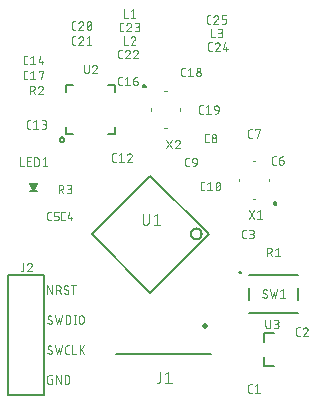
<source format=gto>
From 57941b1b76ffbdb9a5eeb9fef5e3c2365e3a4b84 Mon Sep 17 00:00:00 2001
From: jaseg <git@jaseg.de>
Date: Sat, 5 Feb 2022 12:34:28 +0100
Subject: Arc approx WIP

---
 examples/inputs/rcstick-f.GTO | 8076 -----------------------------------------
 1 file changed, 8076 deletions(-)
 delete mode 100644 examples/inputs/rcstick-f.GTO

(limited to 'examples/inputs/rcstick-f.GTO')

diff --git a/examples/inputs/rcstick-f.GTO b/examples/inputs/rcstick-f.GTO
deleted file mode 100644
index d5d2b4a..0000000
--- a/examples/inputs/rcstick-f.GTO
+++ /dev/null
@@ -1,8076 +0,0 @@
-G04 EAGLE Gerber RS-274X export*
-G75*
-%MOMM*%
-%FSLAX34Y34*%
-%LPD*%
-%INSilk top*%
-%IPPOS*%
-%AMOC8*
-5,1,8,0,0,1.08239X$1,22.5*%
-G01*
-%ADD10C,0.050800*%
-%ADD11C,0.500000*%
-%ADD12C,0.150000*%
-%ADD13C,0.076200*%
-%ADD14C,0.127000*%
-%ADD15C,0.200000*%
-%ADD16C,0.100000*%
-
-G36*
-X27959Y175267D02*
-X27959Y175267D01*
-X28003Y175264D01*
-X28069Y175283D01*
-X28137Y175292D01*
-X28176Y175313D01*
-X28219Y175325D01*
-X28274Y175366D01*
-X28334Y175398D01*
-X28364Y175432D01*
-X28400Y175458D01*
-X28449Y175529D01*
-X28483Y175567D01*
-X28491Y175588D01*
-X28507Y175611D01*
-X31682Y181961D01*
-X31710Y182057D01*
-X31742Y182151D01*
-X31742Y182164D01*
-X31746Y182177D01*
-X31739Y182276D01*
-X31736Y182376D01*
-X31731Y182387D01*
-X31730Y182400D01*
-X31689Y182491D01*
-X31651Y182583D01*
-X31643Y182593D01*
-X31637Y182605D01*
-X31567Y182676D01*
-X31500Y182749D01*
-X31489Y182755D01*
-X31479Y182764D01*
-X31389Y182806D01*
-X31300Y182852D01*
-X31286Y182854D01*
-X31276Y182859D01*
-X31229Y182862D01*
-X31115Y182879D01*
-X24765Y182879D01*
-X24667Y182862D01*
-X24568Y182848D01*
-X24557Y182842D01*
-X24544Y182840D01*
-X24458Y182789D01*
-X24371Y182742D01*
-X24362Y182732D01*
-X24351Y182725D01*
-X24288Y182648D01*
-X24222Y182573D01*
-X24218Y182561D01*
-X24210Y182551D01*
-X24178Y182457D01*
-X24142Y182364D01*
-X24142Y182351D01*
-X24138Y182339D01*
-X24141Y182240D01*
-X24140Y182140D01*
-X24144Y182126D01*
-X24144Y182114D01*
-X24162Y182071D01*
-X24198Y181961D01*
-X27373Y175611D01*
-X27399Y175576D01*
-X27418Y175535D01*
-X27466Y175486D01*
-X27507Y175432D01*
-X27544Y175408D01*
-X27576Y175376D01*
-X27638Y175347D01*
-X27695Y175310D01*
-X27739Y175300D01*
-X27779Y175281D01*
-X27848Y175276D01*
-X27914Y175261D01*
-X27959Y175267D01*
-G37*
-D10*
-X39624Y89154D02*
-X39624Y96266D01*
-X43575Y89154D01*
-X43575Y96266D01*
-X46980Y96266D02*
-X46980Y89154D01*
-X46980Y96266D02*
-X48955Y96266D01*
-X49042Y96264D01*
-X49130Y96258D01*
-X49217Y96249D01*
-X49303Y96235D01*
-X49389Y96218D01*
-X49473Y96197D01*
-X49557Y96172D01*
-X49640Y96143D01*
-X49721Y96111D01*
-X49801Y96076D01*
-X49879Y96037D01*
-X49956Y95994D01*
-X50030Y95948D01*
-X50102Y95899D01*
-X50172Y95847D01*
-X50240Y95791D01*
-X50305Y95733D01*
-X50368Y95672D01*
-X50427Y95608D01*
-X50484Y95541D01*
-X50538Y95473D01*
-X50589Y95401D01*
-X50636Y95328D01*
-X50681Y95253D01*
-X50722Y95175D01*
-X50759Y95096D01*
-X50793Y95016D01*
-X50823Y94934D01*
-X50850Y94851D01*
-X50873Y94766D01*
-X50892Y94681D01*
-X50907Y94595D01*
-X50919Y94508D01*
-X50927Y94421D01*
-X50931Y94334D01*
-X50931Y94246D01*
-X50927Y94159D01*
-X50919Y94072D01*
-X50907Y93985D01*
-X50892Y93899D01*
-X50873Y93814D01*
-X50850Y93729D01*
-X50823Y93646D01*
-X50793Y93564D01*
-X50759Y93484D01*
-X50722Y93405D01*
-X50681Y93327D01*
-X50636Y93252D01*
-X50589Y93179D01*
-X50538Y93107D01*
-X50484Y93039D01*
-X50427Y92972D01*
-X50368Y92908D01*
-X50305Y92847D01*
-X50240Y92789D01*
-X50172Y92733D01*
-X50102Y92681D01*
-X50030Y92632D01*
-X49956Y92586D01*
-X49879Y92543D01*
-X49801Y92504D01*
-X49721Y92469D01*
-X49640Y92437D01*
-X49557Y92408D01*
-X49473Y92383D01*
-X49389Y92362D01*
-X49303Y92345D01*
-X49217Y92331D01*
-X49130Y92322D01*
-X49042Y92316D01*
-X48955Y92314D01*
-X48955Y92315D02*
-X46980Y92315D01*
-X49350Y92315D02*
-X50931Y89154D01*
-X55939Y89154D02*
-X56017Y89156D01*
-X56094Y89162D01*
-X56171Y89171D01*
-X56247Y89184D01*
-X56323Y89201D01*
-X56398Y89222D01*
-X56471Y89246D01*
-X56544Y89274D01*
-X56615Y89306D01*
-X56684Y89341D01*
-X56751Y89379D01*
-X56817Y89420D01*
-X56880Y89465D01*
-X56941Y89513D01*
-X57000Y89563D01*
-X57056Y89617D01*
-X57110Y89673D01*
-X57160Y89732D01*
-X57208Y89793D01*
-X57253Y89856D01*
-X57294Y89922D01*
-X57332Y89989D01*
-X57367Y90058D01*
-X57399Y90129D01*
-X57427Y90202D01*
-X57451Y90275D01*
-X57472Y90350D01*
-X57489Y90426D01*
-X57502Y90502D01*
-X57511Y90579D01*
-X57517Y90656D01*
-X57519Y90734D01*
-X55939Y89154D02*
-X55824Y89156D01*
-X55710Y89162D01*
-X55596Y89172D01*
-X55482Y89185D01*
-X55369Y89203D01*
-X55256Y89225D01*
-X55144Y89250D01*
-X55034Y89279D01*
-X54924Y89312D01*
-X54815Y89349D01*
-X54708Y89389D01*
-X54602Y89433D01*
-X54498Y89481D01*
-X54395Y89532D01*
-X54295Y89587D01*
-X54196Y89645D01*
-X54099Y89707D01*
-X54005Y89771D01*
-X53912Y89839D01*
-X53822Y89911D01*
-X53735Y89985D01*
-X53650Y90062D01*
-X53568Y90142D01*
-X53767Y94686D02*
-X53769Y94764D01*
-X53775Y94841D01*
-X53784Y94918D01*
-X53797Y94994D01*
-X53814Y95070D01*
-X53835Y95145D01*
-X53859Y95218D01*
-X53887Y95291D01*
-X53919Y95362D01*
-X53954Y95431D01*
-X53992Y95498D01*
-X54033Y95564D01*
-X54078Y95627D01*
-X54126Y95688D01*
-X54176Y95747D01*
-X54230Y95803D01*
-X54286Y95857D01*
-X54345Y95907D01*
-X54406Y95955D01*
-X54469Y96000D01*
-X54535Y96041D01*
-X54602Y96079D01*
-X54671Y96114D01*
-X54742Y96146D01*
-X54815Y96174D01*
-X54888Y96198D01*
-X54963Y96219D01*
-X55039Y96236D01*
-X55115Y96249D01*
-X55192Y96258D01*
-X55270Y96264D01*
-X55347Y96266D01*
-X55346Y96266D02*
-X55452Y96264D01*
-X55558Y96258D01*
-X55663Y96249D01*
-X55768Y96236D01*
-X55873Y96219D01*
-X55977Y96198D01*
-X56080Y96174D01*
-X56182Y96146D01*
-X56283Y96114D01*
-X56383Y96079D01*
-X56481Y96040D01*
-X56579Y95997D01*
-X56674Y95952D01*
-X56768Y95903D01*
-X56860Y95850D01*
-X56950Y95794D01*
-X57038Y95735D01*
-X57124Y95673D01*
-X54556Y93303D02*
-X54489Y93345D01*
-X54424Y93390D01*
-X54361Y93439D01*
-X54300Y93490D01*
-X54243Y93545D01*
-X54188Y93602D01*
-X54135Y93662D01*
-X54086Y93724D01*
-X54040Y93789D01*
-X53998Y93855D01*
-X53958Y93924D01*
-X53922Y93995D01*
-X53890Y94068D01*
-X53861Y94142D01*
-X53836Y94217D01*
-X53815Y94293D01*
-X53797Y94371D01*
-X53784Y94449D01*
-X53774Y94528D01*
-X53768Y94607D01*
-X53766Y94686D01*
-X56730Y92117D02*
-X56797Y92075D01*
-X56862Y92030D01*
-X56925Y91981D01*
-X56986Y91930D01*
-X57043Y91875D01*
-X57098Y91818D01*
-X57151Y91758D01*
-X57200Y91696D01*
-X57246Y91631D01*
-X57288Y91565D01*
-X57328Y91496D01*
-X57364Y91425D01*
-X57396Y91352D01*
-X57425Y91278D01*
-X57450Y91203D01*
-X57471Y91127D01*
-X57489Y91049D01*
-X57502Y90971D01*
-X57512Y90892D01*
-X57518Y90813D01*
-X57520Y90734D01*
-X56729Y92117D02*
-X54556Y93303D01*
-X61716Y96266D02*
-X61716Y89154D01*
-X59741Y96266D02*
-X63692Y96266D01*
-X43575Y65334D02*
-X43573Y65256D01*
-X43567Y65179D01*
-X43558Y65102D01*
-X43545Y65026D01*
-X43528Y64950D01*
-X43507Y64875D01*
-X43483Y64802D01*
-X43455Y64729D01*
-X43423Y64658D01*
-X43388Y64589D01*
-X43350Y64522D01*
-X43309Y64456D01*
-X43264Y64393D01*
-X43216Y64332D01*
-X43166Y64273D01*
-X43112Y64217D01*
-X43056Y64163D01*
-X42997Y64113D01*
-X42936Y64065D01*
-X42873Y64020D01*
-X42807Y63979D01*
-X42740Y63941D01*
-X42671Y63906D01*
-X42600Y63874D01*
-X42527Y63846D01*
-X42454Y63822D01*
-X42379Y63801D01*
-X42303Y63784D01*
-X42227Y63771D01*
-X42150Y63762D01*
-X42073Y63756D01*
-X41995Y63754D01*
-X41880Y63756D01*
-X41766Y63762D01*
-X41652Y63772D01*
-X41538Y63785D01*
-X41425Y63803D01*
-X41312Y63825D01*
-X41200Y63850D01*
-X41090Y63879D01*
-X40980Y63912D01*
-X40871Y63949D01*
-X40764Y63989D01*
-X40658Y64033D01*
-X40554Y64081D01*
-X40451Y64132D01*
-X40351Y64187D01*
-X40252Y64245D01*
-X40155Y64307D01*
-X40061Y64371D01*
-X39968Y64439D01*
-X39878Y64511D01*
-X39791Y64585D01*
-X39706Y64662D01*
-X39624Y64742D01*
-X39822Y69286D02*
-X39824Y69364D01*
-X39830Y69441D01*
-X39839Y69518D01*
-X39852Y69594D01*
-X39869Y69670D01*
-X39890Y69745D01*
-X39914Y69818D01*
-X39942Y69891D01*
-X39974Y69962D01*
-X40009Y70031D01*
-X40047Y70098D01*
-X40088Y70164D01*
-X40133Y70227D01*
-X40181Y70288D01*
-X40231Y70347D01*
-X40285Y70403D01*
-X40341Y70457D01*
-X40400Y70507D01*
-X40461Y70555D01*
-X40524Y70600D01*
-X40590Y70641D01*
-X40657Y70679D01*
-X40726Y70714D01*
-X40797Y70746D01*
-X40870Y70774D01*
-X40943Y70798D01*
-X41018Y70819D01*
-X41094Y70836D01*
-X41170Y70849D01*
-X41247Y70858D01*
-X41325Y70864D01*
-X41402Y70866D01*
-X41508Y70864D01*
-X41614Y70858D01*
-X41719Y70849D01*
-X41824Y70836D01*
-X41929Y70819D01*
-X42033Y70798D01*
-X42136Y70774D01*
-X42238Y70746D01*
-X42339Y70714D01*
-X42439Y70679D01*
-X42537Y70640D01*
-X42635Y70597D01*
-X42730Y70552D01*
-X42824Y70503D01*
-X42916Y70450D01*
-X43006Y70394D01*
-X43094Y70335D01*
-X43180Y70273D01*
-X40612Y67903D02*
-X40545Y67945D01*
-X40480Y67990D01*
-X40417Y68039D01*
-X40356Y68090D01*
-X40299Y68145D01*
-X40244Y68202D01*
-X40191Y68262D01*
-X40142Y68324D01*
-X40096Y68389D01*
-X40054Y68455D01*
-X40014Y68524D01*
-X39978Y68595D01*
-X39946Y68668D01*
-X39917Y68742D01*
-X39892Y68817D01*
-X39871Y68893D01*
-X39853Y68971D01*
-X39840Y69049D01*
-X39830Y69128D01*
-X39824Y69207D01*
-X39822Y69286D01*
-X42785Y66717D02*
-X42852Y66675D01*
-X42917Y66630D01*
-X42980Y66581D01*
-X43041Y66530D01*
-X43098Y66475D01*
-X43153Y66418D01*
-X43206Y66358D01*
-X43255Y66296D01*
-X43301Y66231D01*
-X43343Y66165D01*
-X43383Y66096D01*
-X43419Y66025D01*
-X43451Y65952D01*
-X43480Y65878D01*
-X43505Y65803D01*
-X43526Y65727D01*
-X43544Y65649D01*
-X43557Y65571D01*
-X43567Y65492D01*
-X43573Y65413D01*
-X43575Y65334D01*
-X42785Y66717D02*
-X40612Y67903D01*
-X45982Y70866D02*
-X47563Y63754D01*
-X49143Y68495D01*
-X50724Y63754D01*
-X52304Y70866D01*
-X55169Y70866D02*
-X55169Y63754D01*
-X55169Y70866D02*
-X57144Y70866D01*
-X57230Y70864D01*
-X57316Y70858D01*
-X57402Y70849D01*
-X57487Y70836D01*
-X57572Y70819D01*
-X57655Y70799D01*
-X57738Y70775D01*
-X57820Y70747D01*
-X57900Y70716D01*
-X57979Y70681D01*
-X58056Y70643D01*
-X58132Y70601D01*
-X58206Y70557D01*
-X58277Y70509D01*
-X58347Y70458D01*
-X58414Y70404D01*
-X58479Y70347D01*
-X58541Y70287D01*
-X58601Y70225D01*
-X58658Y70160D01*
-X58712Y70093D01*
-X58763Y70023D01*
-X58811Y69952D01*
-X58855Y69878D01*
-X58897Y69802D01*
-X58935Y69725D01*
-X58970Y69646D01*
-X59001Y69566D01*
-X59029Y69484D01*
-X59053Y69401D01*
-X59073Y69318D01*
-X59090Y69233D01*
-X59103Y69148D01*
-X59112Y69062D01*
-X59118Y68976D01*
-X59120Y68890D01*
-X59120Y65730D01*
-X59118Y65644D01*
-X59112Y65558D01*
-X59103Y65472D01*
-X59090Y65387D01*
-X59073Y65302D01*
-X59053Y65219D01*
-X59029Y65136D01*
-X59001Y65054D01*
-X58970Y64974D01*
-X58935Y64895D01*
-X58897Y64818D01*
-X58855Y64742D01*
-X58811Y64668D01*
-X58763Y64597D01*
-X58712Y64527D01*
-X58658Y64460D01*
-X58601Y64395D01*
-X58541Y64333D01*
-X58479Y64273D01*
-X58414Y64216D01*
-X58347Y64162D01*
-X58277Y64111D01*
-X58206Y64063D01*
-X58132Y64019D01*
-X58056Y63977D01*
-X57979Y63939D01*
-X57900Y63904D01*
-X57820Y63873D01*
-X57738Y63845D01*
-X57655Y63821D01*
-X57572Y63801D01*
-X57487Y63784D01*
-X57402Y63771D01*
-X57316Y63762D01*
-X57230Y63756D01*
-X57144Y63754D01*
-X55169Y63754D01*
-X62859Y63754D02*
-X62859Y70866D01*
-X62069Y63754D02*
-X63649Y63754D01*
-X63649Y70866D02*
-X62069Y70866D01*
-X66370Y68890D02*
-X66370Y65730D01*
-X66370Y68890D02*
-X66372Y68977D01*
-X66378Y69065D01*
-X66387Y69152D01*
-X66401Y69238D01*
-X66418Y69324D01*
-X66439Y69408D01*
-X66464Y69492D01*
-X66493Y69575D01*
-X66525Y69656D01*
-X66560Y69736D01*
-X66599Y69814D01*
-X66642Y69891D01*
-X66688Y69965D01*
-X66737Y70037D01*
-X66789Y70107D01*
-X66845Y70175D01*
-X66903Y70240D01*
-X66964Y70303D01*
-X67028Y70362D01*
-X67095Y70419D01*
-X67163Y70473D01*
-X67235Y70524D01*
-X67308Y70571D01*
-X67383Y70616D01*
-X67461Y70657D01*
-X67540Y70694D01*
-X67620Y70728D01*
-X67702Y70758D01*
-X67785Y70785D01*
-X67870Y70808D01*
-X67955Y70827D01*
-X68041Y70842D01*
-X68128Y70854D01*
-X68215Y70862D01*
-X68302Y70866D01*
-X68390Y70866D01*
-X68477Y70862D01*
-X68564Y70854D01*
-X68651Y70842D01*
-X68737Y70827D01*
-X68822Y70808D01*
-X68907Y70785D01*
-X68990Y70758D01*
-X69072Y70728D01*
-X69152Y70694D01*
-X69231Y70657D01*
-X69309Y70616D01*
-X69384Y70571D01*
-X69457Y70524D01*
-X69529Y70473D01*
-X69597Y70419D01*
-X69664Y70362D01*
-X69728Y70303D01*
-X69789Y70240D01*
-X69847Y70175D01*
-X69903Y70107D01*
-X69955Y70037D01*
-X70004Y69965D01*
-X70050Y69891D01*
-X70093Y69814D01*
-X70132Y69736D01*
-X70167Y69656D01*
-X70199Y69575D01*
-X70228Y69492D01*
-X70253Y69408D01*
-X70274Y69324D01*
-X70291Y69238D01*
-X70305Y69152D01*
-X70314Y69065D01*
-X70320Y68977D01*
-X70322Y68890D01*
-X70321Y68890D02*
-X70321Y65730D01*
-X70322Y65730D02*
-X70320Y65643D01*
-X70314Y65555D01*
-X70305Y65468D01*
-X70291Y65382D01*
-X70274Y65296D01*
-X70253Y65212D01*
-X70228Y65128D01*
-X70199Y65045D01*
-X70167Y64964D01*
-X70132Y64884D01*
-X70093Y64806D01*
-X70050Y64729D01*
-X70004Y64655D01*
-X69955Y64583D01*
-X69903Y64513D01*
-X69847Y64445D01*
-X69789Y64380D01*
-X69728Y64317D01*
-X69664Y64258D01*
-X69597Y64201D01*
-X69529Y64147D01*
-X69457Y64096D01*
-X69384Y64049D01*
-X69309Y64004D01*
-X69231Y63963D01*
-X69152Y63926D01*
-X69072Y63892D01*
-X68990Y63862D01*
-X68907Y63835D01*
-X68822Y63812D01*
-X68737Y63793D01*
-X68651Y63778D01*
-X68564Y63766D01*
-X68477Y63758D01*
-X68390Y63754D01*
-X68302Y63754D01*
-X68215Y63758D01*
-X68128Y63766D01*
-X68041Y63778D01*
-X67955Y63793D01*
-X67870Y63812D01*
-X67785Y63835D01*
-X67702Y63862D01*
-X67620Y63892D01*
-X67540Y63926D01*
-X67461Y63963D01*
-X67383Y64004D01*
-X67308Y64049D01*
-X67235Y64096D01*
-X67163Y64147D01*
-X67095Y64201D01*
-X67028Y64258D01*
-X66964Y64317D01*
-X66903Y64380D01*
-X66845Y64445D01*
-X66789Y64513D01*
-X66737Y64583D01*
-X66688Y64655D01*
-X66642Y64729D01*
-X66599Y64806D01*
-X66560Y64884D01*
-X66525Y64964D01*
-X66493Y65045D01*
-X66464Y65128D01*
-X66439Y65212D01*
-X66418Y65296D01*
-X66401Y65382D01*
-X66387Y65468D01*
-X66378Y65555D01*
-X66372Y65643D01*
-X66370Y65730D01*
-X43575Y39934D02*
-X43573Y39856D01*
-X43567Y39779D01*
-X43558Y39702D01*
-X43545Y39626D01*
-X43528Y39550D01*
-X43507Y39475D01*
-X43483Y39402D01*
-X43455Y39329D01*
-X43423Y39258D01*
-X43388Y39189D01*
-X43350Y39122D01*
-X43309Y39056D01*
-X43264Y38993D01*
-X43216Y38932D01*
-X43166Y38873D01*
-X43112Y38817D01*
-X43056Y38763D01*
-X42997Y38713D01*
-X42936Y38665D01*
-X42873Y38620D01*
-X42807Y38579D01*
-X42740Y38541D01*
-X42671Y38506D01*
-X42600Y38474D01*
-X42527Y38446D01*
-X42454Y38422D01*
-X42379Y38401D01*
-X42303Y38384D01*
-X42227Y38371D01*
-X42150Y38362D01*
-X42073Y38356D01*
-X41995Y38354D01*
-X41880Y38356D01*
-X41766Y38362D01*
-X41652Y38372D01*
-X41538Y38385D01*
-X41425Y38403D01*
-X41312Y38425D01*
-X41200Y38450D01*
-X41090Y38479D01*
-X40980Y38512D01*
-X40871Y38549D01*
-X40764Y38589D01*
-X40658Y38633D01*
-X40554Y38681D01*
-X40451Y38732D01*
-X40351Y38787D01*
-X40252Y38845D01*
-X40155Y38907D01*
-X40061Y38971D01*
-X39968Y39039D01*
-X39878Y39111D01*
-X39791Y39185D01*
-X39706Y39262D01*
-X39624Y39342D01*
-X39822Y43886D02*
-X39824Y43964D01*
-X39830Y44041D01*
-X39839Y44118D01*
-X39852Y44194D01*
-X39869Y44270D01*
-X39890Y44345D01*
-X39914Y44418D01*
-X39942Y44491D01*
-X39974Y44562D01*
-X40009Y44631D01*
-X40047Y44698D01*
-X40088Y44764D01*
-X40133Y44827D01*
-X40181Y44888D01*
-X40231Y44947D01*
-X40285Y45003D01*
-X40341Y45057D01*
-X40400Y45107D01*
-X40461Y45155D01*
-X40524Y45200D01*
-X40590Y45241D01*
-X40657Y45279D01*
-X40726Y45314D01*
-X40797Y45346D01*
-X40870Y45374D01*
-X40943Y45398D01*
-X41018Y45419D01*
-X41094Y45436D01*
-X41170Y45449D01*
-X41247Y45458D01*
-X41325Y45464D01*
-X41402Y45466D01*
-X41508Y45464D01*
-X41614Y45458D01*
-X41719Y45449D01*
-X41824Y45436D01*
-X41929Y45419D01*
-X42033Y45398D01*
-X42136Y45374D01*
-X42238Y45346D01*
-X42339Y45314D01*
-X42439Y45279D01*
-X42537Y45240D01*
-X42635Y45197D01*
-X42730Y45152D01*
-X42824Y45103D01*
-X42916Y45050D01*
-X43006Y44994D01*
-X43094Y44935D01*
-X43180Y44873D01*
-X40612Y42503D02*
-X40545Y42545D01*
-X40480Y42590D01*
-X40417Y42639D01*
-X40356Y42690D01*
-X40299Y42745D01*
-X40244Y42802D01*
-X40191Y42862D01*
-X40142Y42924D01*
-X40096Y42989D01*
-X40054Y43055D01*
-X40014Y43124D01*
-X39978Y43195D01*
-X39946Y43268D01*
-X39917Y43342D01*
-X39892Y43417D01*
-X39871Y43493D01*
-X39853Y43571D01*
-X39840Y43649D01*
-X39830Y43728D01*
-X39824Y43807D01*
-X39822Y43886D01*
-X42785Y41317D02*
-X42852Y41275D01*
-X42917Y41230D01*
-X42980Y41181D01*
-X43041Y41130D01*
-X43098Y41075D01*
-X43153Y41018D01*
-X43206Y40958D01*
-X43255Y40896D01*
-X43301Y40831D01*
-X43343Y40765D01*
-X43383Y40696D01*
-X43419Y40625D01*
-X43451Y40552D01*
-X43480Y40478D01*
-X43505Y40403D01*
-X43526Y40327D01*
-X43544Y40249D01*
-X43557Y40171D01*
-X43567Y40092D01*
-X43573Y40013D01*
-X43575Y39934D01*
-X42785Y41317D02*
-X40612Y42503D01*
-X45982Y45466D02*
-X47563Y38354D01*
-X49143Y43095D01*
-X50724Y38354D01*
-X52304Y45466D01*
-X56502Y38354D02*
-X58083Y38354D01*
-X56502Y38354D02*
-X56424Y38356D01*
-X56347Y38362D01*
-X56270Y38371D01*
-X56194Y38384D01*
-X56118Y38401D01*
-X56043Y38422D01*
-X55970Y38446D01*
-X55897Y38474D01*
-X55826Y38506D01*
-X55757Y38541D01*
-X55690Y38579D01*
-X55624Y38620D01*
-X55561Y38665D01*
-X55500Y38713D01*
-X55441Y38763D01*
-X55385Y38817D01*
-X55331Y38873D01*
-X55281Y38932D01*
-X55233Y38993D01*
-X55188Y39056D01*
-X55147Y39122D01*
-X55109Y39189D01*
-X55074Y39258D01*
-X55042Y39329D01*
-X55014Y39402D01*
-X54990Y39475D01*
-X54969Y39550D01*
-X54952Y39626D01*
-X54939Y39702D01*
-X54930Y39779D01*
-X54924Y39856D01*
-X54922Y39934D01*
-X54922Y43886D01*
-X54924Y43964D01*
-X54930Y44041D01*
-X54939Y44118D01*
-X54952Y44194D01*
-X54969Y44270D01*
-X54990Y44345D01*
-X55014Y44418D01*
-X55042Y44491D01*
-X55074Y44562D01*
-X55109Y44631D01*
-X55147Y44698D01*
-X55188Y44764D01*
-X55233Y44827D01*
-X55281Y44888D01*
-X55331Y44947D01*
-X55385Y45003D01*
-X55441Y45057D01*
-X55500Y45107D01*
-X55561Y45155D01*
-X55624Y45200D01*
-X55690Y45241D01*
-X55757Y45279D01*
-X55826Y45314D01*
-X55897Y45346D01*
-X55970Y45374D01*
-X56043Y45398D01*
-X56118Y45419D01*
-X56194Y45436D01*
-X56270Y45449D01*
-X56347Y45458D01*
-X56424Y45464D01*
-X56502Y45466D01*
-X58083Y45466D01*
-X60896Y45466D02*
-X60896Y38354D01*
-X64057Y38354D01*
-X66920Y38354D02*
-X66920Y45466D01*
-X70872Y45466D02*
-X66920Y41120D01*
-X68501Y42700D02*
-X70872Y38354D01*
-X43575Y16905D02*
-X42390Y16905D01*
-X43575Y16905D02*
-X43575Y12954D01*
-X41204Y12954D01*
-X41126Y12956D01*
-X41049Y12962D01*
-X40972Y12971D01*
-X40896Y12984D01*
-X40820Y13001D01*
-X40745Y13022D01*
-X40672Y13046D01*
-X40599Y13074D01*
-X40528Y13106D01*
-X40459Y13141D01*
-X40392Y13179D01*
-X40326Y13220D01*
-X40263Y13265D01*
-X40202Y13313D01*
-X40143Y13363D01*
-X40087Y13417D01*
-X40033Y13473D01*
-X39983Y13532D01*
-X39935Y13593D01*
-X39890Y13656D01*
-X39849Y13722D01*
-X39811Y13789D01*
-X39776Y13858D01*
-X39744Y13929D01*
-X39716Y14002D01*
-X39692Y14075D01*
-X39671Y14150D01*
-X39654Y14226D01*
-X39641Y14302D01*
-X39632Y14379D01*
-X39626Y14456D01*
-X39624Y14534D01*
-X39624Y18486D01*
-X39626Y18564D01*
-X39632Y18641D01*
-X39641Y18718D01*
-X39654Y18794D01*
-X39671Y18870D01*
-X39692Y18945D01*
-X39716Y19018D01*
-X39744Y19091D01*
-X39776Y19162D01*
-X39811Y19231D01*
-X39849Y19298D01*
-X39890Y19364D01*
-X39935Y19427D01*
-X39983Y19488D01*
-X40033Y19547D01*
-X40087Y19603D01*
-X40143Y19657D01*
-X40202Y19707D01*
-X40263Y19755D01*
-X40326Y19800D01*
-X40392Y19841D01*
-X40459Y19879D01*
-X40528Y19914D01*
-X40599Y19946D01*
-X40672Y19974D01*
-X40745Y19998D01*
-X40820Y20019D01*
-X40896Y20036D01*
-X40972Y20049D01*
-X41049Y20058D01*
-X41126Y20064D01*
-X41204Y20066D01*
-X43575Y20066D01*
-X46939Y20066D02*
-X46939Y12954D01*
-X50890Y12954D02*
-X46939Y20066D01*
-X50890Y20066D02*
-X50890Y12954D01*
-X54254Y12954D02*
-X54254Y20066D01*
-X56230Y20066D01*
-X56316Y20064D01*
-X56402Y20058D01*
-X56488Y20049D01*
-X56573Y20036D01*
-X56658Y20019D01*
-X56741Y19999D01*
-X56824Y19975D01*
-X56906Y19947D01*
-X56986Y19916D01*
-X57065Y19881D01*
-X57142Y19843D01*
-X57218Y19801D01*
-X57292Y19757D01*
-X57363Y19709D01*
-X57433Y19658D01*
-X57500Y19604D01*
-X57565Y19547D01*
-X57627Y19487D01*
-X57687Y19425D01*
-X57744Y19360D01*
-X57798Y19293D01*
-X57849Y19223D01*
-X57897Y19152D01*
-X57941Y19078D01*
-X57983Y19002D01*
-X58021Y18925D01*
-X58056Y18846D01*
-X58087Y18766D01*
-X58115Y18684D01*
-X58139Y18601D01*
-X58159Y18518D01*
-X58176Y18433D01*
-X58189Y18348D01*
-X58198Y18262D01*
-X58204Y18176D01*
-X58206Y18090D01*
-X58205Y18090D02*
-X58205Y14930D01*
-X58206Y14930D02*
-X58204Y14844D01*
-X58198Y14758D01*
-X58189Y14672D01*
-X58176Y14587D01*
-X58159Y14502D01*
-X58139Y14419D01*
-X58115Y14336D01*
-X58087Y14254D01*
-X58056Y14174D01*
-X58021Y14095D01*
-X57983Y14018D01*
-X57941Y13942D01*
-X57897Y13868D01*
-X57849Y13797D01*
-X57798Y13727D01*
-X57744Y13660D01*
-X57687Y13595D01*
-X57627Y13533D01*
-X57565Y13473D01*
-X57500Y13416D01*
-X57433Y13362D01*
-X57363Y13311D01*
-X57292Y13263D01*
-X57218Y13219D01*
-X57142Y13177D01*
-X57065Y13139D01*
-X56986Y13104D01*
-X56906Y13073D01*
-X56824Y13045D01*
-X56741Y13021D01*
-X56658Y13001D01*
-X56573Y12984D01*
-X56488Y12971D01*
-X56402Y12962D01*
-X56316Y12956D01*
-X56230Y12954D01*
-X54254Y12954D01*
-X211368Y5334D02*
-X212949Y5334D01*
-X211368Y5334D02*
-X211290Y5336D01*
-X211213Y5342D01*
-X211136Y5351D01*
-X211060Y5364D01*
-X210984Y5381D01*
-X210909Y5402D01*
-X210836Y5426D01*
-X210763Y5454D01*
-X210692Y5486D01*
-X210623Y5521D01*
-X210556Y5559D01*
-X210490Y5600D01*
-X210427Y5645D01*
-X210366Y5693D01*
-X210307Y5743D01*
-X210251Y5797D01*
-X210197Y5853D01*
-X210147Y5912D01*
-X210099Y5973D01*
-X210054Y6036D01*
-X210013Y6102D01*
-X209975Y6169D01*
-X209940Y6238D01*
-X209908Y6309D01*
-X209880Y6382D01*
-X209856Y6455D01*
-X209835Y6530D01*
-X209818Y6606D01*
-X209805Y6682D01*
-X209796Y6759D01*
-X209790Y6836D01*
-X209788Y6914D01*
-X209788Y10866D01*
-X209790Y10944D01*
-X209796Y11021D01*
-X209805Y11098D01*
-X209818Y11174D01*
-X209835Y11250D01*
-X209856Y11325D01*
-X209880Y11398D01*
-X209908Y11471D01*
-X209940Y11542D01*
-X209975Y11611D01*
-X210013Y11678D01*
-X210054Y11744D01*
-X210099Y11807D01*
-X210147Y11868D01*
-X210197Y11927D01*
-X210251Y11983D01*
-X210307Y12037D01*
-X210366Y12087D01*
-X210427Y12135D01*
-X210490Y12180D01*
-X210556Y12221D01*
-X210623Y12259D01*
-X210692Y12294D01*
-X210763Y12326D01*
-X210836Y12354D01*
-X210909Y12378D01*
-X210984Y12399D01*
-X211060Y12416D01*
-X211136Y12429D01*
-X211213Y12438D01*
-X211290Y12444D01*
-X211368Y12446D01*
-X212949Y12446D01*
-X215521Y10866D02*
-X217497Y12446D01*
-X217497Y5334D01*
-X219472Y5334D02*
-X215521Y5334D01*
-X172690Y176784D02*
-X171109Y176784D01*
-X171031Y176786D01*
-X170954Y176792D01*
-X170877Y176801D01*
-X170801Y176814D01*
-X170725Y176831D01*
-X170650Y176852D01*
-X170577Y176876D01*
-X170504Y176904D01*
-X170433Y176936D01*
-X170364Y176971D01*
-X170297Y177009D01*
-X170231Y177050D01*
-X170168Y177095D01*
-X170107Y177143D01*
-X170048Y177193D01*
-X169992Y177247D01*
-X169938Y177303D01*
-X169888Y177362D01*
-X169840Y177423D01*
-X169795Y177486D01*
-X169754Y177552D01*
-X169716Y177619D01*
-X169681Y177688D01*
-X169649Y177759D01*
-X169621Y177832D01*
-X169597Y177905D01*
-X169576Y177980D01*
-X169559Y178056D01*
-X169546Y178132D01*
-X169537Y178209D01*
-X169531Y178286D01*
-X169529Y178364D01*
-X169529Y182316D01*
-X169531Y182394D01*
-X169537Y182471D01*
-X169546Y182548D01*
-X169559Y182624D01*
-X169576Y182700D01*
-X169597Y182775D01*
-X169621Y182848D01*
-X169649Y182921D01*
-X169681Y182992D01*
-X169716Y183061D01*
-X169754Y183128D01*
-X169795Y183194D01*
-X169840Y183257D01*
-X169888Y183318D01*
-X169938Y183377D01*
-X169992Y183433D01*
-X170048Y183487D01*
-X170107Y183537D01*
-X170168Y183585D01*
-X170231Y183630D01*
-X170297Y183671D01*
-X170364Y183709D01*
-X170433Y183744D01*
-X170504Y183776D01*
-X170577Y183804D01*
-X170650Y183828D01*
-X170725Y183849D01*
-X170801Y183866D01*
-X170877Y183879D01*
-X170954Y183888D01*
-X171031Y183894D01*
-X171109Y183896D01*
-X172690Y183896D01*
-X175262Y182316D02*
-X177238Y183896D01*
-X177238Y176784D01*
-X179213Y176784D02*
-X175262Y176784D01*
-X182120Y180340D02*
-X182122Y180488D01*
-X182127Y180635D01*
-X182137Y180783D01*
-X182150Y180930D01*
-X182166Y181077D01*
-X182187Y181223D01*
-X182211Y181369D01*
-X182239Y181514D01*
-X182270Y181658D01*
-X182305Y181801D01*
-X182344Y181944D01*
-X182386Y182085D01*
-X182432Y182226D01*
-X182481Y182365D01*
-X182534Y182503D01*
-X182590Y182640D01*
-X182650Y182775D01*
-X182713Y182908D01*
-X182739Y182979D01*
-X182769Y183048D01*
-X182803Y183116D01*
-X182840Y183182D01*
-X182880Y183246D01*
-X182924Y183308D01*
-X182970Y183367D01*
-X183020Y183424D01*
-X183073Y183478D01*
-X183128Y183530D01*
-X183186Y183578D01*
-X183246Y183624D01*
-X183309Y183666D01*
-X183374Y183705D01*
-X183440Y183741D01*
-X183509Y183773D01*
-X183578Y183801D01*
-X183650Y183826D01*
-X183722Y183847D01*
-X183796Y183865D01*
-X183870Y183878D01*
-X183945Y183888D01*
-X184020Y183894D01*
-X184096Y183896D01*
-X184172Y183894D01*
-X184247Y183888D01*
-X184322Y183878D01*
-X184396Y183865D01*
-X184470Y183847D01*
-X184542Y183826D01*
-X184613Y183801D01*
-X184683Y183773D01*
-X184752Y183741D01*
-X184818Y183705D01*
-X184883Y183666D01*
-X184946Y183624D01*
-X185006Y183578D01*
-X185064Y183530D01*
-X185119Y183478D01*
-X185172Y183424D01*
-X185222Y183367D01*
-X185268Y183308D01*
-X185312Y183246D01*
-X185352Y183182D01*
-X185389Y183116D01*
-X185423Y183048D01*
-X185453Y182979D01*
-X185479Y182908D01*
-X185478Y182908D02*
-X185541Y182775D01*
-X185601Y182640D01*
-X185657Y182503D01*
-X185710Y182365D01*
-X185759Y182226D01*
-X185805Y182085D01*
-X185847Y181944D01*
-X185886Y181801D01*
-X185921Y181658D01*
-X185952Y181514D01*
-X185980Y181369D01*
-X186004Y181223D01*
-X186025Y181077D01*
-X186041Y180930D01*
-X186054Y180783D01*
-X186064Y180635D01*
-X186069Y180488D01*
-X186071Y180340D01*
-X182120Y180340D02*
-X182122Y180192D01*
-X182127Y180045D01*
-X182137Y179897D01*
-X182150Y179750D01*
-X182166Y179603D01*
-X182187Y179457D01*
-X182211Y179312D01*
-X182239Y179166D01*
-X182270Y179022D01*
-X182305Y178879D01*
-X182344Y178736D01*
-X182386Y178595D01*
-X182432Y178454D01*
-X182481Y178315D01*
-X182534Y178177D01*
-X182590Y178040D01*
-X182650Y177905D01*
-X182713Y177772D01*
-X182739Y177701D01*
-X182769Y177632D01*
-X182803Y177564D01*
-X182840Y177498D01*
-X182880Y177434D01*
-X182924Y177372D01*
-X182970Y177313D01*
-X183020Y177256D01*
-X183073Y177202D01*
-X183128Y177150D01*
-X183186Y177102D01*
-X183246Y177056D01*
-X183309Y177014D01*
-X183374Y176975D01*
-X183440Y176939D01*
-X183509Y176907D01*
-X183579Y176879D01*
-X183650Y176854D01*
-X183722Y176833D01*
-X183796Y176815D01*
-X183870Y176802D01*
-X183945Y176792D01*
-X184020Y176786D01*
-X184096Y176784D01*
-X185478Y177772D02*
-X185541Y177905D01*
-X185601Y178040D01*
-X185657Y178177D01*
-X185710Y178315D01*
-X185759Y178454D01*
-X185805Y178595D01*
-X185847Y178736D01*
-X185886Y178879D01*
-X185921Y179022D01*
-X185952Y179166D01*
-X185980Y179312D01*
-X186004Y179457D01*
-X186025Y179603D01*
-X186041Y179750D01*
-X186054Y179897D01*
-X186064Y180045D01*
-X186069Y180192D01*
-X186071Y180340D01*
-X185479Y177772D02*
-X185453Y177701D01*
-X185423Y177632D01*
-X185389Y177564D01*
-X185352Y177498D01*
-X185312Y177434D01*
-X185268Y177372D01*
-X185222Y177313D01*
-X185172Y177256D01*
-X185119Y177202D01*
-X185064Y177150D01*
-X185006Y177102D01*
-X184946Y177056D01*
-X184883Y177014D01*
-X184818Y176975D01*
-X184752Y176939D01*
-X184683Y176907D01*
-X184613Y176879D01*
-X184542Y176854D01*
-X184470Y176833D01*
-X184396Y176815D01*
-X184322Y176802D01*
-X184247Y176792D01*
-X184172Y176786D01*
-X184096Y176784D01*
-X182515Y178364D02*
-X185676Y182316D01*
-X97760Y200914D02*
-X96179Y200914D01*
-X96101Y200916D01*
-X96024Y200922D01*
-X95947Y200931D01*
-X95871Y200944D01*
-X95795Y200961D01*
-X95720Y200982D01*
-X95647Y201006D01*
-X95574Y201034D01*
-X95503Y201066D01*
-X95434Y201101D01*
-X95367Y201139D01*
-X95301Y201180D01*
-X95238Y201225D01*
-X95177Y201273D01*
-X95118Y201323D01*
-X95062Y201377D01*
-X95008Y201433D01*
-X94958Y201492D01*
-X94910Y201553D01*
-X94865Y201616D01*
-X94824Y201682D01*
-X94786Y201749D01*
-X94751Y201818D01*
-X94719Y201889D01*
-X94691Y201962D01*
-X94667Y202035D01*
-X94646Y202110D01*
-X94629Y202186D01*
-X94616Y202262D01*
-X94607Y202339D01*
-X94601Y202416D01*
-X94599Y202494D01*
-X94599Y206446D01*
-X94601Y206524D01*
-X94607Y206601D01*
-X94616Y206678D01*
-X94629Y206754D01*
-X94646Y206830D01*
-X94667Y206905D01*
-X94691Y206978D01*
-X94719Y207051D01*
-X94751Y207122D01*
-X94786Y207191D01*
-X94824Y207258D01*
-X94865Y207324D01*
-X94910Y207387D01*
-X94958Y207448D01*
-X95008Y207507D01*
-X95062Y207563D01*
-X95118Y207617D01*
-X95177Y207667D01*
-X95238Y207715D01*
-X95301Y207760D01*
-X95367Y207801D01*
-X95434Y207839D01*
-X95503Y207874D01*
-X95574Y207906D01*
-X95647Y207934D01*
-X95720Y207958D01*
-X95795Y207979D01*
-X95871Y207996D01*
-X95947Y208009D01*
-X96024Y208018D01*
-X96101Y208024D01*
-X96179Y208026D01*
-X97760Y208026D01*
-X100332Y206446D02*
-X102308Y208026D01*
-X102308Y200914D01*
-X104283Y200914D02*
-X100332Y200914D01*
-X109363Y208026D02*
-X109445Y208024D01*
-X109527Y208018D01*
-X109609Y208009D01*
-X109690Y207996D01*
-X109770Y207979D01*
-X109850Y207958D01*
-X109928Y207934D01*
-X110005Y207906D01*
-X110081Y207875D01*
-X110156Y207840D01*
-X110228Y207801D01*
-X110299Y207760D01*
-X110368Y207715D01*
-X110434Y207667D01*
-X110499Y207616D01*
-X110561Y207562D01*
-X110620Y207505D01*
-X110677Y207446D01*
-X110731Y207384D01*
-X110782Y207319D01*
-X110830Y207253D01*
-X110875Y207184D01*
-X110916Y207113D01*
-X110955Y207041D01*
-X110990Y206966D01*
-X111021Y206890D01*
-X111049Y206813D01*
-X111073Y206735D01*
-X111094Y206655D01*
-X111111Y206575D01*
-X111124Y206494D01*
-X111133Y206412D01*
-X111139Y206330D01*
-X111141Y206248D01*
-X109363Y208026D02*
-X109270Y208024D01*
-X109178Y208018D01*
-X109086Y208009D01*
-X108994Y207996D01*
-X108903Y207979D01*
-X108813Y207959D01*
-X108723Y207935D01*
-X108635Y207907D01*
-X108547Y207875D01*
-X108462Y207841D01*
-X108377Y207802D01*
-X108295Y207761D01*
-X108214Y207716D01*
-X108134Y207667D01*
-X108057Y207616D01*
-X107982Y207562D01*
-X107910Y207504D01*
-X107840Y207444D01*
-X107772Y207380D01*
-X107707Y207315D01*
-X107644Y207246D01*
-X107585Y207175D01*
-X107528Y207102D01*
-X107474Y207026D01*
-X107424Y206949D01*
-X107376Y206869D01*
-X107332Y206788D01*
-X107292Y206704D01*
-X107254Y206620D01*
-X107220Y206533D01*
-X107190Y206446D01*
-X110548Y204865D02*
-X110609Y204926D01*
-X110667Y204989D01*
-X110722Y205055D01*
-X110775Y205123D01*
-X110824Y205194D01*
-X110869Y205266D01*
-X110912Y205341D01*
-X110951Y205417D01*
-X110987Y205496D01*
-X111019Y205575D01*
-X111047Y205656D01*
-X111072Y205739D01*
-X111093Y205822D01*
-X111110Y205906D01*
-X111124Y205991D01*
-X111133Y206076D01*
-X111139Y206162D01*
-X111141Y206248D01*
-X110549Y204865D02*
-X107190Y200914D01*
-X111141Y200914D01*
-X25370Y228854D02*
-X23789Y228854D01*
-X23711Y228856D01*
-X23634Y228862D01*
-X23557Y228871D01*
-X23481Y228884D01*
-X23405Y228901D01*
-X23330Y228922D01*
-X23257Y228946D01*
-X23184Y228974D01*
-X23113Y229006D01*
-X23044Y229041D01*
-X22977Y229079D01*
-X22911Y229120D01*
-X22848Y229165D01*
-X22787Y229213D01*
-X22728Y229263D01*
-X22672Y229317D01*
-X22618Y229373D01*
-X22568Y229432D01*
-X22520Y229493D01*
-X22475Y229556D01*
-X22434Y229622D01*
-X22396Y229689D01*
-X22361Y229758D01*
-X22329Y229829D01*
-X22301Y229902D01*
-X22277Y229975D01*
-X22256Y230050D01*
-X22239Y230126D01*
-X22226Y230202D01*
-X22217Y230279D01*
-X22211Y230356D01*
-X22209Y230434D01*
-X22209Y234386D01*
-X22211Y234464D01*
-X22217Y234541D01*
-X22226Y234618D01*
-X22239Y234694D01*
-X22256Y234770D01*
-X22277Y234845D01*
-X22301Y234918D01*
-X22329Y234991D01*
-X22361Y235062D01*
-X22396Y235131D01*
-X22434Y235198D01*
-X22475Y235264D01*
-X22520Y235327D01*
-X22568Y235388D01*
-X22618Y235447D01*
-X22672Y235503D01*
-X22728Y235557D01*
-X22787Y235607D01*
-X22848Y235655D01*
-X22911Y235700D01*
-X22977Y235741D01*
-X23044Y235779D01*
-X23113Y235814D01*
-X23184Y235846D01*
-X23257Y235874D01*
-X23330Y235898D01*
-X23405Y235919D01*
-X23481Y235936D01*
-X23557Y235949D01*
-X23634Y235958D01*
-X23711Y235964D01*
-X23789Y235966D01*
-X25370Y235966D01*
-X27942Y234386D02*
-X29918Y235966D01*
-X29918Y228854D01*
-X31893Y228854D02*
-X27942Y228854D01*
-X34800Y228854D02*
-X36776Y228854D01*
-X36863Y228856D01*
-X36951Y228862D01*
-X37038Y228871D01*
-X37124Y228885D01*
-X37210Y228902D01*
-X37294Y228923D01*
-X37378Y228948D01*
-X37461Y228977D01*
-X37542Y229009D01*
-X37622Y229044D01*
-X37700Y229083D01*
-X37777Y229126D01*
-X37851Y229172D01*
-X37923Y229221D01*
-X37993Y229273D01*
-X38061Y229329D01*
-X38126Y229387D01*
-X38189Y229448D01*
-X38248Y229512D01*
-X38305Y229579D01*
-X38359Y229647D01*
-X38410Y229719D01*
-X38457Y229792D01*
-X38502Y229867D01*
-X38543Y229945D01*
-X38580Y230024D01*
-X38614Y230104D01*
-X38644Y230186D01*
-X38671Y230269D01*
-X38694Y230354D01*
-X38713Y230439D01*
-X38728Y230525D01*
-X38740Y230612D01*
-X38748Y230699D01*
-X38752Y230786D01*
-X38752Y230874D01*
-X38748Y230961D01*
-X38740Y231048D01*
-X38728Y231135D01*
-X38713Y231221D01*
-X38694Y231306D01*
-X38671Y231391D01*
-X38644Y231474D01*
-X38614Y231556D01*
-X38580Y231636D01*
-X38543Y231715D01*
-X38502Y231793D01*
-X38457Y231868D01*
-X38410Y231941D01*
-X38359Y232013D01*
-X38305Y232081D01*
-X38248Y232148D01*
-X38189Y232212D01*
-X38126Y232273D01*
-X38061Y232331D01*
-X37993Y232387D01*
-X37923Y232439D01*
-X37851Y232488D01*
-X37777Y232534D01*
-X37700Y232577D01*
-X37622Y232616D01*
-X37542Y232651D01*
-X37461Y232683D01*
-X37378Y232712D01*
-X37294Y232737D01*
-X37210Y232758D01*
-X37124Y232775D01*
-X37038Y232789D01*
-X36951Y232798D01*
-X36863Y232804D01*
-X36776Y232806D01*
-X37171Y235966D02*
-X34800Y235966D01*
-X37171Y235966D02*
-X37250Y235964D01*
-X37328Y235958D01*
-X37406Y235948D01*
-X37484Y235935D01*
-X37561Y235917D01*
-X37637Y235896D01*
-X37711Y235871D01*
-X37785Y235842D01*
-X37857Y235810D01*
-X37927Y235774D01*
-X37995Y235734D01*
-X38061Y235691D01*
-X38125Y235645D01*
-X38187Y235596D01*
-X38246Y235544D01*
-X38302Y235489D01*
-X38356Y235431D01*
-X38406Y235371D01*
-X38454Y235308D01*
-X38498Y235243D01*
-X38539Y235176D01*
-X38577Y235107D01*
-X38611Y235036D01*
-X38642Y234963D01*
-X38669Y234889D01*
-X38692Y234814D01*
-X38711Y234738D01*
-X38727Y234660D01*
-X38739Y234582D01*
-X38747Y234504D01*
-X38751Y234425D01*
-X38751Y234347D01*
-X38747Y234268D01*
-X38739Y234190D01*
-X38727Y234112D01*
-X38711Y234034D01*
-X38692Y233958D01*
-X38669Y233883D01*
-X38642Y233809D01*
-X38611Y233736D01*
-X38577Y233665D01*
-X38539Y233596D01*
-X38498Y233529D01*
-X38454Y233464D01*
-X38406Y233401D01*
-X38356Y233341D01*
-X38302Y233283D01*
-X38246Y233228D01*
-X38187Y233176D01*
-X38125Y233127D01*
-X38061Y233081D01*
-X37995Y233038D01*
-X37927Y232998D01*
-X37857Y232962D01*
-X37785Y232930D01*
-X37711Y232901D01*
-X37637Y232876D01*
-X37561Y232855D01*
-X37484Y232837D01*
-X37406Y232824D01*
-X37328Y232814D01*
-X37250Y232808D01*
-X37171Y232806D01*
-X37171Y232805D02*
-X35590Y232805D01*
-X22830Y283464D02*
-X21249Y283464D01*
-X21171Y283466D01*
-X21094Y283472D01*
-X21017Y283481D01*
-X20941Y283494D01*
-X20865Y283511D01*
-X20790Y283532D01*
-X20717Y283556D01*
-X20644Y283584D01*
-X20573Y283616D01*
-X20504Y283651D01*
-X20437Y283689D01*
-X20371Y283730D01*
-X20308Y283775D01*
-X20247Y283823D01*
-X20188Y283873D01*
-X20132Y283927D01*
-X20078Y283983D01*
-X20028Y284042D01*
-X19980Y284103D01*
-X19935Y284166D01*
-X19894Y284232D01*
-X19856Y284299D01*
-X19821Y284368D01*
-X19789Y284439D01*
-X19761Y284512D01*
-X19737Y284585D01*
-X19716Y284660D01*
-X19699Y284736D01*
-X19686Y284812D01*
-X19677Y284889D01*
-X19671Y284966D01*
-X19669Y285044D01*
-X19669Y288996D01*
-X19671Y289074D01*
-X19677Y289151D01*
-X19686Y289228D01*
-X19699Y289304D01*
-X19716Y289380D01*
-X19737Y289455D01*
-X19761Y289528D01*
-X19789Y289601D01*
-X19821Y289672D01*
-X19856Y289741D01*
-X19894Y289808D01*
-X19935Y289874D01*
-X19980Y289937D01*
-X20028Y289998D01*
-X20078Y290057D01*
-X20132Y290113D01*
-X20188Y290167D01*
-X20247Y290217D01*
-X20308Y290265D01*
-X20371Y290310D01*
-X20437Y290351D01*
-X20504Y290389D01*
-X20573Y290424D01*
-X20644Y290456D01*
-X20717Y290484D01*
-X20790Y290508D01*
-X20865Y290529D01*
-X20941Y290546D01*
-X21017Y290559D01*
-X21094Y290568D01*
-X21171Y290574D01*
-X21249Y290576D01*
-X22830Y290576D01*
-X25402Y288996D02*
-X27378Y290576D01*
-X27378Y283464D01*
-X29353Y283464D02*
-X25402Y283464D01*
-X32260Y285044D02*
-X33840Y290576D01*
-X32260Y285044D02*
-X36211Y285044D01*
-X35026Y286625D02*
-X35026Y283464D01*
-X101259Y265684D02*
-X102840Y265684D01*
-X101259Y265684D02*
-X101181Y265686D01*
-X101104Y265692D01*
-X101027Y265701D01*
-X100951Y265714D01*
-X100875Y265731D01*
-X100800Y265752D01*
-X100727Y265776D01*
-X100654Y265804D01*
-X100583Y265836D01*
-X100514Y265871D01*
-X100447Y265909D01*
-X100381Y265950D01*
-X100318Y265995D01*
-X100257Y266043D01*
-X100198Y266093D01*
-X100142Y266147D01*
-X100088Y266203D01*
-X100038Y266262D01*
-X99990Y266323D01*
-X99945Y266386D01*
-X99904Y266452D01*
-X99866Y266519D01*
-X99831Y266588D01*
-X99799Y266659D01*
-X99771Y266732D01*
-X99747Y266805D01*
-X99726Y266880D01*
-X99709Y266956D01*
-X99696Y267032D01*
-X99687Y267109D01*
-X99681Y267186D01*
-X99679Y267264D01*
-X99679Y271216D01*
-X99681Y271294D01*
-X99687Y271371D01*
-X99696Y271448D01*
-X99709Y271524D01*
-X99726Y271600D01*
-X99747Y271675D01*
-X99771Y271748D01*
-X99799Y271821D01*
-X99831Y271892D01*
-X99866Y271961D01*
-X99904Y272028D01*
-X99945Y272094D01*
-X99990Y272157D01*
-X100038Y272218D01*
-X100088Y272277D01*
-X100142Y272333D01*
-X100198Y272387D01*
-X100257Y272437D01*
-X100318Y272485D01*
-X100381Y272530D01*
-X100447Y272571D01*
-X100514Y272609D01*
-X100583Y272644D01*
-X100654Y272676D01*
-X100727Y272704D01*
-X100800Y272728D01*
-X100875Y272749D01*
-X100951Y272766D01*
-X101027Y272779D01*
-X101104Y272788D01*
-X101181Y272794D01*
-X101259Y272796D01*
-X102840Y272796D01*
-X105412Y271216D02*
-X107388Y272796D01*
-X107388Y265684D01*
-X109363Y265684D02*
-X105412Y265684D01*
-X112270Y269635D02*
-X114641Y269635D01*
-X114719Y269633D01*
-X114796Y269627D01*
-X114873Y269618D01*
-X114949Y269605D01*
-X115025Y269588D01*
-X115100Y269567D01*
-X115173Y269543D01*
-X115246Y269515D01*
-X115317Y269483D01*
-X115386Y269448D01*
-X115453Y269410D01*
-X115519Y269369D01*
-X115582Y269324D01*
-X115643Y269276D01*
-X115702Y269226D01*
-X115758Y269172D01*
-X115812Y269116D01*
-X115862Y269057D01*
-X115910Y268996D01*
-X115955Y268933D01*
-X115996Y268867D01*
-X116034Y268800D01*
-X116069Y268731D01*
-X116101Y268660D01*
-X116129Y268587D01*
-X116153Y268514D01*
-X116174Y268439D01*
-X116191Y268363D01*
-X116204Y268287D01*
-X116213Y268210D01*
-X116219Y268133D01*
-X116221Y268055D01*
-X116221Y267660D01*
-X116222Y267660D02*
-X116220Y267573D01*
-X116214Y267485D01*
-X116205Y267398D01*
-X116191Y267312D01*
-X116174Y267226D01*
-X116153Y267142D01*
-X116128Y267058D01*
-X116099Y266975D01*
-X116067Y266894D01*
-X116032Y266814D01*
-X115993Y266736D01*
-X115950Y266659D01*
-X115904Y266585D01*
-X115855Y266513D01*
-X115803Y266443D01*
-X115747Y266375D01*
-X115689Y266310D01*
-X115628Y266247D01*
-X115564Y266188D01*
-X115497Y266131D01*
-X115429Y266077D01*
-X115357Y266026D01*
-X115284Y265979D01*
-X115209Y265934D01*
-X115131Y265893D01*
-X115052Y265856D01*
-X114972Y265822D01*
-X114890Y265792D01*
-X114807Y265765D01*
-X114722Y265742D01*
-X114637Y265723D01*
-X114551Y265708D01*
-X114464Y265696D01*
-X114377Y265688D01*
-X114290Y265684D01*
-X114202Y265684D01*
-X114115Y265688D01*
-X114028Y265696D01*
-X113941Y265708D01*
-X113855Y265723D01*
-X113770Y265742D01*
-X113685Y265765D01*
-X113602Y265792D01*
-X113520Y265822D01*
-X113440Y265856D01*
-X113361Y265893D01*
-X113283Y265934D01*
-X113208Y265979D01*
-X113135Y266026D01*
-X113063Y266077D01*
-X112995Y266131D01*
-X112928Y266188D01*
-X112864Y266247D01*
-X112803Y266310D01*
-X112745Y266375D01*
-X112689Y266443D01*
-X112637Y266513D01*
-X112588Y266585D01*
-X112542Y266659D01*
-X112499Y266736D01*
-X112460Y266814D01*
-X112425Y266894D01*
-X112393Y266975D01*
-X112364Y267058D01*
-X112339Y267142D01*
-X112318Y267226D01*
-X112301Y267312D01*
-X112287Y267398D01*
-X112278Y267485D01*
-X112272Y267573D01*
-X112270Y267660D01*
-X112270Y269635D01*
-X112272Y269745D01*
-X112278Y269855D01*
-X112287Y269965D01*
-X112301Y270075D01*
-X112318Y270184D01*
-X112339Y270292D01*
-X112364Y270400D01*
-X112392Y270506D01*
-X112425Y270612D01*
-X112461Y270716D01*
-X112500Y270819D01*
-X112543Y270921D01*
-X112590Y271021D01*
-X112640Y271119D01*
-X112693Y271215D01*
-X112750Y271310D01*
-X112810Y271403D01*
-X112874Y271493D01*
-X112940Y271581D01*
-X113010Y271667D01*
-X113082Y271750D01*
-X113157Y271831D01*
-X113235Y271909D01*
-X113316Y271984D01*
-X113399Y272056D01*
-X113485Y272126D01*
-X113573Y272192D01*
-X113663Y272256D01*
-X113756Y272316D01*
-X113850Y272372D01*
-X113947Y272426D01*
-X114045Y272476D01*
-X114145Y272523D01*
-X114247Y272566D01*
-X114350Y272605D01*
-X114454Y272641D01*
-X114560Y272674D01*
-X114666Y272702D01*
-X114774Y272727D01*
-X114882Y272748D01*
-X114991Y272765D01*
-X115101Y272779D01*
-X115210Y272788D01*
-X115321Y272794D01*
-X115431Y272796D01*
-X22830Y270764D02*
-X21249Y270764D01*
-X21171Y270766D01*
-X21094Y270772D01*
-X21017Y270781D01*
-X20941Y270794D01*
-X20865Y270811D01*
-X20790Y270832D01*
-X20717Y270856D01*
-X20644Y270884D01*
-X20573Y270916D01*
-X20504Y270951D01*
-X20437Y270989D01*
-X20371Y271030D01*
-X20308Y271075D01*
-X20247Y271123D01*
-X20188Y271173D01*
-X20132Y271227D01*
-X20078Y271283D01*
-X20028Y271342D01*
-X19980Y271403D01*
-X19935Y271466D01*
-X19894Y271532D01*
-X19856Y271599D01*
-X19821Y271668D01*
-X19789Y271739D01*
-X19761Y271812D01*
-X19737Y271885D01*
-X19716Y271960D01*
-X19699Y272036D01*
-X19686Y272112D01*
-X19677Y272189D01*
-X19671Y272266D01*
-X19669Y272344D01*
-X19669Y276296D01*
-X19671Y276374D01*
-X19677Y276451D01*
-X19686Y276528D01*
-X19699Y276604D01*
-X19716Y276680D01*
-X19737Y276755D01*
-X19761Y276828D01*
-X19789Y276901D01*
-X19821Y276972D01*
-X19856Y277041D01*
-X19894Y277108D01*
-X19935Y277174D01*
-X19980Y277237D01*
-X20028Y277298D01*
-X20078Y277357D01*
-X20132Y277413D01*
-X20188Y277467D01*
-X20247Y277517D01*
-X20308Y277565D01*
-X20371Y277610D01*
-X20437Y277651D01*
-X20504Y277689D01*
-X20573Y277724D01*
-X20644Y277756D01*
-X20717Y277784D01*
-X20790Y277808D01*
-X20865Y277829D01*
-X20941Y277846D01*
-X21017Y277859D01*
-X21094Y277868D01*
-X21171Y277874D01*
-X21249Y277876D01*
-X22830Y277876D01*
-X25402Y276296D02*
-X27378Y277876D01*
-X27378Y270764D01*
-X29353Y270764D02*
-X25402Y270764D01*
-X32260Y277086D02*
-X32260Y277876D01*
-X36211Y277876D01*
-X34236Y270764D01*
-X252008Y53594D02*
-X253589Y53594D01*
-X252008Y53594D02*
-X251930Y53596D01*
-X251853Y53602D01*
-X251776Y53611D01*
-X251700Y53624D01*
-X251624Y53641D01*
-X251549Y53662D01*
-X251476Y53686D01*
-X251403Y53714D01*
-X251332Y53746D01*
-X251263Y53781D01*
-X251196Y53819D01*
-X251130Y53860D01*
-X251067Y53905D01*
-X251006Y53953D01*
-X250947Y54003D01*
-X250891Y54057D01*
-X250837Y54113D01*
-X250787Y54172D01*
-X250739Y54233D01*
-X250694Y54296D01*
-X250653Y54362D01*
-X250615Y54429D01*
-X250580Y54498D01*
-X250548Y54569D01*
-X250520Y54642D01*
-X250496Y54715D01*
-X250475Y54790D01*
-X250458Y54866D01*
-X250445Y54942D01*
-X250436Y55019D01*
-X250430Y55096D01*
-X250428Y55174D01*
-X250428Y59126D01*
-X250430Y59204D01*
-X250436Y59281D01*
-X250445Y59358D01*
-X250458Y59434D01*
-X250475Y59510D01*
-X250496Y59585D01*
-X250520Y59658D01*
-X250548Y59731D01*
-X250580Y59802D01*
-X250615Y59871D01*
-X250653Y59938D01*
-X250694Y60004D01*
-X250739Y60067D01*
-X250787Y60128D01*
-X250837Y60187D01*
-X250891Y60243D01*
-X250947Y60297D01*
-X251006Y60347D01*
-X251067Y60395D01*
-X251130Y60440D01*
-X251196Y60481D01*
-X251263Y60519D01*
-X251332Y60554D01*
-X251403Y60586D01*
-X251476Y60614D01*
-X251549Y60638D01*
-X251624Y60659D01*
-X251700Y60676D01*
-X251776Y60689D01*
-X251853Y60698D01*
-X251930Y60704D01*
-X252008Y60706D01*
-X253589Y60706D01*
-X258334Y60706D02*
-X258416Y60704D01*
-X258498Y60698D01*
-X258580Y60689D01*
-X258661Y60676D01*
-X258741Y60659D01*
-X258821Y60638D01*
-X258899Y60614D01*
-X258976Y60586D01*
-X259052Y60555D01*
-X259127Y60520D01*
-X259199Y60481D01*
-X259270Y60440D01*
-X259339Y60395D01*
-X259405Y60347D01*
-X259470Y60296D01*
-X259532Y60242D01*
-X259591Y60185D01*
-X259648Y60126D01*
-X259702Y60064D01*
-X259753Y59999D01*
-X259801Y59933D01*
-X259846Y59864D01*
-X259887Y59793D01*
-X259926Y59721D01*
-X259961Y59646D01*
-X259992Y59570D01*
-X260020Y59493D01*
-X260044Y59415D01*
-X260065Y59335D01*
-X260082Y59255D01*
-X260095Y59174D01*
-X260104Y59092D01*
-X260110Y59010D01*
-X260112Y58928D01*
-X258334Y60706D02*
-X258241Y60704D01*
-X258149Y60698D01*
-X258057Y60689D01*
-X257965Y60676D01*
-X257874Y60659D01*
-X257784Y60639D01*
-X257694Y60615D01*
-X257606Y60587D01*
-X257518Y60555D01*
-X257433Y60521D01*
-X257348Y60482D01*
-X257266Y60441D01*
-X257185Y60396D01*
-X257105Y60347D01*
-X257028Y60296D01*
-X256953Y60242D01*
-X256881Y60184D01*
-X256811Y60124D01*
-X256743Y60060D01*
-X256678Y59995D01*
-X256615Y59926D01*
-X256556Y59855D01*
-X256499Y59782D01*
-X256445Y59706D01*
-X256395Y59629D01*
-X256347Y59549D01*
-X256303Y59468D01*
-X256263Y59384D01*
-X256225Y59300D01*
-X256191Y59213D01*
-X256161Y59126D01*
-X259519Y57545D02*
-X259580Y57606D01*
-X259638Y57669D01*
-X259693Y57735D01*
-X259746Y57803D01*
-X259795Y57874D01*
-X259840Y57946D01*
-X259883Y58021D01*
-X259922Y58097D01*
-X259958Y58176D01*
-X259990Y58255D01*
-X260018Y58336D01*
-X260043Y58419D01*
-X260064Y58502D01*
-X260081Y58586D01*
-X260095Y58671D01*
-X260104Y58756D01*
-X260110Y58842D01*
-X260112Y58928D01*
-X259520Y57545D02*
-X256161Y53594D01*
-X260112Y53594D01*
-X156180Y273304D02*
-X154599Y273304D01*
-X154521Y273306D01*
-X154444Y273312D01*
-X154367Y273321D01*
-X154291Y273334D01*
-X154215Y273351D01*
-X154140Y273372D01*
-X154067Y273396D01*
-X153994Y273424D01*
-X153923Y273456D01*
-X153854Y273491D01*
-X153787Y273529D01*
-X153721Y273570D01*
-X153658Y273615D01*
-X153597Y273663D01*
-X153538Y273713D01*
-X153482Y273767D01*
-X153428Y273823D01*
-X153378Y273882D01*
-X153330Y273943D01*
-X153285Y274006D01*
-X153244Y274072D01*
-X153206Y274139D01*
-X153171Y274208D01*
-X153139Y274279D01*
-X153111Y274352D01*
-X153087Y274425D01*
-X153066Y274500D01*
-X153049Y274576D01*
-X153036Y274652D01*
-X153027Y274729D01*
-X153021Y274806D01*
-X153019Y274884D01*
-X153019Y278836D01*
-X153021Y278914D01*
-X153027Y278991D01*
-X153036Y279068D01*
-X153049Y279144D01*
-X153066Y279220D01*
-X153087Y279295D01*
-X153111Y279368D01*
-X153139Y279441D01*
-X153171Y279512D01*
-X153206Y279581D01*
-X153244Y279648D01*
-X153285Y279714D01*
-X153330Y279777D01*
-X153378Y279838D01*
-X153428Y279897D01*
-X153482Y279953D01*
-X153538Y280007D01*
-X153597Y280057D01*
-X153658Y280105D01*
-X153721Y280150D01*
-X153787Y280191D01*
-X153854Y280229D01*
-X153923Y280264D01*
-X153994Y280296D01*
-X154067Y280324D01*
-X154140Y280348D01*
-X154215Y280369D01*
-X154291Y280386D01*
-X154367Y280399D01*
-X154444Y280408D01*
-X154521Y280414D01*
-X154599Y280416D01*
-X156180Y280416D01*
-X158752Y278836D02*
-X160728Y280416D01*
-X160728Y273304D01*
-X162703Y273304D02*
-X158752Y273304D01*
-X165610Y275280D02*
-X165612Y275367D01*
-X165618Y275455D01*
-X165627Y275542D01*
-X165641Y275628D01*
-X165658Y275714D01*
-X165679Y275798D01*
-X165704Y275882D01*
-X165733Y275965D01*
-X165765Y276046D01*
-X165800Y276126D01*
-X165839Y276204D01*
-X165882Y276281D01*
-X165928Y276355D01*
-X165977Y276427D01*
-X166029Y276497D01*
-X166085Y276565D01*
-X166143Y276630D01*
-X166204Y276693D01*
-X166268Y276752D01*
-X166335Y276809D01*
-X166403Y276863D01*
-X166475Y276914D01*
-X166548Y276961D01*
-X166623Y277006D01*
-X166701Y277047D01*
-X166780Y277084D01*
-X166860Y277118D01*
-X166942Y277148D01*
-X167025Y277175D01*
-X167110Y277198D01*
-X167195Y277217D01*
-X167281Y277232D01*
-X167368Y277244D01*
-X167455Y277252D01*
-X167542Y277256D01*
-X167630Y277256D01*
-X167717Y277252D01*
-X167804Y277244D01*
-X167891Y277232D01*
-X167977Y277217D01*
-X168062Y277198D01*
-X168147Y277175D01*
-X168230Y277148D01*
-X168312Y277118D01*
-X168392Y277084D01*
-X168471Y277047D01*
-X168549Y277006D01*
-X168624Y276961D01*
-X168697Y276914D01*
-X168769Y276863D01*
-X168837Y276809D01*
-X168904Y276752D01*
-X168968Y276693D01*
-X169029Y276630D01*
-X169087Y276565D01*
-X169143Y276497D01*
-X169195Y276427D01*
-X169244Y276355D01*
-X169290Y276281D01*
-X169333Y276204D01*
-X169372Y276126D01*
-X169407Y276046D01*
-X169439Y275965D01*
-X169468Y275882D01*
-X169493Y275798D01*
-X169514Y275714D01*
-X169531Y275628D01*
-X169545Y275542D01*
-X169554Y275455D01*
-X169560Y275367D01*
-X169562Y275280D01*
-X169560Y275193D01*
-X169554Y275105D01*
-X169545Y275018D01*
-X169531Y274932D01*
-X169514Y274846D01*
-X169493Y274762D01*
-X169468Y274678D01*
-X169439Y274595D01*
-X169407Y274514D01*
-X169372Y274434D01*
-X169333Y274356D01*
-X169290Y274279D01*
-X169244Y274205D01*
-X169195Y274133D01*
-X169143Y274063D01*
-X169087Y273995D01*
-X169029Y273930D01*
-X168968Y273867D01*
-X168904Y273808D01*
-X168837Y273751D01*
-X168769Y273697D01*
-X168697Y273646D01*
-X168624Y273599D01*
-X168549Y273554D01*
-X168471Y273513D01*
-X168392Y273476D01*
-X168312Y273442D01*
-X168230Y273412D01*
-X168147Y273385D01*
-X168062Y273362D01*
-X167977Y273343D01*
-X167891Y273328D01*
-X167804Y273316D01*
-X167717Y273308D01*
-X167630Y273304D01*
-X167542Y273304D01*
-X167455Y273308D01*
-X167368Y273316D01*
-X167281Y273328D01*
-X167195Y273343D01*
-X167110Y273362D01*
-X167025Y273385D01*
-X166942Y273412D01*
-X166860Y273442D01*
-X166780Y273476D01*
-X166701Y273513D01*
-X166623Y273554D01*
-X166548Y273599D01*
-X166475Y273646D01*
-X166403Y273697D01*
-X166335Y273751D01*
-X166268Y273808D01*
-X166204Y273867D01*
-X166143Y273930D01*
-X166085Y273995D01*
-X166029Y274063D01*
-X165977Y274133D01*
-X165928Y274205D01*
-X165882Y274279D01*
-X165839Y274356D01*
-X165800Y274434D01*
-X165765Y274514D01*
-X165733Y274595D01*
-X165704Y274678D01*
-X165679Y274762D01*
-X165658Y274846D01*
-X165641Y274932D01*
-X165627Y275018D01*
-X165618Y275105D01*
-X165612Y275193D01*
-X165610Y275280D01*
-X166006Y278836D02*
-X166008Y278915D01*
-X166014Y278993D01*
-X166024Y279071D01*
-X166037Y279149D01*
-X166055Y279226D01*
-X166076Y279302D01*
-X166101Y279376D01*
-X166130Y279450D01*
-X166162Y279522D01*
-X166198Y279592D01*
-X166238Y279660D01*
-X166281Y279726D01*
-X166327Y279790D01*
-X166376Y279852D01*
-X166428Y279911D01*
-X166483Y279967D01*
-X166541Y280021D01*
-X166601Y280071D01*
-X166664Y280119D01*
-X166729Y280163D01*
-X166796Y280204D01*
-X166865Y280242D01*
-X166936Y280276D01*
-X167009Y280307D01*
-X167083Y280334D01*
-X167158Y280357D01*
-X167234Y280376D01*
-X167312Y280392D01*
-X167390Y280404D01*
-X167468Y280412D01*
-X167547Y280416D01*
-X167625Y280416D01*
-X167704Y280412D01*
-X167782Y280404D01*
-X167860Y280392D01*
-X167938Y280376D01*
-X168014Y280357D01*
-X168089Y280334D01*
-X168163Y280307D01*
-X168236Y280276D01*
-X168307Y280242D01*
-X168376Y280204D01*
-X168443Y280163D01*
-X168508Y280119D01*
-X168571Y280071D01*
-X168631Y280021D01*
-X168689Y279967D01*
-X168744Y279911D01*
-X168796Y279852D01*
-X168845Y279790D01*
-X168891Y279726D01*
-X168934Y279660D01*
-X168974Y279592D01*
-X169010Y279522D01*
-X169042Y279450D01*
-X169071Y279376D01*
-X169096Y279302D01*
-X169117Y279226D01*
-X169135Y279149D01*
-X169148Y279071D01*
-X169158Y278993D01*
-X169164Y278915D01*
-X169166Y278836D01*
-X169164Y278757D01*
-X169158Y278679D01*
-X169148Y278601D01*
-X169135Y278523D01*
-X169117Y278446D01*
-X169096Y278370D01*
-X169071Y278296D01*
-X169042Y278222D01*
-X169010Y278150D01*
-X168974Y278080D01*
-X168934Y278012D01*
-X168891Y277946D01*
-X168845Y277882D01*
-X168796Y277820D01*
-X168744Y277761D01*
-X168689Y277705D01*
-X168631Y277651D01*
-X168571Y277601D01*
-X168508Y277553D01*
-X168443Y277509D01*
-X168376Y277468D01*
-X168307Y277430D01*
-X168236Y277396D01*
-X168163Y277365D01*
-X168089Y277338D01*
-X168014Y277315D01*
-X167938Y277296D01*
-X167860Y277280D01*
-X167782Y277268D01*
-X167704Y277260D01*
-X167625Y277256D01*
-X167547Y277256D01*
-X167468Y277260D01*
-X167390Y277268D01*
-X167312Y277280D01*
-X167234Y277296D01*
-X167158Y277315D01*
-X167083Y277338D01*
-X167009Y277365D01*
-X166936Y277396D01*
-X166865Y277430D01*
-X166796Y277468D01*
-X166729Y277509D01*
-X166664Y277553D01*
-X166601Y277601D01*
-X166541Y277651D01*
-X166483Y277705D01*
-X166428Y277761D01*
-X166376Y277820D01*
-X166327Y277882D01*
-X166281Y277946D01*
-X166238Y278012D01*
-X166198Y278080D01*
-X166162Y278150D01*
-X166130Y278222D01*
-X166101Y278296D01*
-X166076Y278370D01*
-X166055Y278446D01*
-X166037Y278523D01*
-X166024Y278601D01*
-X166014Y278679D01*
-X166008Y278757D01*
-X166006Y278836D01*
-X169839Y241554D02*
-X171420Y241554D01*
-X169839Y241554D02*
-X169761Y241556D01*
-X169684Y241562D01*
-X169607Y241571D01*
-X169531Y241584D01*
-X169455Y241601D01*
-X169380Y241622D01*
-X169307Y241646D01*
-X169234Y241674D01*
-X169163Y241706D01*
-X169094Y241741D01*
-X169027Y241779D01*
-X168961Y241820D01*
-X168898Y241865D01*
-X168837Y241913D01*
-X168778Y241963D01*
-X168722Y242017D01*
-X168668Y242073D01*
-X168618Y242132D01*
-X168570Y242193D01*
-X168525Y242256D01*
-X168484Y242322D01*
-X168446Y242389D01*
-X168411Y242458D01*
-X168379Y242529D01*
-X168351Y242602D01*
-X168327Y242675D01*
-X168306Y242750D01*
-X168289Y242826D01*
-X168276Y242902D01*
-X168267Y242979D01*
-X168261Y243056D01*
-X168259Y243134D01*
-X168259Y247086D01*
-X168261Y247164D01*
-X168267Y247241D01*
-X168276Y247318D01*
-X168289Y247394D01*
-X168306Y247470D01*
-X168327Y247545D01*
-X168351Y247618D01*
-X168379Y247691D01*
-X168411Y247762D01*
-X168446Y247831D01*
-X168484Y247898D01*
-X168525Y247964D01*
-X168570Y248027D01*
-X168618Y248088D01*
-X168668Y248147D01*
-X168722Y248203D01*
-X168778Y248257D01*
-X168837Y248307D01*
-X168898Y248355D01*
-X168961Y248400D01*
-X169027Y248441D01*
-X169094Y248479D01*
-X169163Y248514D01*
-X169234Y248546D01*
-X169307Y248574D01*
-X169380Y248598D01*
-X169455Y248619D01*
-X169531Y248636D01*
-X169607Y248649D01*
-X169684Y248658D01*
-X169761Y248664D01*
-X169839Y248666D01*
-X171420Y248666D01*
-X173992Y247086D02*
-X175968Y248666D01*
-X175968Y241554D01*
-X177943Y241554D02*
-X173992Y241554D01*
-X182431Y244715D02*
-X184801Y244715D01*
-X182431Y244715D02*
-X182353Y244717D01*
-X182276Y244723D01*
-X182199Y244732D01*
-X182123Y244745D01*
-X182047Y244762D01*
-X181972Y244783D01*
-X181899Y244807D01*
-X181826Y244835D01*
-X181755Y244867D01*
-X181686Y244902D01*
-X181619Y244940D01*
-X181553Y244981D01*
-X181490Y245026D01*
-X181429Y245074D01*
-X181370Y245124D01*
-X181314Y245178D01*
-X181260Y245234D01*
-X181210Y245293D01*
-X181162Y245354D01*
-X181117Y245417D01*
-X181076Y245483D01*
-X181038Y245550D01*
-X181003Y245619D01*
-X180971Y245690D01*
-X180943Y245763D01*
-X180919Y245836D01*
-X180898Y245911D01*
-X180881Y245987D01*
-X180868Y246063D01*
-X180859Y246140D01*
-X180853Y246217D01*
-X180851Y246295D01*
-X180850Y246295D02*
-X180850Y246690D01*
-X180852Y246777D01*
-X180858Y246865D01*
-X180867Y246952D01*
-X180881Y247038D01*
-X180898Y247124D01*
-X180919Y247208D01*
-X180944Y247292D01*
-X180973Y247375D01*
-X181005Y247456D01*
-X181040Y247536D01*
-X181079Y247614D01*
-X181122Y247691D01*
-X181168Y247765D01*
-X181217Y247837D01*
-X181269Y247907D01*
-X181325Y247975D01*
-X181383Y248040D01*
-X181444Y248103D01*
-X181508Y248162D01*
-X181575Y248219D01*
-X181643Y248273D01*
-X181715Y248324D01*
-X181788Y248371D01*
-X181863Y248416D01*
-X181941Y248457D01*
-X182020Y248494D01*
-X182100Y248528D01*
-X182182Y248558D01*
-X182265Y248585D01*
-X182350Y248608D01*
-X182435Y248627D01*
-X182521Y248642D01*
-X182608Y248654D01*
-X182695Y248662D01*
-X182782Y248666D01*
-X182870Y248666D01*
-X182957Y248662D01*
-X183044Y248654D01*
-X183131Y248642D01*
-X183217Y248627D01*
-X183302Y248608D01*
-X183387Y248585D01*
-X183470Y248558D01*
-X183552Y248528D01*
-X183632Y248494D01*
-X183711Y248457D01*
-X183789Y248416D01*
-X183864Y248371D01*
-X183937Y248324D01*
-X184009Y248273D01*
-X184077Y248219D01*
-X184144Y248162D01*
-X184208Y248103D01*
-X184269Y248040D01*
-X184327Y247975D01*
-X184383Y247907D01*
-X184435Y247837D01*
-X184484Y247765D01*
-X184530Y247691D01*
-X184573Y247614D01*
-X184612Y247536D01*
-X184647Y247456D01*
-X184679Y247375D01*
-X184708Y247292D01*
-X184733Y247208D01*
-X184754Y247124D01*
-X184771Y247038D01*
-X184785Y246952D01*
-X184794Y246865D01*
-X184800Y246777D01*
-X184802Y246690D01*
-X184801Y246690D02*
-X184801Y244715D01*
-X184799Y244605D01*
-X184793Y244494D01*
-X184784Y244385D01*
-X184770Y244275D01*
-X184753Y244166D01*
-X184732Y244058D01*
-X184707Y243950D01*
-X184679Y243844D01*
-X184646Y243738D01*
-X184610Y243634D01*
-X184571Y243531D01*
-X184528Y243429D01*
-X184481Y243329D01*
-X184431Y243231D01*
-X184378Y243134D01*
-X184321Y243040D01*
-X184261Y242947D01*
-X184197Y242857D01*
-X184131Y242769D01*
-X184061Y242683D01*
-X183989Y242600D01*
-X183914Y242519D01*
-X183836Y242441D01*
-X183755Y242366D01*
-X183672Y242294D01*
-X183586Y242224D01*
-X183498Y242158D01*
-X183408Y242094D01*
-X183315Y242034D01*
-X183220Y241977D01*
-X183124Y241924D01*
-X183026Y241874D01*
-X182926Y241827D01*
-X182824Y241784D01*
-X182721Y241745D01*
-X182617Y241709D01*
-X182511Y241676D01*
-X182405Y241648D01*
-X182297Y241623D01*
-X182189Y241602D01*
-X182080Y241585D01*
-X181970Y241571D01*
-X181861Y241562D01*
-X181750Y241556D01*
-X181640Y241554D01*
-X63470Y312674D02*
-X61889Y312674D01*
-X61811Y312676D01*
-X61734Y312682D01*
-X61657Y312691D01*
-X61581Y312704D01*
-X61505Y312721D01*
-X61430Y312742D01*
-X61357Y312766D01*
-X61284Y312794D01*
-X61213Y312826D01*
-X61144Y312861D01*
-X61077Y312899D01*
-X61011Y312940D01*
-X60948Y312985D01*
-X60887Y313033D01*
-X60828Y313083D01*
-X60772Y313137D01*
-X60718Y313193D01*
-X60668Y313252D01*
-X60620Y313313D01*
-X60575Y313376D01*
-X60534Y313442D01*
-X60496Y313509D01*
-X60461Y313578D01*
-X60429Y313649D01*
-X60401Y313722D01*
-X60377Y313795D01*
-X60356Y313870D01*
-X60339Y313946D01*
-X60326Y314022D01*
-X60317Y314099D01*
-X60311Y314176D01*
-X60309Y314254D01*
-X60309Y318206D01*
-X60311Y318284D01*
-X60317Y318361D01*
-X60326Y318438D01*
-X60339Y318514D01*
-X60356Y318590D01*
-X60377Y318665D01*
-X60401Y318738D01*
-X60429Y318811D01*
-X60461Y318882D01*
-X60496Y318951D01*
-X60534Y319018D01*
-X60575Y319084D01*
-X60620Y319147D01*
-X60668Y319208D01*
-X60718Y319267D01*
-X60772Y319323D01*
-X60828Y319377D01*
-X60887Y319427D01*
-X60948Y319475D01*
-X61011Y319520D01*
-X61077Y319561D01*
-X61144Y319599D01*
-X61213Y319634D01*
-X61284Y319666D01*
-X61357Y319694D01*
-X61430Y319718D01*
-X61505Y319739D01*
-X61581Y319756D01*
-X61657Y319769D01*
-X61734Y319778D01*
-X61811Y319784D01*
-X61889Y319786D01*
-X63470Y319786D01*
-X68215Y319786D02*
-X68297Y319784D01*
-X68379Y319778D01*
-X68461Y319769D01*
-X68542Y319756D01*
-X68622Y319739D01*
-X68702Y319718D01*
-X68780Y319694D01*
-X68857Y319666D01*
-X68933Y319635D01*
-X69008Y319600D01*
-X69080Y319561D01*
-X69151Y319520D01*
-X69220Y319475D01*
-X69286Y319427D01*
-X69351Y319376D01*
-X69413Y319322D01*
-X69472Y319265D01*
-X69529Y319206D01*
-X69583Y319144D01*
-X69634Y319079D01*
-X69682Y319013D01*
-X69727Y318944D01*
-X69768Y318873D01*
-X69807Y318801D01*
-X69842Y318726D01*
-X69873Y318650D01*
-X69901Y318573D01*
-X69925Y318495D01*
-X69946Y318415D01*
-X69963Y318335D01*
-X69976Y318254D01*
-X69985Y318172D01*
-X69991Y318090D01*
-X69993Y318008D01*
-X68215Y319786D02*
-X68122Y319784D01*
-X68030Y319778D01*
-X67938Y319769D01*
-X67846Y319756D01*
-X67755Y319739D01*
-X67665Y319719D01*
-X67575Y319695D01*
-X67487Y319667D01*
-X67399Y319635D01*
-X67314Y319601D01*
-X67229Y319562D01*
-X67147Y319521D01*
-X67066Y319476D01*
-X66986Y319427D01*
-X66909Y319376D01*
-X66834Y319322D01*
-X66762Y319264D01*
-X66692Y319204D01*
-X66624Y319140D01*
-X66559Y319075D01*
-X66496Y319006D01*
-X66437Y318935D01*
-X66380Y318862D01*
-X66326Y318786D01*
-X66276Y318709D01*
-X66228Y318629D01*
-X66184Y318548D01*
-X66144Y318464D01*
-X66106Y318380D01*
-X66072Y318293D01*
-X66042Y318206D01*
-X69400Y316625D02*
-X69461Y316686D01*
-X69519Y316749D01*
-X69574Y316815D01*
-X69627Y316883D01*
-X69676Y316954D01*
-X69721Y317026D01*
-X69764Y317101D01*
-X69803Y317177D01*
-X69839Y317256D01*
-X69871Y317335D01*
-X69899Y317416D01*
-X69924Y317499D01*
-X69945Y317582D01*
-X69962Y317666D01*
-X69976Y317751D01*
-X69985Y317836D01*
-X69991Y317922D01*
-X69993Y318008D01*
-X69401Y316625D02*
-X66042Y312674D01*
-X69993Y312674D01*
-X72900Y316230D02*
-X72902Y316378D01*
-X72907Y316525D01*
-X72917Y316673D01*
-X72930Y316820D01*
-X72946Y316967D01*
-X72967Y317113D01*
-X72991Y317259D01*
-X73019Y317404D01*
-X73050Y317548D01*
-X73085Y317691D01*
-X73124Y317834D01*
-X73166Y317975D01*
-X73212Y318116D01*
-X73261Y318255D01*
-X73314Y318393D01*
-X73370Y318530D01*
-X73430Y318665D01*
-X73493Y318798D01*
-X73519Y318869D01*
-X73549Y318938D01*
-X73583Y319006D01*
-X73620Y319072D01*
-X73660Y319136D01*
-X73704Y319198D01*
-X73750Y319257D01*
-X73800Y319314D01*
-X73853Y319368D01*
-X73908Y319420D01*
-X73966Y319468D01*
-X74026Y319514D01*
-X74089Y319556D01*
-X74154Y319595D01*
-X74220Y319631D01*
-X74289Y319663D01*
-X74358Y319691D01*
-X74430Y319716D01*
-X74502Y319737D01*
-X74576Y319755D01*
-X74650Y319768D01*
-X74725Y319778D01*
-X74800Y319784D01*
-X74876Y319786D01*
-X74952Y319784D01*
-X75027Y319778D01*
-X75102Y319768D01*
-X75176Y319755D01*
-X75250Y319737D01*
-X75322Y319716D01*
-X75393Y319691D01*
-X75463Y319663D01*
-X75532Y319631D01*
-X75598Y319595D01*
-X75663Y319556D01*
-X75726Y319514D01*
-X75786Y319468D01*
-X75844Y319420D01*
-X75899Y319368D01*
-X75952Y319314D01*
-X76002Y319257D01*
-X76048Y319198D01*
-X76092Y319136D01*
-X76132Y319072D01*
-X76169Y319006D01*
-X76203Y318938D01*
-X76233Y318869D01*
-X76259Y318798D01*
-X76258Y318798D02*
-X76321Y318665D01*
-X76381Y318530D01*
-X76437Y318393D01*
-X76490Y318255D01*
-X76539Y318116D01*
-X76585Y317975D01*
-X76627Y317834D01*
-X76666Y317691D01*
-X76701Y317548D01*
-X76732Y317404D01*
-X76760Y317259D01*
-X76784Y317113D01*
-X76805Y316967D01*
-X76821Y316820D01*
-X76834Y316673D01*
-X76844Y316525D01*
-X76849Y316378D01*
-X76851Y316230D01*
-X72900Y316230D02*
-X72902Y316082D01*
-X72907Y315935D01*
-X72917Y315787D01*
-X72930Y315640D01*
-X72946Y315493D01*
-X72967Y315347D01*
-X72991Y315202D01*
-X73019Y315056D01*
-X73050Y314912D01*
-X73085Y314769D01*
-X73124Y314626D01*
-X73166Y314485D01*
-X73212Y314344D01*
-X73261Y314205D01*
-X73314Y314067D01*
-X73370Y313930D01*
-X73430Y313795D01*
-X73493Y313662D01*
-X73519Y313591D01*
-X73549Y313522D01*
-X73583Y313454D01*
-X73620Y313388D01*
-X73660Y313324D01*
-X73704Y313262D01*
-X73750Y313203D01*
-X73800Y313146D01*
-X73853Y313092D01*
-X73908Y313040D01*
-X73966Y312992D01*
-X74026Y312946D01*
-X74089Y312904D01*
-X74154Y312865D01*
-X74220Y312829D01*
-X74289Y312797D01*
-X74359Y312769D01*
-X74430Y312744D01*
-X74502Y312723D01*
-X74576Y312705D01*
-X74650Y312692D01*
-X74725Y312682D01*
-X74800Y312676D01*
-X74876Y312674D01*
-X76258Y313662D02*
-X76321Y313795D01*
-X76381Y313930D01*
-X76437Y314067D01*
-X76490Y314205D01*
-X76539Y314344D01*
-X76585Y314485D01*
-X76627Y314626D01*
-X76666Y314769D01*
-X76701Y314912D01*
-X76732Y315056D01*
-X76760Y315202D01*
-X76784Y315347D01*
-X76805Y315493D01*
-X76821Y315640D01*
-X76834Y315787D01*
-X76844Y315935D01*
-X76849Y316082D01*
-X76851Y316230D01*
-X76259Y313662D02*
-X76233Y313591D01*
-X76203Y313522D01*
-X76169Y313454D01*
-X76132Y313388D01*
-X76092Y313324D01*
-X76048Y313262D01*
-X76002Y313203D01*
-X75952Y313146D01*
-X75899Y313092D01*
-X75844Y313040D01*
-X75786Y312992D01*
-X75726Y312946D01*
-X75663Y312904D01*
-X75598Y312865D01*
-X75532Y312829D01*
-X75463Y312797D01*
-X75393Y312769D01*
-X75322Y312744D01*
-X75250Y312723D01*
-X75176Y312705D01*
-X75102Y312692D01*
-X75027Y312682D01*
-X74952Y312676D01*
-X74876Y312674D01*
-X73295Y314254D02*
-X76456Y318206D01*
-X63470Y299974D02*
-X61889Y299974D01*
-X61811Y299976D01*
-X61734Y299982D01*
-X61657Y299991D01*
-X61581Y300004D01*
-X61505Y300021D01*
-X61430Y300042D01*
-X61357Y300066D01*
-X61284Y300094D01*
-X61213Y300126D01*
-X61144Y300161D01*
-X61077Y300199D01*
-X61011Y300240D01*
-X60948Y300285D01*
-X60887Y300333D01*
-X60828Y300383D01*
-X60772Y300437D01*
-X60718Y300493D01*
-X60668Y300552D01*
-X60620Y300613D01*
-X60575Y300676D01*
-X60534Y300742D01*
-X60496Y300809D01*
-X60461Y300878D01*
-X60429Y300949D01*
-X60401Y301022D01*
-X60377Y301095D01*
-X60356Y301170D01*
-X60339Y301246D01*
-X60326Y301322D01*
-X60317Y301399D01*
-X60311Y301476D01*
-X60309Y301554D01*
-X60309Y305506D01*
-X60311Y305584D01*
-X60317Y305661D01*
-X60326Y305738D01*
-X60339Y305814D01*
-X60356Y305890D01*
-X60377Y305965D01*
-X60401Y306038D01*
-X60429Y306111D01*
-X60461Y306182D01*
-X60496Y306251D01*
-X60534Y306318D01*
-X60575Y306384D01*
-X60620Y306447D01*
-X60668Y306508D01*
-X60718Y306567D01*
-X60772Y306623D01*
-X60828Y306677D01*
-X60887Y306727D01*
-X60948Y306775D01*
-X61011Y306820D01*
-X61077Y306861D01*
-X61144Y306899D01*
-X61213Y306934D01*
-X61284Y306966D01*
-X61357Y306994D01*
-X61430Y307018D01*
-X61505Y307039D01*
-X61581Y307056D01*
-X61657Y307069D01*
-X61734Y307078D01*
-X61811Y307084D01*
-X61889Y307086D01*
-X63470Y307086D01*
-X68215Y307086D02*
-X68297Y307084D01*
-X68379Y307078D01*
-X68461Y307069D01*
-X68542Y307056D01*
-X68622Y307039D01*
-X68702Y307018D01*
-X68780Y306994D01*
-X68857Y306966D01*
-X68933Y306935D01*
-X69008Y306900D01*
-X69080Y306861D01*
-X69151Y306820D01*
-X69220Y306775D01*
-X69286Y306727D01*
-X69351Y306676D01*
-X69413Y306622D01*
-X69472Y306565D01*
-X69529Y306506D01*
-X69583Y306444D01*
-X69634Y306379D01*
-X69682Y306313D01*
-X69727Y306244D01*
-X69768Y306173D01*
-X69807Y306101D01*
-X69842Y306026D01*
-X69873Y305950D01*
-X69901Y305873D01*
-X69925Y305795D01*
-X69946Y305715D01*
-X69963Y305635D01*
-X69976Y305554D01*
-X69985Y305472D01*
-X69991Y305390D01*
-X69993Y305308D01*
-X68215Y307086D02*
-X68122Y307084D01*
-X68030Y307078D01*
-X67938Y307069D01*
-X67846Y307056D01*
-X67755Y307039D01*
-X67665Y307019D01*
-X67575Y306995D01*
-X67487Y306967D01*
-X67399Y306935D01*
-X67314Y306901D01*
-X67229Y306862D01*
-X67147Y306821D01*
-X67066Y306776D01*
-X66986Y306727D01*
-X66909Y306676D01*
-X66834Y306622D01*
-X66762Y306564D01*
-X66692Y306504D01*
-X66624Y306440D01*
-X66559Y306375D01*
-X66496Y306306D01*
-X66437Y306235D01*
-X66380Y306162D01*
-X66326Y306086D01*
-X66276Y306009D01*
-X66228Y305929D01*
-X66184Y305848D01*
-X66144Y305764D01*
-X66106Y305680D01*
-X66072Y305593D01*
-X66042Y305506D01*
-X69400Y303925D02*
-X69461Y303986D01*
-X69519Y304049D01*
-X69574Y304115D01*
-X69627Y304183D01*
-X69676Y304254D01*
-X69721Y304326D01*
-X69764Y304401D01*
-X69803Y304477D01*
-X69839Y304556D01*
-X69871Y304635D01*
-X69899Y304716D01*
-X69924Y304799D01*
-X69945Y304882D01*
-X69962Y304966D01*
-X69976Y305051D01*
-X69985Y305136D01*
-X69991Y305222D01*
-X69993Y305308D01*
-X69401Y303925D02*
-X66042Y299974D01*
-X69993Y299974D01*
-X72900Y305506D02*
-X74876Y307086D01*
-X74876Y299974D01*
-X76851Y299974D02*
-X72900Y299974D01*
-X101259Y288544D02*
-X102840Y288544D01*
-X101259Y288544D02*
-X101181Y288546D01*
-X101104Y288552D01*
-X101027Y288561D01*
-X100951Y288574D01*
-X100875Y288591D01*
-X100800Y288612D01*
-X100727Y288636D01*
-X100654Y288664D01*
-X100583Y288696D01*
-X100514Y288731D01*
-X100447Y288769D01*
-X100381Y288810D01*
-X100318Y288855D01*
-X100257Y288903D01*
-X100198Y288953D01*
-X100142Y289007D01*
-X100088Y289063D01*
-X100038Y289122D01*
-X99990Y289183D01*
-X99945Y289246D01*
-X99904Y289312D01*
-X99866Y289379D01*
-X99831Y289448D01*
-X99799Y289519D01*
-X99771Y289592D01*
-X99747Y289665D01*
-X99726Y289740D01*
-X99709Y289816D01*
-X99696Y289892D01*
-X99687Y289969D01*
-X99681Y290046D01*
-X99679Y290124D01*
-X99679Y294076D01*
-X99681Y294154D01*
-X99687Y294231D01*
-X99696Y294308D01*
-X99709Y294384D01*
-X99726Y294460D01*
-X99747Y294535D01*
-X99771Y294608D01*
-X99799Y294681D01*
-X99831Y294752D01*
-X99866Y294821D01*
-X99904Y294888D01*
-X99945Y294954D01*
-X99990Y295017D01*
-X100038Y295078D01*
-X100088Y295137D01*
-X100142Y295193D01*
-X100198Y295247D01*
-X100257Y295297D01*
-X100318Y295345D01*
-X100381Y295390D01*
-X100447Y295431D01*
-X100514Y295469D01*
-X100583Y295504D01*
-X100654Y295536D01*
-X100727Y295564D01*
-X100800Y295588D01*
-X100875Y295609D01*
-X100951Y295626D01*
-X101027Y295639D01*
-X101104Y295648D01*
-X101181Y295654D01*
-X101259Y295656D01*
-X102840Y295656D01*
-X107585Y295656D02*
-X107667Y295654D01*
-X107749Y295648D01*
-X107831Y295639D01*
-X107912Y295626D01*
-X107992Y295609D01*
-X108072Y295588D01*
-X108150Y295564D01*
-X108227Y295536D01*
-X108303Y295505D01*
-X108378Y295470D01*
-X108450Y295431D01*
-X108521Y295390D01*
-X108590Y295345D01*
-X108656Y295297D01*
-X108721Y295246D01*
-X108783Y295192D01*
-X108842Y295135D01*
-X108899Y295076D01*
-X108953Y295014D01*
-X109004Y294949D01*
-X109052Y294883D01*
-X109097Y294814D01*
-X109138Y294743D01*
-X109177Y294671D01*
-X109212Y294596D01*
-X109243Y294520D01*
-X109271Y294443D01*
-X109295Y294365D01*
-X109316Y294285D01*
-X109333Y294205D01*
-X109346Y294124D01*
-X109355Y294042D01*
-X109361Y293960D01*
-X109363Y293878D01*
-X107585Y295656D02*
-X107492Y295654D01*
-X107400Y295648D01*
-X107308Y295639D01*
-X107216Y295626D01*
-X107125Y295609D01*
-X107035Y295589D01*
-X106945Y295565D01*
-X106857Y295537D01*
-X106769Y295505D01*
-X106684Y295471D01*
-X106599Y295432D01*
-X106517Y295391D01*
-X106436Y295346D01*
-X106356Y295297D01*
-X106279Y295246D01*
-X106204Y295192D01*
-X106132Y295134D01*
-X106062Y295074D01*
-X105994Y295010D01*
-X105929Y294945D01*
-X105866Y294876D01*
-X105807Y294805D01*
-X105750Y294732D01*
-X105696Y294656D01*
-X105646Y294579D01*
-X105598Y294499D01*
-X105554Y294418D01*
-X105514Y294334D01*
-X105476Y294250D01*
-X105442Y294163D01*
-X105412Y294076D01*
-X108770Y292495D02*
-X108831Y292556D01*
-X108889Y292619D01*
-X108944Y292685D01*
-X108997Y292753D01*
-X109046Y292824D01*
-X109091Y292896D01*
-X109134Y292971D01*
-X109173Y293047D01*
-X109209Y293126D01*
-X109241Y293205D01*
-X109269Y293286D01*
-X109294Y293369D01*
-X109315Y293452D01*
-X109332Y293536D01*
-X109346Y293621D01*
-X109355Y293706D01*
-X109361Y293792D01*
-X109363Y293878D01*
-X108771Y292495D02*
-X105412Y288544D01*
-X109363Y288544D01*
-X116221Y293878D02*
-X116219Y293960D01*
-X116213Y294042D01*
-X116204Y294124D01*
-X116191Y294205D01*
-X116174Y294285D01*
-X116153Y294365D01*
-X116129Y294443D01*
-X116101Y294520D01*
-X116070Y294596D01*
-X116035Y294671D01*
-X115996Y294743D01*
-X115955Y294814D01*
-X115910Y294883D01*
-X115862Y294949D01*
-X115811Y295014D01*
-X115757Y295076D01*
-X115700Y295135D01*
-X115641Y295192D01*
-X115579Y295246D01*
-X115514Y295297D01*
-X115448Y295345D01*
-X115379Y295390D01*
-X115308Y295431D01*
-X115236Y295470D01*
-X115161Y295505D01*
-X115085Y295536D01*
-X115008Y295564D01*
-X114930Y295588D01*
-X114850Y295609D01*
-X114770Y295626D01*
-X114689Y295639D01*
-X114607Y295648D01*
-X114525Y295654D01*
-X114443Y295656D01*
-X114350Y295654D01*
-X114258Y295648D01*
-X114166Y295639D01*
-X114074Y295626D01*
-X113983Y295609D01*
-X113893Y295589D01*
-X113803Y295565D01*
-X113715Y295537D01*
-X113627Y295505D01*
-X113542Y295471D01*
-X113457Y295432D01*
-X113375Y295391D01*
-X113294Y295346D01*
-X113214Y295297D01*
-X113137Y295246D01*
-X113062Y295192D01*
-X112990Y295134D01*
-X112920Y295074D01*
-X112852Y295010D01*
-X112787Y294945D01*
-X112724Y294876D01*
-X112665Y294805D01*
-X112608Y294732D01*
-X112554Y294656D01*
-X112504Y294579D01*
-X112456Y294499D01*
-X112412Y294418D01*
-X112372Y294334D01*
-X112334Y294250D01*
-X112300Y294163D01*
-X112270Y294076D01*
-X115628Y292495D02*
-X115689Y292556D01*
-X115747Y292619D01*
-X115802Y292685D01*
-X115855Y292753D01*
-X115904Y292824D01*
-X115949Y292896D01*
-X115992Y292971D01*
-X116031Y293047D01*
-X116067Y293126D01*
-X116099Y293205D01*
-X116127Y293286D01*
-X116152Y293369D01*
-X116173Y293452D01*
-X116190Y293536D01*
-X116204Y293621D01*
-X116213Y293706D01*
-X116219Y293792D01*
-X116221Y293878D01*
-X115629Y292495D02*
-X112270Y288544D01*
-X116221Y288544D01*
-X104110Y311404D02*
-X102529Y311404D01*
-X102451Y311406D01*
-X102374Y311412D01*
-X102297Y311421D01*
-X102221Y311434D01*
-X102145Y311451D01*
-X102070Y311472D01*
-X101997Y311496D01*
-X101924Y311524D01*
-X101853Y311556D01*
-X101784Y311591D01*
-X101717Y311629D01*
-X101651Y311670D01*
-X101588Y311715D01*
-X101527Y311763D01*
-X101468Y311813D01*
-X101412Y311867D01*
-X101358Y311923D01*
-X101308Y311982D01*
-X101260Y312043D01*
-X101215Y312106D01*
-X101174Y312172D01*
-X101136Y312239D01*
-X101101Y312308D01*
-X101069Y312379D01*
-X101041Y312452D01*
-X101017Y312525D01*
-X100996Y312600D01*
-X100979Y312676D01*
-X100966Y312752D01*
-X100957Y312829D01*
-X100951Y312906D01*
-X100949Y312984D01*
-X100949Y316936D01*
-X100951Y317014D01*
-X100957Y317091D01*
-X100966Y317168D01*
-X100979Y317244D01*
-X100996Y317320D01*
-X101017Y317395D01*
-X101041Y317468D01*
-X101069Y317541D01*
-X101101Y317612D01*
-X101136Y317681D01*
-X101174Y317748D01*
-X101215Y317814D01*
-X101260Y317877D01*
-X101308Y317938D01*
-X101358Y317997D01*
-X101412Y318053D01*
-X101468Y318107D01*
-X101527Y318157D01*
-X101588Y318205D01*
-X101651Y318250D01*
-X101717Y318291D01*
-X101784Y318329D01*
-X101853Y318364D01*
-X101924Y318396D01*
-X101997Y318424D01*
-X102070Y318448D01*
-X102145Y318469D01*
-X102221Y318486D01*
-X102297Y318499D01*
-X102374Y318508D01*
-X102451Y318514D01*
-X102529Y318516D01*
-X104110Y318516D01*
-X108855Y318516D02*
-X108937Y318514D01*
-X109019Y318508D01*
-X109101Y318499D01*
-X109182Y318486D01*
-X109262Y318469D01*
-X109342Y318448D01*
-X109420Y318424D01*
-X109497Y318396D01*
-X109573Y318365D01*
-X109648Y318330D01*
-X109720Y318291D01*
-X109791Y318250D01*
-X109860Y318205D01*
-X109926Y318157D01*
-X109991Y318106D01*
-X110053Y318052D01*
-X110112Y317995D01*
-X110169Y317936D01*
-X110223Y317874D01*
-X110274Y317809D01*
-X110322Y317743D01*
-X110367Y317674D01*
-X110408Y317603D01*
-X110447Y317531D01*
-X110482Y317456D01*
-X110513Y317380D01*
-X110541Y317303D01*
-X110565Y317225D01*
-X110586Y317145D01*
-X110603Y317065D01*
-X110616Y316984D01*
-X110625Y316902D01*
-X110631Y316820D01*
-X110633Y316738D01*
-X108855Y318516D02*
-X108762Y318514D01*
-X108670Y318508D01*
-X108578Y318499D01*
-X108486Y318486D01*
-X108395Y318469D01*
-X108305Y318449D01*
-X108215Y318425D01*
-X108127Y318397D01*
-X108039Y318365D01*
-X107954Y318331D01*
-X107869Y318292D01*
-X107787Y318251D01*
-X107706Y318206D01*
-X107626Y318157D01*
-X107549Y318106D01*
-X107474Y318052D01*
-X107402Y317994D01*
-X107332Y317934D01*
-X107264Y317870D01*
-X107199Y317805D01*
-X107136Y317736D01*
-X107077Y317665D01*
-X107020Y317592D01*
-X106966Y317516D01*
-X106916Y317439D01*
-X106868Y317359D01*
-X106824Y317278D01*
-X106784Y317194D01*
-X106746Y317110D01*
-X106712Y317023D01*
-X106682Y316936D01*
-X110040Y315355D02*
-X110101Y315416D01*
-X110159Y315479D01*
-X110214Y315545D01*
-X110267Y315613D01*
-X110316Y315684D01*
-X110361Y315756D01*
-X110404Y315831D01*
-X110443Y315907D01*
-X110479Y315986D01*
-X110511Y316065D01*
-X110539Y316146D01*
-X110564Y316229D01*
-X110585Y316312D01*
-X110602Y316396D01*
-X110616Y316481D01*
-X110625Y316566D01*
-X110631Y316652D01*
-X110633Y316738D01*
-X110041Y315355D02*
-X106682Y311404D01*
-X110633Y311404D01*
-X113540Y311404D02*
-X115516Y311404D01*
-X115603Y311406D01*
-X115691Y311412D01*
-X115778Y311421D01*
-X115864Y311435D01*
-X115950Y311452D01*
-X116034Y311473D01*
-X116118Y311498D01*
-X116201Y311527D01*
-X116282Y311559D01*
-X116362Y311594D01*
-X116440Y311633D01*
-X116517Y311676D01*
-X116591Y311722D01*
-X116663Y311771D01*
-X116733Y311823D01*
-X116801Y311879D01*
-X116866Y311937D01*
-X116929Y311998D01*
-X116988Y312062D01*
-X117045Y312129D01*
-X117099Y312197D01*
-X117150Y312269D01*
-X117197Y312342D01*
-X117242Y312417D01*
-X117283Y312495D01*
-X117320Y312574D01*
-X117354Y312654D01*
-X117384Y312736D01*
-X117411Y312819D01*
-X117434Y312904D01*
-X117453Y312989D01*
-X117468Y313075D01*
-X117480Y313162D01*
-X117488Y313249D01*
-X117492Y313336D01*
-X117492Y313424D01*
-X117488Y313511D01*
-X117480Y313598D01*
-X117468Y313685D01*
-X117453Y313771D01*
-X117434Y313856D01*
-X117411Y313941D01*
-X117384Y314024D01*
-X117354Y314106D01*
-X117320Y314186D01*
-X117283Y314265D01*
-X117242Y314343D01*
-X117197Y314418D01*
-X117150Y314491D01*
-X117099Y314563D01*
-X117045Y314631D01*
-X116988Y314698D01*
-X116929Y314762D01*
-X116866Y314823D01*
-X116801Y314881D01*
-X116733Y314937D01*
-X116663Y314989D01*
-X116591Y315038D01*
-X116517Y315084D01*
-X116440Y315127D01*
-X116362Y315166D01*
-X116282Y315201D01*
-X116201Y315233D01*
-X116118Y315262D01*
-X116034Y315287D01*
-X115950Y315308D01*
-X115864Y315325D01*
-X115778Y315339D01*
-X115691Y315348D01*
-X115603Y315354D01*
-X115516Y315356D01*
-X115911Y318516D02*
-X113540Y318516D01*
-X115911Y318516D02*
-X115990Y318514D01*
-X116068Y318508D01*
-X116146Y318498D01*
-X116224Y318485D01*
-X116301Y318467D01*
-X116377Y318446D01*
-X116451Y318421D01*
-X116525Y318392D01*
-X116597Y318360D01*
-X116667Y318324D01*
-X116735Y318284D01*
-X116801Y318241D01*
-X116865Y318195D01*
-X116927Y318146D01*
-X116986Y318094D01*
-X117042Y318039D01*
-X117096Y317981D01*
-X117146Y317921D01*
-X117194Y317858D01*
-X117238Y317793D01*
-X117279Y317726D01*
-X117317Y317657D01*
-X117351Y317586D01*
-X117382Y317513D01*
-X117409Y317439D01*
-X117432Y317364D01*
-X117451Y317288D01*
-X117467Y317210D01*
-X117479Y317132D01*
-X117487Y317054D01*
-X117491Y316975D01*
-X117491Y316897D01*
-X117487Y316818D01*
-X117479Y316740D01*
-X117467Y316662D01*
-X117451Y316584D01*
-X117432Y316508D01*
-X117409Y316433D01*
-X117382Y316359D01*
-X117351Y316286D01*
-X117317Y316215D01*
-X117279Y316146D01*
-X117238Y316079D01*
-X117194Y316014D01*
-X117146Y315951D01*
-X117096Y315891D01*
-X117042Y315833D01*
-X116986Y315778D01*
-X116927Y315726D01*
-X116865Y315677D01*
-X116801Y315631D01*
-X116735Y315588D01*
-X116667Y315548D01*
-X116597Y315512D01*
-X116525Y315480D01*
-X116451Y315451D01*
-X116377Y315426D01*
-X116301Y315405D01*
-X116224Y315387D01*
-X116146Y315374D01*
-X116068Y315364D01*
-X115990Y315358D01*
-X115911Y315356D01*
-X115911Y315355D02*
-X114330Y315355D01*
-X177459Y294894D02*
-X179040Y294894D01*
-X177459Y294894D02*
-X177381Y294896D01*
-X177304Y294902D01*
-X177227Y294911D01*
-X177151Y294924D01*
-X177075Y294941D01*
-X177000Y294962D01*
-X176927Y294986D01*
-X176854Y295014D01*
-X176783Y295046D01*
-X176714Y295081D01*
-X176647Y295119D01*
-X176581Y295160D01*
-X176518Y295205D01*
-X176457Y295253D01*
-X176398Y295303D01*
-X176342Y295357D01*
-X176288Y295413D01*
-X176238Y295472D01*
-X176190Y295533D01*
-X176145Y295596D01*
-X176104Y295662D01*
-X176066Y295729D01*
-X176031Y295798D01*
-X175999Y295869D01*
-X175971Y295942D01*
-X175947Y296015D01*
-X175926Y296090D01*
-X175909Y296166D01*
-X175896Y296242D01*
-X175887Y296319D01*
-X175881Y296396D01*
-X175879Y296474D01*
-X175879Y300426D01*
-X175881Y300504D01*
-X175887Y300581D01*
-X175896Y300658D01*
-X175909Y300734D01*
-X175926Y300810D01*
-X175947Y300885D01*
-X175971Y300958D01*
-X175999Y301031D01*
-X176031Y301102D01*
-X176066Y301171D01*
-X176104Y301238D01*
-X176145Y301304D01*
-X176190Y301367D01*
-X176238Y301428D01*
-X176288Y301487D01*
-X176342Y301543D01*
-X176398Y301597D01*
-X176457Y301647D01*
-X176518Y301695D01*
-X176581Y301740D01*
-X176647Y301781D01*
-X176714Y301819D01*
-X176783Y301854D01*
-X176854Y301886D01*
-X176927Y301914D01*
-X177000Y301938D01*
-X177075Y301959D01*
-X177151Y301976D01*
-X177227Y301989D01*
-X177304Y301998D01*
-X177381Y302004D01*
-X177459Y302006D01*
-X179040Y302006D01*
-X183785Y302006D02*
-X183867Y302004D01*
-X183949Y301998D01*
-X184031Y301989D01*
-X184112Y301976D01*
-X184192Y301959D01*
-X184272Y301938D01*
-X184350Y301914D01*
-X184427Y301886D01*
-X184503Y301855D01*
-X184578Y301820D01*
-X184650Y301781D01*
-X184721Y301740D01*
-X184790Y301695D01*
-X184856Y301647D01*
-X184921Y301596D01*
-X184983Y301542D01*
-X185042Y301485D01*
-X185099Y301426D01*
-X185153Y301364D01*
-X185204Y301299D01*
-X185252Y301233D01*
-X185297Y301164D01*
-X185338Y301093D01*
-X185377Y301021D01*
-X185412Y300946D01*
-X185443Y300870D01*
-X185471Y300793D01*
-X185495Y300715D01*
-X185516Y300635D01*
-X185533Y300555D01*
-X185546Y300474D01*
-X185555Y300392D01*
-X185561Y300310D01*
-X185563Y300228D01*
-X183785Y302006D02*
-X183692Y302004D01*
-X183600Y301998D01*
-X183508Y301989D01*
-X183416Y301976D01*
-X183325Y301959D01*
-X183235Y301939D01*
-X183145Y301915D01*
-X183057Y301887D01*
-X182969Y301855D01*
-X182884Y301821D01*
-X182799Y301782D01*
-X182717Y301741D01*
-X182636Y301696D01*
-X182556Y301647D01*
-X182479Y301596D01*
-X182404Y301542D01*
-X182332Y301484D01*
-X182262Y301424D01*
-X182194Y301360D01*
-X182129Y301295D01*
-X182066Y301226D01*
-X182007Y301155D01*
-X181950Y301082D01*
-X181896Y301006D01*
-X181846Y300929D01*
-X181798Y300849D01*
-X181754Y300768D01*
-X181714Y300684D01*
-X181676Y300600D01*
-X181642Y300513D01*
-X181612Y300426D01*
-X184970Y298845D02*
-X185031Y298906D01*
-X185089Y298969D01*
-X185144Y299035D01*
-X185197Y299103D01*
-X185246Y299174D01*
-X185291Y299246D01*
-X185334Y299321D01*
-X185373Y299397D01*
-X185409Y299476D01*
-X185441Y299555D01*
-X185469Y299636D01*
-X185494Y299719D01*
-X185515Y299802D01*
-X185532Y299886D01*
-X185546Y299971D01*
-X185555Y300056D01*
-X185561Y300142D01*
-X185563Y300228D01*
-X184971Y298845D02*
-X181612Y294894D01*
-X185563Y294894D01*
-X188470Y296474D02*
-X190051Y302006D01*
-X188470Y296474D02*
-X192421Y296474D01*
-X191236Y298055D02*
-X191236Y294894D01*
-X177770Y317754D02*
-X176189Y317754D01*
-X176111Y317756D01*
-X176034Y317762D01*
-X175957Y317771D01*
-X175881Y317784D01*
-X175805Y317801D01*
-X175730Y317822D01*
-X175657Y317846D01*
-X175584Y317874D01*
-X175513Y317906D01*
-X175444Y317941D01*
-X175377Y317979D01*
-X175311Y318020D01*
-X175248Y318065D01*
-X175187Y318113D01*
-X175128Y318163D01*
-X175072Y318217D01*
-X175018Y318273D01*
-X174968Y318332D01*
-X174920Y318393D01*
-X174875Y318456D01*
-X174834Y318522D01*
-X174796Y318589D01*
-X174761Y318658D01*
-X174729Y318729D01*
-X174701Y318802D01*
-X174677Y318875D01*
-X174656Y318950D01*
-X174639Y319026D01*
-X174626Y319102D01*
-X174617Y319179D01*
-X174611Y319256D01*
-X174609Y319334D01*
-X174609Y323286D01*
-X174611Y323364D01*
-X174617Y323441D01*
-X174626Y323518D01*
-X174639Y323594D01*
-X174656Y323670D01*
-X174677Y323745D01*
-X174701Y323818D01*
-X174729Y323891D01*
-X174761Y323962D01*
-X174796Y324031D01*
-X174834Y324098D01*
-X174875Y324164D01*
-X174920Y324227D01*
-X174968Y324288D01*
-X175018Y324347D01*
-X175072Y324403D01*
-X175128Y324457D01*
-X175187Y324507D01*
-X175248Y324555D01*
-X175311Y324600D01*
-X175377Y324641D01*
-X175444Y324679D01*
-X175513Y324714D01*
-X175584Y324746D01*
-X175657Y324774D01*
-X175730Y324798D01*
-X175805Y324819D01*
-X175881Y324836D01*
-X175957Y324849D01*
-X176034Y324858D01*
-X176111Y324864D01*
-X176189Y324866D01*
-X177770Y324866D01*
-X182515Y324866D02*
-X182597Y324864D01*
-X182679Y324858D01*
-X182761Y324849D01*
-X182842Y324836D01*
-X182922Y324819D01*
-X183002Y324798D01*
-X183080Y324774D01*
-X183157Y324746D01*
-X183233Y324715D01*
-X183308Y324680D01*
-X183380Y324641D01*
-X183451Y324600D01*
-X183520Y324555D01*
-X183586Y324507D01*
-X183651Y324456D01*
-X183713Y324402D01*
-X183772Y324345D01*
-X183829Y324286D01*
-X183883Y324224D01*
-X183934Y324159D01*
-X183982Y324093D01*
-X184027Y324024D01*
-X184068Y323953D01*
-X184107Y323881D01*
-X184142Y323806D01*
-X184173Y323730D01*
-X184201Y323653D01*
-X184225Y323575D01*
-X184246Y323495D01*
-X184263Y323415D01*
-X184276Y323334D01*
-X184285Y323252D01*
-X184291Y323170D01*
-X184293Y323088D01*
-X182515Y324866D02*
-X182422Y324864D01*
-X182330Y324858D01*
-X182238Y324849D01*
-X182146Y324836D01*
-X182055Y324819D01*
-X181965Y324799D01*
-X181875Y324775D01*
-X181787Y324747D01*
-X181699Y324715D01*
-X181614Y324681D01*
-X181529Y324642D01*
-X181447Y324601D01*
-X181366Y324556D01*
-X181286Y324507D01*
-X181209Y324456D01*
-X181134Y324402D01*
-X181062Y324344D01*
-X180992Y324284D01*
-X180924Y324220D01*
-X180859Y324155D01*
-X180796Y324086D01*
-X180737Y324015D01*
-X180680Y323942D01*
-X180626Y323866D01*
-X180576Y323789D01*
-X180528Y323709D01*
-X180484Y323628D01*
-X180444Y323544D01*
-X180406Y323460D01*
-X180372Y323373D01*
-X180342Y323286D01*
-X183700Y321705D02*
-X183761Y321766D01*
-X183819Y321829D01*
-X183874Y321895D01*
-X183927Y321963D01*
-X183976Y322034D01*
-X184021Y322106D01*
-X184064Y322181D01*
-X184103Y322257D01*
-X184139Y322336D01*
-X184171Y322415D01*
-X184199Y322496D01*
-X184224Y322579D01*
-X184245Y322662D01*
-X184262Y322746D01*
-X184276Y322831D01*
-X184285Y322916D01*
-X184291Y323002D01*
-X184293Y323088D01*
-X183701Y321705D02*
-X180342Y317754D01*
-X184293Y317754D01*
-X187200Y317754D02*
-X189571Y317754D01*
-X189649Y317756D01*
-X189726Y317762D01*
-X189803Y317771D01*
-X189879Y317784D01*
-X189955Y317801D01*
-X190030Y317822D01*
-X190103Y317846D01*
-X190176Y317874D01*
-X190247Y317906D01*
-X190316Y317941D01*
-X190383Y317979D01*
-X190449Y318020D01*
-X190512Y318065D01*
-X190573Y318113D01*
-X190632Y318163D01*
-X190688Y318217D01*
-X190742Y318273D01*
-X190792Y318332D01*
-X190840Y318393D01*
-X190885Y318456D01*
-X190926Y318522D01*
-X190964Y318589D01*
-X190999Y318658D01*
-X191031Y318729D01*
-X191059Y318802D01*
-X191083Y318875D01*
-X191104Y318950D01*
-X191121Y319026D01*
-X191134Y319102D01*
-X191143Y319179D01*
-X191149Y319256D01*
-X191151Y319334D01*
-X191151Y320125D01*
-X191149Y320203D01*
-X191143Y320280D01*
-X191134Y320357D01*
-X191121Y320433D01*
-X191104Y320509D01*
-X191083Y320584D01*
-X191059Y320657D01*
-X191031Y320730D01*
-X190999Y320801D01*
-X190964Y320870D01*
-X190926Y320937D01*
-X190885Y321003D01*
-X190840Y321066D01*
-X190792Y321127D01*
-X190742Y321186D01*
-X190688Y321242D01*
-X190632Y321296D01*
-X190573Y321346D01*
-X190512Y321394D01*
-X190449Y321439D01*
-X190383Y321480D01*
-X190316Y321518D01*
-X190247Y321553D01*
-X190176Y321585D01*
-X190103Y321613D01*
-X190030Y321637D01*
-X189955Y321658D01*
-X189879Y321675D01*
-X189803Y321688D01*
-X189726Y321697D01*
-X189649Y321703D01*
-X189571Y321705D01*
-X187200Y321705D01*
-X187200Y324866D01*
-X191151Y324866D01*
-X206288Y136144D02*
-X207869Y136144D01*
-X206288Y136144D02*
-X206210Y136146D01*
-X206133Y136152D01*
-X206056Y136161D01*
-X205980Y136174D01*
-X205904Y136191D01*
-X205829Y136212D01*
-X205756Y136236D01*
-X205683Y136264D01*
-X205612Y136296D01*
-X205543Y136331D01*
-X205476Y136369D01*
-X205410Y136410D01*
-X205347Y136455D01*
-X205286Y136503D01*
-X205227Y136553D01*
-X205171Y136607D01*
-X205117Y136663D01*
-X205067Y136722D01*
-X205019Y136783D01*
-X204974Y136846D01*
-X204933Y136912D01*
-X204895Y136979D01*
-X204860Y137048D01*
-X204828Y137119D01*
-X204800Y137192D01*
-X204776Y137265D01*
-X204755Y137340D01*
-X204738Y137416D01*
-X204725Y137492D01*
-X204716Y137569D01*
-X204710Y137646D01*
-X204708Y137724D01*
-X204708Y141676D01*
-X204710Y141754D01*
-X204716Y141831D01*
-X204725Y141908D01*
-X204738Y141984D01*
-X204755Y142060D01*
-X204776Y142135D01*
-X204800Y142208D01*
-X204828Y142281D01*
-X204860Y142352D01*
-X204895Y142421D01*
-X204933Y142488D01*
-X204974Y142554D01*
-X205019Y142617D01*
-X205067Y142678D01*
-X205117Y142737D01*
-X205171Y142793D01*
-X205227Y142847D01*
-X205286Y142897D01*
-X205347Y142945D01*
-X205410Y142990D01*
-X205476Y143031D01*
-X205543Y143069D01*
-X205612Y143104D01*
-X205683Y143136D01*
-X205756Y143164D01*
-X205829Y143188D01*
-X205904Y143209D01*
-X205980Y143226D01*
-X206056Y143239D01*
-X206133Y143248D01*
-X206210Y143254D01*
-X206288Y143256D01*
-X207869Y143256D01*
-X210441Y136144D02*
-X212417Y136144D01*
-X212504Y136146D01*
-X212592Y136152D01*
-X212679Y136161D01*
-X212765Y136175D01*
-X212851Y136192D01*
-X212935Y136213D01*
-X213019Y136238D01*
-X213102Y136267D01*
-X213183Y136299D01*
-X213263Y136334D01*
-X213341Y136373D01*
-X213418Y136416D01*
-X213492Y136462D01*
-X213564Y136511D01*
-X213634Y136563D01*
-X213702Y136619D01*
-X213767Y136677D01*
-X213830Y136738D01*
-X213889Y136802D01*
-X213946Y136869D01*
-X214000Y136937D01*
-X214051Y137009D01*
-X214098Y137082D01*
-X214143Y137157D01*
-X214184Y137235D01*
-X214221Y137314D01*
-X214255Y137394D01*
-X214285Y137476D01*
-X214312Y137559D01*
-X214335Y137644D01*
-X214354Y137729D01*
-X214369Y137815D01*
-X214381Y137902D01*
-X214389Y137989D01*
-X214393Y138076D01*
-X214393Y138164D01*
-X214389Y138251D01*
-X214381Y138338D01*
-X214369Y138425D01*
-X214354Y138511D01*
-X214335Y138596D01*
-X214312Y138681D01*
-X214285Y138764D01*
-X214255Y138846D01*
-X214221Y138926D01*
-X214184Y139005D01*
-X214143Y139083D01*
-X214098Y139158D01*
-X214051Y139231D01*
-X214000Y139303D01*
-X213946Y139371D01*
-X213889Y139438D01*
-X213830Y139502D01*
-X213767Y139563D01*
-X213702Y139621D01*
-X213634Y139677D01*
-X213564Y139729D01*
-X213492Y139778D01*
-X213418Y139824D01*
-X213341Y139867D01*
-X213263Y139906D01*
-X213183Y139941D01*
-X213102Y139973D01*
-X213019Y140002D01*
-X212935Y140027D01*
-X212851Y140048D01*
-X212765Y140065D01*
-X212679Y140079D01*
-X212592Y140088D01*
-X212504Y140094D01*
-X212417Y140096D01*
-X212812Y143256D02*
-X210441Y143256D01*
-X212812Y143256D02*
-X212891Y143254D01*
-X212969Y143248D01*
-X213047Y143238D01*
-X213125Y143225D01*
-X213202Y143207D01*
-X213278Y143186D01*
-X213352Y143161D01*
-X213426Y143132D01*
-X213498Y143100D01*
-X213568Y143064D01*
-X213636Y143024D01*
-X213702Y142981D01*
-X213766Y142935D01*
-X213828Y142886D01*
-X213887Y142834D01*
-X213943Y142779D01*
-X213997Y142721D01*
-X214047Y142661D01*
-X214095Y142598D01*
-X214139Y142533D01*
-X214180Y142466D01*
-X214218Y142397D01*
-X214252Y142326D01*
-X214283Y142253D01*
-X214310Y142179D01*
-X214333Y142104D01*
-X214352Y142028D01*
-X214368Y141950D01*
-X214380Y141872D01*
-X214388Y141794D01*
-X214392Y141715D01*
-X214392Y141637D01*
-X214388Y141558D01*
-X214380Y141480D01*
-X214368Y141402D01*
-X214352Y141324D01*
-X214333Y141248D01*
-X214310Y141173D01*
-X214283Y141099D01*
-X214252Y141026D01*
-X214218Y140955D01*
-X214180Y140886D01*
-X214139Y140819D01*
-X214095Y140754D01*
-X214047Y140691D01*
-X213997Y140631D01*
-X213943Y140573D01*
-X213887Y140518D01*
-X213828Y140466D01*
-X213766Y140417D01*
-X213702Y140371D01*
-X213636Y140328D01*
-X213568Y140288D01*
-X213498Y140252D01*
-X213426Y140220D01*
-X213352Y140191D01*
-X213278Y140166D01*
-X213202Y140145D01*
-X213125Y140127D01*
-X213047Y140114D01*
-X212969Y140104D01*
-X212891Y140098D01*
-X212812Y140096D01*
-X212812Y140095D02*
-X211231Y140095D01*
-X54199Y151384D02*
-X52618Y151384D01*
-X52540Y151386D01*
-X52463Y151392D01*
-X52386Y151401D01*
-X52310Y151414D01*
-X52234Y151431D01*
-X52159Y151452D01*
-X52086Y151476D01*
-X52013Y151504D01*
-X51942Y151536D01*
-X51873Y151571D01*
-X51806Y151609D01*
-X51740Y151650D01*
-X51677Y151695D01*
-X51616Y151743D01*
-X51557Y151793D01*
-X51501Y151847D01*
-X51447Y151903D01*
-X51397Y151962D01*
-X51349Y152023D01*
-X51304Y152086D01*
-X51263Y152152D01*
-X51225Y152219D01*
-X51190Y152288D01*
-X51158Y152359D01*
-X51130Y152432D01*
-X51106Y152505D01*
-X51085Y152580D01*
-X51068Y152656D01*
-X51055Y152732D01*
-X51046Y152809D01*
-X51040Y152886D01*
-X51038Y152964D01*
-X51038Y156916D01*
-X51040Y156994D01*
-X51046Y157071D01*
-X51055Y157148D01*
-X51068Y157224D01*
-X51085Y157300D01*
-X51106Y157375D01*
-X51130Y157448D01*
-X51158Y157521D01*
-X51190Y157592D01*
-X51225Y157661D01*
-X51263Y157728D01*
-X51304Y157794D01*
-X51349Y157857D01*
-X51397Y157918D01*
-X51447Y157977D01*
-X51501Y158033D01*
-X51557Y158087D01*
-X51616Y158137D01*
-X51677Y158185D01*
-X51740Y158230D01*
-X51806Y158271D01*
-X51873Y158309D01*
-X51942Y158344D01*
-X52013Y158376D01*
-X52086Y158404D01*
-X52159Y158428D01*
-X52234Y158449D01*
-X52310Y158466D01*
-X52386Y158479D01*
-X52463Y158488D01*
-X52540Y158494D01*
-X52618Y158496D01*
-X54199Y158496D01*
-X58352Y158496D02*
-X56771Y152964D01*
-X60722Y152964D01*
-X59537Y154545D02*
-X59537Y151384D01*
-X42769Y151384D02*
-X41188Y151384D01*
-X41110Y151386D01*
-X41033Y151392D01*
-X40956Y151401D01*
-X40880Y151414D01*
-X40804Y151431D01*
-X40729Y151452D01*
-X40656Y151476D01*
-X40583Y151504D01*
-X40512Y151536D01*
-X40443Y151571D01*
-X40376Y151609D01*
-X40310Y151650D01*
-X40247Y151695D01*
-X40186Y151743D01*
-X40127Y151793D01*
-X40071Y151847D01*
-X40017Y151903D01*
-X39967Y151962D01*
-X39919Y152023D01*
-X39874Y152086D01*
-X39833Y152152D01*
-X39795Y152219D01*
-X39760Y152288D01*
-X39728Y152359D01*
-X39700Y152432D01*
-X39676Y152505D01*
-X39655Y152580D01*
-X39638Y152656D01*
-X39625Y152732D01*
-X39616Y152809D01*
-X39610Y152886D01*
-X39608Y152964D01*
-X39608Y156916D01*
-X39610Y156994D01*
-X39616Y157071D01*
-X39625Y157148D01*
-X39638Y157224D01*
-X39655Y157300D01*
-X39676Y157375D01*
-X39700Y157448D01*
-X39728Y157521D01*
-X39760Y157592D01*
-X39795Y157661D01*
-X39833Y157728D01*
-X39874Y157794D01*
-X39919Y157857D01*
-X39967Y157918D01*
-X40017Y157977D01*
-X40071Y158033D01*
-X40127Y158087D01*
-X40186Y158137D01*
-X40247Y158185D01*
-X40310Y158230D01*
-X40376Y158271D01*
-X40443Y158309D01*
-X40512Y158344D01*
-X40583Y158376D01*
-X40656Y158404D01*
-X40729Y158428D01*
-X40804Y158449D01*
-X40880Y158466D01*
-X40956Y158479D01*
-X41033Y158488D01*
-X41110Y158494D01*
-X41188Y158496D01*
-X42769Y158496D01*
-X45341Y151384D02*
-X47712Y151384D01*
-X47790Y151386D01*
-X47867Y151392D01*
-X47944Y151401D01*
-X48020Y151414D01*
-X48096Y151431D01*
-X48171Y151452D01*
-X48244Y151476D01*
-X48317Y151504D01*
-X48388Y151536D01*
-X48457Y151571D01*
-X48524Y151609D01*
-X48590Y151650D01*
-X48653Y151695D01*
-X48714Y151743D01*
-X48773Y151793D01*
-X48829Y151847D01*
-X48883Y151903D01*
-X48933Y151962D01*
-X48981Y152023D01*
-X49026Y152086D01*
-X49067Y152152D01*
-X49105Y152219D01*
-X49140Y152288D01*
-X49172Y152359D01*
-X49200Y152432D01*
-X49224Y152505D01*
-X49245Y152580D01*
-X49262Y152656D01*
-X49275Y152732D01*
-X49284Y152809D01*
-X49290Y152886D01*
-X49292Y152964D01*
-X49292Y153755D01*
-X49290Y153833D01*
-X49284Y153910D01*
-X49275Y153987D01*
-X49262Y154063D01*
-X49245Y154139D01*
-X49224Y154214D01*
-X49200Y154287D01*
-X49172Y154360D01*
-X49140Y154431D01*
-X49105Y154500D01*
-X49067Y154567D01*
-X49026Y154633D01*
-X48981Y154696D01*
-X48933Y154757D01*
-X48883Y154816D01*
-X48829Y154872D01*
-X48773Y154926D01*
-X48714Y154976D01*
-X48653Y155024D01*
-X48590Y155069D01*
-X48524Y155110D01*
-X48457Y155148D01*
-X48388Y155183D01*
-X48317Y155215D01*
-X48244Y155243D01*
-X48171Y155267D01*
-X48096Y155288D01*
-X48020Y155305D01*
-X47944Y155318D01*
-X47867Y155327D01*
-X47790Y155333D01*
-X47712Y155335D01*
-X45341Y155335D01*
-X45341Y158496D01*
-X49292Y158496D01*
-X231688Y198374D02*
-X233269Y198374D01*
-X231688Y198374D02*
-X231610Y198376D01*
-X231533Y198382D01*
-X231456Y198391D01*
-X231380Y198404D01*
-X231304Y198421D01*
-X231229Y198442D01*
-X231156Y198466D01*
-X231083Y198494D01*
-X231012Y198526D01*
-X230943Y198561D01*
-X230876Y198599D01*
-X230810Y198640D01*
-X230747Y198685D01*
-X230686Y198733D01*
-X230627Y198783D01*
-X230571Y198837D01*
-X230517Y198893D01*
-X230467Y198952D01*
-X230419Y199013D01*
-X230374Y199076D01*
-X230333Y199142D01*
-X230295Y199209D01*
-X230260Y199278D01*
-X230228Y199349D01*
-X230200Y199422D01*
-X230176Y199495D01*
-X230155Y199570D01*
-X230138Y199646D01*
-X230125Y199722D01*
-X230116Y199799D01*
-X230110Y199876D01*
-X230108Y199954D01*
-X230108Y203906D01*
-X230110Y203984D01*
-X230116Y204061D01*
-X230125Y204138D01*
-X230138Y204214D01*
-X230155Y204290D01*
-X230176Y204365D01*
-X230200Y204438D01*
-X230228Y204511D01*
-X230260Y204582D01*
-X230295Y204651D01*
-X230333Y204718D01*
-X230374Y204784D01*
-X230419Y204847D01*
-X230467Y204908D01*
-X230517Y204967D01*
-X230571Y205023D01*
-X230627Y205077D01*
-X230686Y205127D01*
-X230747Y205175D01*
-X230810Y205220D01*
-X230876Y205261D01*
-X230943Y205299D01*
-X231012Y205334D01*
-X231083Y205366D01*
-X231156Y205394D01*
-X231229Y205418D01*
-X231304Y205439D01*
-X231380Y205456D01*
-X231456Y205469D01*
-X231533Y205478D01*
-X231610Y205484D01*
-X231688Y205486D01*
-X233269Y205486D01*
-X235841Y202325D02*
-X238212Y202325D01*
-X238290Y202323D01*
-X238367Y202317D01*
-X238444Y202308D01*
-X238520Y202295D01*
-X238596Y202278D01*
-X238671Y202257D01*
-X238744Y202233D01*
-X238817Y202205D01*
-X238888Y202173D01*
-X238957Y202138D01*
-X239024Y202100D01*
-X239090Y202059D01*
-X239153Y202014D01*
-X239214Y201966D01*
-X239273Y201916D01*
-X239329Y201862D01*
-X239383Y201806D01*
-X239433Y201747D01*
-X239481Y201686D01*
-X239526Y201623D01*
-X239567Y201557D01*
-X239605Y201490D01*
-X239640Y201421D01*
-X239672Y201350D01*
-X239700Y201277D01*
-X239724Y201204D01*
-X239745Y201129D01*
-X239762Y201053D01*
-X239775Y200977D01*
-X239784Y200900D01*
-X239790Y200823D01*
-X239792Y200745D01*
-X239792Y200350D01*
-X239793Y200350D02*
-X239791Y200263D01*
-X239785Y200175D01*
-X239776Y200088D01*
-X239762Y200002D01*
-X239745Y199916D01*
-X239724Y199832D01*
-X239699Y199748D01*
-X239670Y199665D01*
-X239638Y199584D01*
-X239603Y199504D01*
-X239564Y199426D01*
-X239521Y199349D01*
-X239475Y199275D01*
-X239426Y199203D01*
-X239374Y199133D01*
-X239318Y199065D01*
-X239260Y199000D01*
-X239199Y198937D01*
-X239135Y198878D01*
-X239068Y198821D01*
-X239000Y198767D01*
-X238928Y198716D01*
-X238855Y198669D01*
-X238780Y198624D01*
-X238702Y198583D01*
-X238623Y198546D01*
-X238543Y198512D01*
-X238461Y198482D01*
-X238378Y198455D01*
-X238293Y198432D01*
-X238208Y198413D01*
-X238122Y198398D01*
-X238035Y198386D01*
-X237948Y198378D01*
-X237861Y198374D01*
-X237773Y198374D01*
-X237686Y198378D01*
-X237599Y198386D01*
-X237512Y198398D01*
-X237426Y198413D01*
-X237341Y198432D01*
-X237256Y198455D01*
-X237173Y198482D01*
-X237091Y198512D01*
-X237011Y198546D01*
-X236932Y198583D01*
-X236854Y198624D01*
-X236779Y198669D01*
-X236706Y198716D01*
-X236634Y198767D01*
-X236566Y198821D01*
-X236499Y198878D01*
-X236435Y198937D01*
-X236374Y199000D01*
-X236316Y199065D01*
-X236260Y199133D01*
-X236208Y199203D01*
-X236159Y199275D01*
-X236113Y199349D01*
-X236070Y199426D01*
-X236031Y199504D01*
-X235996Y199584D01*
-X235964Y199665D01*
-X235935Y199748D01*
-X235910Y199832D01*
-X235889Y199916D01*
-X235872Y200002D01*
-X235858Y200088D01*
-X235849Y200175D01*
-X235843Y200263D01*
-X235841Y200350D01*
-X235841Y202325D01*
-X235843Y202435D01*
-X235849Y202545D01*
-X235858Y202655D01*
-X235872Y202765D01*
-X235889Y202874D01*
-X235910Y202982D01*
-X235935Y203090D01*
-X235963Y203196D01*
-X235996Y203302D01*
-X236032Y203406D01*
-X236071Y203509D01*
-X236114Y203611D01*
-X236161Y203711D01*
-X236211Y203809D01*
-X236264Y203905D01*
-X236321Y204000D01*
-X236381Y204093D01*
-X236445Y204183D01*
-X236511Y204271D01*
-X236581Y204357D01*
-X236653Y204440D01*
-X236728Y204521D01*
-X236806Y204599D01*
-X236887Y204674D01*
-X236970Y204746D01*
-X237056Y204816D01*
-X237144Y204882D01*
-X237234Y204946D01*
-X237327Y205006D01*
-X237421Y205062D01*
-X237518Y205116D01*
-X237616Y205166D01*
-X237716Y205213D01*
-X237818Y205256D01*
-X237921Y205295D01*
-X238025Y205331D01*
-X238131Y205364D01*
-X238237Y205392D01*
-X238345Y205417D01*
-X238453Y205438D01*
-X238562Y205455D01*
-X238672Y205469D01*
-X238781Y205478D01*
-X238892Y205484D01*
-X239002Y205486D01*
-X212949Y221234D02*
-X211368Y221234D01*
-X211290Y221236D01*
-X211213Y221242D01*
-X211136Y221251D01*
-X211060Y221264D01*
-X210984Y221281D01*
-X210909Y221302D01*
-X210836Y221326D01*
-X210763Y221354D01*
-X210692Y221386D01*
-X210623Y221421D01*
-X210556Y221459D01*
-X210490Y221500D01*
-X210427Y221545D01*
-X210366Y221593D01*
-X210307Y221643D01*
-X210251Y221697D01*
-X210197Y221753D01*
-X210147Y221812D01*
-X210099Y221873D01*
-X210054Y221936D01*
-X210013Y222002D01*
-X209975Y222069D01*
-X209940Y222138D01*
-X209908Y222209D01*
-X209880Y222282D01*
-X209856Y222355D01*
-X209835Y222430D01*
-X209818Y222506D01*
-X209805Y222582D01*
-X209796Y222659D01*
-X209790Y222736D01*
-X209788Y222814D01*
-X209788Y226766D01*
-X209790Y226844D01*
-X209796Y226921D01*
-X209805Y226998D01*
-X209818Y227074D01*
-X209835Y227150D01*
-X209856Y227225D01*
-X209880Y227298D01*
-X209908Y227371D01*
-X209940Y227442D01*
-X209975Y227511D01*
-X210013Y227578D01*
-X210054Y227644D01*
-X210099Y227707D01*
-X210147Y227768D01*
-X210197Y227827D01*
-X210251Y227883D01*
-X210307Y227937D01*
-X210366Y227987D01*
-X210427Y228035D01*
-X210490Y228080D01*
-X210556Y228121D01*
-X210623Y228159D01*
-X210692Y228194D01*
-X210763Y228226D01*
-X210836Y228254D01*
-X210909Y228278D01*
-X210984Y228299D01*
-X211060Y228316D01*
-X211136Y228329D01*
-X211213Y228338D01*
-X211290Y228344D01*
-X211368Y228346D01*
-X212949Y228346D01*
-X215521Y228346D02*
-X215521Y227556D01*
-X215521Y228346D02*
-X219472Y228346D01*
-X217497Y221234D01*
-X176119Y217424D02*
-X174538Y217424D01*
-X174460Y217426D01*
-X174383Y217432D01*
-X174306Y217441D01*
-X174230Y217454D01*
-X174154Y217471D01*
-X174079Y217492D01*
-X174006Y217516D01*
-X173933Y217544D01*
-X173862Y217576D01*
-X173793Y217611D01*
-X173726Y217649D01*
-X173660Y217690D01*
-X173597Y217735D01*
-X173536Y217783D01*
-X173477Y217833D01*
-X173421Y217887D01*
-X173367Y217943D01*
-X173317Y218002D01*
-X173269Y218063D01*
-X173224Y218126D01*
-X173183Y218192D01*
-X173145Y218259D01*
-X173110Y218328D01*
-X173078Y218399D01*
-X173050Y218472D01*
-X173026Y218545D01*
-X173005Y218620D01*
-X172988Y218696D01*
-X172975Y218772D01*
-X172966Y218849D01*
-X172960Y218926D01*
-X172958Y219004D01*
-X172958Y222956D01*
-X172960Y223034D01*
-X172966Y223111D01*
-X172975Y223188D01*
-X172988Y223264D01*
-X173005Y223340D01*
-X173026Y223415D01*
-X173050Y223488D01*
-X173078Y223561D01*
-X173110Y223632D01*
-X173145Y223701D01*
-X173183Y223768D01*
-X173224Y223834D01*
-X173269Y223897D01*
-X173317Y223958D01*
-X173367Y224017D01*
-X173421Y224073D01*
-X173477Y224127D01*
-X173536Y224177D01*
-X173597Y224225D01*
-X173660Y224270D01*
-X173726Y224311D01*
-X173793Y224349D01*
-X173862Y224384D01*
-X173933Y224416D01*
-X174006Y224444D01*
-X174079Y224468D01*
-X174154Y224489D01*
-X174230Y224506D01*
-X174306Y224519D01*
-X174383Y224528D01*
-X174460Y224534D01*
-X174538Y224536D01*
-X176119Y224536D01*
-X178691Y219400D02*
-X178693Y219487D01*
-X178699Y219575D01*
-X178708Y219662D01*
-X178722Y219748D01*
-X178739Y219834D01*
-X178760Y219918D01*
-X178785Y220002D01*
-X178814Y220085D01*
-X178846Y220166D01*
-X178881Y220246D01*
-X178920Y220324D01*
-X178963Y220401D01*
-X179009Y220475D01*
-X179058Y220547D01*
-X179110Y220617D01*
-X179166Y220685D01*
-X179224Y220750D01*
-X179285Y220813D01*
-X179349Y220872D01*
-X179416Y220929D01*
-X179484Y220983D01*
-X179556Y221034D01*
-X179629Y221081D01*
-X179704Y221126D01*
-X179782Y221167D01*
-X179861Y221204D01*
-X179941Y221238D01*
-X180023Y221268D01*
-X180106Y221295D01*
-X180191Y221318D01*
-X180276Y221337D01*
-X180362Y221352D01*
-X180449Y221364D01*
-X180536Y221372D01*
-X180623Y221376D01*
-X180711Y221376D01*
-X180798Y221372D01*
-X180885Y221364D01*
-X180972Y221352D01*
-X181058Y221337D01*
-X181143Y221318D01*
-X181228Y221295D01*
-X181311Y221268D01*
-X181393Y221238D01*
-X181473Y221204D01*
-X181552Y221167D01*
-X181630Y221126D01*
-X181705Y221081D01*
-X181778Y221034D01*
-X181850Y220983D01*
-X181918Y220929D01*
-X181985Y220872D01*
-X182049Y220813D01*
-X182110Y220750D01*
-X182168Y220685D01*
-X182224Y220617D01*
-X182276Y220547D01*
-X182325Y220475D01*
-X182371Y220401D01*
-X182414Y220324D01*
-X182453Y220246D01*
-X182488Y220166D01*
-X182520Y220085D01*
-X182549Y220002D01*
-X182574Y219918D01*
-X182595Y219834D01*
-X182612Y219748D01*
-X182626Y219662D01*
-X182635Y219575D01*
-X182641Y219487D01*
-X182643Y219400D01*
-X182641Y219313D01*
-X182635Y219225D01*
-X182626Y219138D01*
-X182612Y219052D01*
-X182595Y218966D01*
-X182574Y218882D01*
-X182549Y218798D01*
-X182520Y218715D01*
-X182488Y218634D01*
-X182453Y218554D01*
-X182414Y218476D01*
-X182371Y218399D01*
-X182325Y218325D01*
-X182276Y218253D01*
-X182224Y218183D01*
-X182168Y218115D01*
-X182110Y218050D01*
-X182049Y217987D01*
-X181985Y217928D01*
-X181918Y217871D01*
-X181850Y217817D01*
-X181778Y217766D01*
-X181705Y217719D01*
-X181630Y217674D01*
-X181552Y217633D01*
-X181473Y217596D01*
-X181393Y217562D01*
-X181311Y217532D01*
-X181228Y217505D01*
-X181143Y217482D01*
-X181058Y217463D01*
-X180972Y217448D01*
-X180885Y217436D01*
-X180798Y217428D01*
-X180711Y217424D01*
-X180623Y217424D01*
-X180536Y217428D01*
-X180449Y217436D01*
-X180362Y217448D01*
-X180276Y217463D01*
-X180191Y217482D01*
-X180106Y217505D01*
-X180023Y217532D01*
-X179941Y217562D01*
-X179861Y217596D01*
-X179782Y217633D01*
-X179704Y217674D01*
-X179629Y217719D01*
-X179556Y217766D01*
-X179484Y217817D01*
-X179416Y217871D01*
-X179349Y217928D01*
-X179285Y217987D01*
-X179224Y218050D01*
-X179166Y218115D01*
-X179110Y218183D01*
-X179058Y218253D01*
-X179009Y218325D01*
-X178963Y218399D01*
-X178920Y218476D01*
-X178881Y218554D01*
-X178846Y218634D01*
-X178814Y218715D01*
-X178785Y218798D01*
-X178760Y218882D01*
-X178739Y218966D01*
-X178722Y219052D01*
-X178708Y219138D01*
-X178699Y219225D01*
-X178693Y219313D01*
-X178691Y219400D01*
-X179087Y222956D02*
-X179089Y223035D01*
-X179095Y223113D01*
-X179105Y223191D01*
-X179118Y223269D01*
-X179136Y223346D01*
-X179157Y223422D01*
-X179182Y223496D01*
-X179211Y223570D01*
-X179243Y223642D01*
-X179279Y223712D01*
-X179319Y223780D01*
-X179362Y223846D01*
-X179408Y223910D01*
-X179457Y223972D01*
-X179509Y224031D01*
-X179564Y224087D01*
-X179622Y224141D01*
-X179682Y224191D01*
-X179745Y224239D01*
-X179810Y224283D01*
-X179877Y224324D01*
-X179946Y224362D01*
-X180017Y224396D01*
-X180090Y224427D01*
-X180164Y224454D01*
-X180239Y224477D01*
-X180315Y224496D01*
-X180393Y224512D01*
-X180471Y224524D01*
-X180549Y224532D01*
-X180628Y224536D01*
-X180706Y224536D01*
-X180785Y224532D01*
-X180863Y224524D01*
-X180941Y224512D01*
-X181019Y224496D01*
-X181095Y224477D01*
-X181170Y224454D01*
-X181244Y224427D01*
-X181317Y224396D01*
-X181388Y224362D01*
-X181457Y224324D01*
-X181524Y224283D01*
-X181589Y224239D01*
-X181652Y224191D01*
-X181712Y224141D01*
-X181770Y224087D01*
-X181825Y224031D01*
-X181877Y223972D01*
-X181926Y223910D01*
-X181972Y223846D01*
-X182015Y223780D01*
-X182055Y223712D01*
-X182091Y223642D01*
-X182123Y223570D01*
-X182152Y223496D01*
-X182177Y223422D01*
-X182198Y223346D01*
-X182216Y223269D01*
-X182229Y223191D01*
-X182239Y223113D01*
-X182245Y223035D01*
-X182247Y222956D01*
-X182245Y222877D01*
-X182239Y222799D01*
-X182229Y222721D01*
-X182216Y222643D01*
-X182198Y222566D01*
-X182177Y222490D01*
-X182152Y222416D01*
-X182123Y222342D01*
-X182091Y222270D01*
-X182055Y222200D01*
-X182015Y222132D01*
-X181972Y222066D01*
-X181926Y222002D01*
-X181877Y221940D01*
-X181825Y221881D01*
-X181770Y221825D01*
-X181712Y221771D01*
-X181652Y221721D01*
-X181589Y221673D01*
-X181524Y221629D01*
-X181457Y221588D01*
-X181388Y221550D01*
-X181317Y221516D01*
-X181244Y221485D01*
-X181170Y221458D01*
-X181095Y221435D01*
-X181019Y221416D01*
-X180941Y221400D01*
-X180863Y221388D01*
-X180785Y221380D01*
-X180706Y221376D01*
-X180628Y221376D01*
-X180549Y221380D01*
-X180471Y221388D01*
-X180393Y221400D01*
-X180315Y221416D01*
-X180239Y221435D01*
-X180164Y221458D01*
-X180090Y221485D01*
-X180017Y221516D01*
-X179946Y221550D01*
-X179877Y221588D01*
-X179810Y221629D01*
-X179745Y221673D01*
-X179682Y221721D01*
-X179622Y221771D01*
-X179564Y221825D01*
-X179509Y221881D01*
-X179457Y221940D01*
-X179408Y222002D01*
-X179362Y222066D01*
-X179319Y222132D01*
-X179279Y222200D01*
-X179243Y222270D01*
-X179211Y222342D01*
-X179182Y222416D01*
-X179157Y222490D01*
-X179136Y222566D01*
-X179118Y222643D01*
-X179105Y222721D01*
-X179095Y222799D01*
-X179089Y222877D01*
-X179087Y222956D01*
-X159609Y197104D02*
-X158028Y197104D01*
-X157950Y197106D01*
-X157873Y197112D01*
-X157796Y197121D01*
-X157720Y197134D01*
-X157644Y197151D01*
-X157569Y197172D01*
-X157496Y197196D01*
-X157423Y197224D01*
-X157352Y197256D01*
-X157283Y197291D01*
-X157216Y197329D01*
-X157150Y197370D01*
-X157087Y197415D01*
-X157026Y197463D01*
-X156967Y197513D01*
-X156911Y197567D01*
-X156857Y197623D01*
-X156807Y197682D01*
-X156759Y197743D01*
-X156714Y197806D01*
-X156673Y197872D01*
-X156635Y197939D01*
-X156600Y198008D01*
-X156568Y198079D01*
-X156540Y198152D01*
-X156516Y198225D01*
-X156495Y198300D01*
-X156478Y198376D01*
-X156465Y198452D01*
-X156456Y198529D01*
-X156450Y198606D01*
-X156448Y198684D01*
-X156448Y202636D01*
-X156450Y202714D01*
-X156456Y202791D01*
-X156465Y202868D01*
-X156478Y202944D01*
-X156495Y203020D01*
-X156516Y203095D01*
-X156540Y203168D01*
-X156568Y203241D01*
-X156600Y203312D01*
-X156635Y203381D01*
-X156673Y203448D01*
-X156714Y203514D01*
-X156759Y203577D01*
-X156807Y203638D01*
-X156857Y203697D01*
-X156911Y203753D01*
-X156967Y203807D01*
-X157026Y203857D01*
-X157087Y203905D01*
-X157150Y203950D01*
-X157216Y203991D01*
-X157283Y204029D01*
-X157352Y204064D01*
-X157423Y204096D01*
-X157496Y204124D01*
-X157569Y204148D01*
-X157644Y204169D01*
-X157720Y204186D01*
-X157796Y204199D01*
-X157873Y204208D01*
-X157950Y204214D01*
-X158028Y204216D01*
-X159609Y204216D01*
-X163762Y200265D02*
-X166132Y200265D01*
-X163762Y200265D02*
-X163684Y200267D01*
-X163607Y200273D01*
-X163530Y200282D01*
-X163454Y200295D01*
-X163378Y200312D01*
-X163303Y200333D01*
-X163230Y200357D01*
-X163157Y200385D01*
-X163086Y200417D01*
-X163017Y200452D01*
-X162950Y200490D01*
-X162884Y200531D01*
-X162821Y200576D01*
-X162760Y200624D01*
-X162701Y200674D01*
-X162645Y200728D01*
-X162591Y200784D01*
-X162541Y200843D01*
-X162493Y200904D01*
-X162448Y200967D01*
-X162407Y201033D01*
-X162369Y201100D01*
-X162334Y201169D01*
-X162302Y201240D01*
-X162274Y201313D01*
-X162250Y201386D01*
-X162229Y201461D01*
-X162212Y201537D01*
-X162199Y201613D01*
-X162190Y201690D01*
-X162184Y201767D01*
-X162182Y201845D01*
-X162181Y201845D02*
-X162181Y202240D01*
-X162183Y202327D01*
-X162189Y202415D01*
-X162198Y202502D01*
-X162212Y202588D01*
-X162229Y202674D01*
-X162250Y202758D01*
-X162275Y202842D01*
-X162304Y202925D01*
-X162336Y203006D01*
-X162371Y203086D01*
-X162410Y203164D01*
-X162453Y203241D01*
-X162499Y203315D01*
-X162548Y203387D01*
-X162600Y203457D01*
-X162656Y203525D01*
-X162714Y203590D01*
-X162775Y203653D01*
-X162839Y203712D01*
-X162906Y203769D01*
-X162974Y203823D01*
-X163046Y203874D01*
-X163119Y203921D01*
-X163194Y203966D01*
-X163272Y204007D01*
-X163351Y204044D01*
-X163431Y204078D01*
-X163513Y204108D01*
-X163596Y204135D01*
-X163681Y204158D01*
-X163766Y204177D01*
-X163852Y204192D01*
-X163939Y204204D01*
-X164026Y204212D01*
-X164113Y204216D01*
-X164201Y204216D01*
-X164288Y204212D01*
-X164375Y204204D01*
-X164462Y204192D01*
-X164548Y204177D01*
-X164633Y204158D01*
-X164718Y204135D01*
-X164801Y204108D01*
-X164883Y204078D01*
-X164963Y204044D01*
-X165042Y204007D01*
-X165120Y203966D01*
-X165195Y203921D01*
-X165268Y203874D01*
-X165340Y203823D01*
-X165408Y203769D01*
-X165475Y203712D01*
-X165539Y203653D01*
-X165600Y203590D01*
-X165658Y203525D01*
-X165714Y203457D01*
-X165766Y203387D01*
-X165815Y203315D01*
-X165861Y203241D01*
-X165904Y203164D01*
-X165943Y203086D01*
-X165978Y203006D01*
-X166010Y202925D01*
-X166039Y202842D01*
-X166064Y202758D01*
-X166085Y202674D01*
-X166102Y202588D01*
-X166116Y202502D01*
-X166125Y202415D01*
-X166131Y202327D01*
-X166133Y202240D01*
-X166132Y202240D02*
-X166132Y200265D01*
-X166130Y200155D01*
-X166124Y200044D01*
-X166115Y199935D01*
-X166101Y199825D01*
-X166084Y199716D01*
-X166063Y199608D01*
-X166038Y199500D01*
-X166010Y199394D01*
-X165977Y199288D01*
-X165941Y199184D01*
-X165902Y199081D01*
-X165859Y198979D01*
-X165812Y198879D01*
-X165762Y198781D01*
-X165709Y198684D01*
-X165652Y198590D01*
-X165592Y198497D01*
-X165528Y198407D01*
-X165462Y198319D01*
-X165392Y198233D01*
-X165320Y198150D01*
-X165245Y198069D01*
-X165167Y197991D01*
-X165086Y197916D01*
-X165003Y197844D01*
-X164917Y197774D01*
-X164829Y197708D01*
-X164739Y197644D01*
-X164646Y197584D01*
-X164551Y197527D01*
-X164455Y197474D01*
-X164357Y197424D01*
-X164257Y197377D01*
-X164155Y197334D01*
-X164052Y197295D01*
-X163948Y197259D01*
-X163842Y197226D01*
-X163736Y197198D01*
-X163628Y197173D01*
-X163520Y197152D01*
-X163411Y197135D01*
-X163301Y197121D01*
-X163192Y197112D01*
-X163081Y197106D01*
-X162971Y197104D01*
-D11*
-X173000Y62120D03*
-D12*
-X178000Y38120D02*
-X98000Y38120D01*
-D13*
-X135434Y23259D02*
-X135434Y15949D01*
-X135433Y15949D02*
-X135431Y15860D01*
-X135425Y15772D01*
-X135416Y15684D01*
-X135403Y15596D01*
-X135386Y15509D01*
-X135366Y15423D01*
-X135341Y15338D01*
-X135314Y15253D01*
-X135282Y15170D01*
-X135248Y15089D01*
-X135209Y15009D01*
-X135168Y14931D01*
-X135123Y14854D01*
-X135075Y14780D01*
-X135024Y14707D01*
-X134970Y14637D01*
-X134912Y14570D01*
-X134852Y14504D01*
-X134790Y14442D01*
-X134724Y14382D01*
-X134657Y14324D01*
-X134587Y14270D01*
-X134514Y14219D01*
-X134440Y14171D01*
-X134363Y14126D01*
-X134285Y14085D01*
-X134205Y14046D01*
-X134124Y14012D01*
-X134041Y13980D01*
-X133956Y13953D01*
-X133871Y13928D01*
-X133785Y13908D01*
-X133698Y13891D01*
-X133610Y13878D01*
-X133522Y13869D01*
-X133434Y13863D01*
-X133345Y13861D01*
-X132301Y13861D01*
-X139625Y21171D02*
-X142236Y23259D01*
-X142236Y13861D01*
-X144846Y13861D02*
-X139625Y13861D01*
-D14*
-X6590Y3810D02*
-X6590Y105410D01*
-X36590Y105410D01*
-X36590Y3810D01*
-X6590Y3810D01*
-D10*
-X19355Y109784D02*
-X19355Y115316D01*
-X19355Y109784D02*
-X19353Y109706D01*
-X19347Y109629D01*
-X19338Y109552D01*
-X19325Y109476D01*
-X19308Y109400D01*
-X19287Y109325D01*
-X19263Y109252D01*
-X19235Y109179D01*
-X19203Y109108D01*
-X19168Y109039D01*
-X19130Y108972D01*
-X19089Y108906D01*
-X19044Y108843D01*
-X18996Y108782D01*
-X18946Y108723D01*
-X18892Y108667D01*
-X18836Y108613D01*
-X18777Y108563D01*
-X18716Y108515D01*
-X18653Y108470D01*
-X18587Y108429D01*
-X18520Y108391D01*
-X18451Y108356D01*
-X18380Y108324D01*
-X18307Y108296D01*
-X18234Y108272D01*
-X18159Y108251D01*
-X18083Y108234D01*
-X18007Y108221D01*
-X17930Y108212D01*
-X17853Y108206D01*
-X17775Y108204D01*
-X16984Y108204D01*
-X24638Y115316D02*
-X24720Y115314D01*
-X24802Y115308D01*
-X24884Y115299D01*
-X24965Y115286D01*
-X25045Y115269D01*
-X25125Y115248D01*
-X25203Y115224D01*
-X25280Y115196D01*
-X25356Y115165D01*
-X25431Y115130D01*
-X25503Y115091D01*
-X25574Y115050D01*
-X25643Y115005D01*
-X25709Y114957D01*
-X25774Y114906D01*
-X25836Y114852D01*
-X25895Y114795D01*
-X25952Y114736D01*
-X26006Y114674D01*
-X26057Y114609D01*
-X26105Y114543D01*
-X26150Y114474D01*
-X26191Y114403D01*
-X26230Y114331D01*
-X26265Y114256D01*
-X26296Y114180D01*
-X26324Y114103D01*
-X26348Y114025D01*
-X26369Y113945D01*
-X26386Y113865D01*
-X26399Y113784D01*
-X26408Y113702D01*
-X26414Y113620D01*
-X26416Y113538D01*
-X24638Y115316D02*
-X24545Y115314D01*
-X24453Y115308D01*
-X24361Y115299D01*
-X24269Y115286D01*
-X24178Y115269D01*
-X24088Y115249D01*
-X23998Y115225D01*
-X23910Y115197D01*
-X23822Y115165D01*
-X23737Y115131D01*
-X23652Y115092D01*
-X23570Y115051D01*
-X23489Y115006D01*
-X23409Y114957D01*
-X23332Y114906D01*
-X23257Y114852D01*
-X23185Y114794D01*
-X23115Y114734D01*
-X23047Y114670D01*
-X22982Y114605D01*
-X22919Y114536D01*
-X22860Y114465D01*
-X22803Y114392D01*
-X22749Y114316D01*
-X22699Y114239D01*
-X22651Y114159D01*
-X22607Y114078D01*
-X22567Y113994D01*
-X22529Y113910D01*
-X22495Y113823D01*
-X22465Y113736D01*
-X25823Y112155D02*
-X25884Y112216D01*
-X25942Y112279D01*
-X25997Y112345D01*
-X26050Y112413D01*
-X26099Y112484D01*
-X26144Y112556D01*
-X26187Y112631D01*
-X26226Y112707D01*
-X26262Y112786D01*
-X26294Y112865D01*
-X26322Y112946D01*
-X26347Y113029D01*
-X26368Y113112D01*
-X26385Y113196D01*
-X26399Y113281D01*
-X26408Y113366D01*
-X26414Y113452D01*
-X26416Y113538D01*
-X25823Y112155D02*
-X22465Y108204D01*
-X26416Y108204D01*
-X104393Y322834D02*
-X104393Y329946D01*
-X104393Y322834D02*
-X107554Y322834D01*
-X110096Y328366D02*
-X112071Y329946D01*
-X112071Y322834D01*
-X110096Y322834D02*
-X114047Y322834D01*
-X104393Y307086D02*
-X104393Y299974D01*
-X107554Y299974D01*
-X114047Y305308D02*
-X114045Y305390D01*
-X114039Y305472D01*
-X114030Y305554D01*
-X114017Y305635D01*
-X114000Y305715D01*
-X113979Y305795D01*
-X113955Y305873D01*
-X113927Y305950D01*
-X113896Y306026D01*
-X113861Y306101D01*
-X113822Y306173D01*
-X113781Y306244D01*
-X113736Y306313D01*
-X113688Y306379D01*
-X113637Y306444D01*
-X113583Y306506D01*
-X113526Y306565D01*
-X113467Y306622D01*
-X113405Y306676D01*
-X113340Y306727D01*
-X113274Y306775D01*
-X113205Y306820D01*
-X113134Y306861D01*
-X113062Y306900D01*
-X112987Y306935D01*
-X112911Y306966D01*
-X112834Y306994D01*
-X112756Y307018D01*
-X112676Y307039D01*
-X112596Y307056D01*
-X112515Y307069D01*
-X112433Y307078D01*
-X112351Y307084D01*
-X112269Y307086D01*
-X112176Y307084D01*
-X112084Y307078D01*
-X111992Y307069D01*
-X111900Y307056D01*
-X111809Y307039D01*
-X111719Y307019D01*
-X111629Y306995D01*
-X111541Y306967D01*
-X111453Y306935D01*
-X111368Y306901D01*
-X111283Y306862D01*
-X111201Y306821D01*
-X111120Y306776D01*
-X111040Y306727D01*
-X110963Y306676D01*
-X110888Y306622D01*
-X110816Y306564D01*
-X110746Y306504D01*
-X110678Y306440D01*
-X110613Y306375D01*
-X110550Y306306D01*
-X110491Y306235D01*
-X110434Y306162D01*
-X110380Y306086D01*
-X110330Y306009D01*
-X110282Y305929D01*
-X110238Y305848D01*
-X110198Y305764D01*
-X110160Y305680D01*
-X110126Y305593D01*
-X110096Y305506D01*
-X113454Y303925D02*
-X113515Y303986D01*
-X113573Y304049D01*
-X113628Y304115D01*
-X113681Y304183D01*
-X113730Y304254D01*
-X113775Y304326D01*
-X113818Y304401D01*
-X113857Y304477D01*
-X113893Y304556D01*
-X113925Y304635D01*
-X113953Y304716D01*
-X113978Y304799D01*
-X113999Y304882D01*
-X114016Y304966D01*
-X114030Y305051D01*
-X114039Y305136D01*
-X114045Y305222D01*
-X114047Y305308D01*
-X113454Y303925D02*
-X110096Y299974D01*
-X114047Y299974D01*
-X178053Y306324D02*
-X178053Y313436D01*
-X178053Y306324D02*
-X181214Y306324D01*
-X183756Y306324D02*
-X185731Y306324D01*
-X185818Y306326D01*
-X185906Y306332D01*
-X185993Y306341D01*
-X186079Y306355D01*
-X186165Y306372D01*
-X186249Y306393D01*
-X186333Y306418D01*
-X186416Y306447D01*
-X186497Y306479D01*
-X186577Y306514D01*
-X186655Y306553D01*
-X186732Y306596D01*
-X186806Y306642D01*
-X186878Y306691D01*
-X186948Y306743D01*
-X187016Y306799D01*
-X187081Y306857D01*
-X187144Y306918D01*
-X187203Y306982D01*
-X187260Y307049D01*
-X187314Y307117D01*
-X187365Y307189D01*
-X187412Y307262D01*
-X187457Y307337D01*
-X187498Y307415D01*
-X187535Y307494D01*
-X187569Y307574D01*
-X187599Y307656D01*
-X187626Y307739D01*
-X187649Y307824D01*
-X187668Y307909D01*
-X187683Y307995D01*
-X187695Y308082D01*
-X187703Y308169D01*
-X187707Y308256D01*
-X187707Y308344D01*
-X187703Y308431D01*
-X187695Y308518D01*
-X187683Y308605D01*
-X187668Y308691D01*
-X187649Y308776D01*
-X187626Y308861D01*
-X187599Y308944D01*
-X187569Y309026D01*
-X187535Y309106D01*
-X187498Y309185D01*
-X187457Y309263D01*
-X187412Y309338D01*
-X187365Y309411D01*
-X187314Y309483D01*
-X187260Y309551D01*
-X187203Y309618D01*
-X187144Y309682D01*
-X187081Y309743D01*
-X187016Y309801D01*
-X186948Y309857D01*
-X186878Y309909D01*
-X186806Y309958D01*
-X186732Y310004D01*
-X186655Y310047D01*
-X186577Y310086D01*
-X186497Y310121D01*
-X186416Y310153D01*
-X186333Y310182D01*
-X186249Y310207D01*
-X186165Y310228D01*
-X186079Y310245D01*
-X185993Y310259D01*
-X185906Y310268D01*
-X185818Y310274D01*
-X185731Y310276D01*
-X186126Y313436D02*
-X183756Y313436D01*
-X186126Y313436D02*
-X186205Y313434D01*
-X186283Y313428D01*
-X186361Y313418D01*
-X186439Y313405D01*
-X186516Y313387D01*
-X186592Y313366D01*
-X186666Y313341D01*
-X186740Y313312D01*
-X186812Y313280D01*
-X186882Y313244D01*
-X186950Y313204D01*
-X187016Y313161D01*
-X187080Y313115D01*
-X187142Y313066D01*
-X187201Y313014D01*
-X187257Y312959D01*
-X187311Y312901D01*
-X187361Y312841D01*
-X187409Y312778D01*
-X187453Y312713D01*
-X187494Y312646D01*
-X187532Y312577D01*
-X187566Y312506D01*
-X187597Y312433D01*
-X187624Y312359D01*
-X187647Y312284D01*
-X187666Y312208D01*
-X187682Y312130D01*
-X187694Y312052D01*
-X187702Y311974D01*
-X187706Y311895D01*
-X187706Y311817D01*
-X187702Y311738D01*
-X187694Y311660D01*
-X187682Y311582D01*
-X187666Y311504D01*
-X187647Y311428D01*
-X187624Y311353D01*
-X187597Y311279D01*
-X187566Y311206D01*
-X187532Y311135D01*
-X187494Y311066D01*
-X187453Y310999D01*
-X187409Y310934D01*
-X187361Y310871D01*
-X187311Y310811D01*
-X187257Y310753D01*
-X187201Y310698D01*
-X187142Y310646D01*
-X187080Y310597D01*
-X187016Y310551D01*
-X186950Y310508D01*
-X186882Y310468D01*
-X186812Y310432D01*
-X186740Y310400D01*
-X186666Y310371D01*
-X186592Y310346D01*
-X186516Y310325D01*
-X186439Y310307D01*
-X186361Y310294D01*
-X186283Y310284D01*
-X186205Y310278D01*
-X186126Y310276D01*
-X186126Y310275D02*
-X184546Y310275D01*
-D14*
-X31115Y175895D02*
-X24765Y175895D01*
-D10*
-X16634Y197484D02*
-X16634Y204596D01*
-X16634Y197484D02*
-X19795Y197484D01*
-X22577Y197484D02*
-X25738Y197484D01*
-X22577Y197484D02*
-X22577Y204596D01*
-X25738Y204596D01*
-X24948Y201435D02*
-X22577Y201435D01*
-X28509Y204596D02*
-X28509Y197484D01*
-X28509Y204596D02*
-X30484Y204596D01*
-X30570Y204594D01*
-X30656Y204588D01*
-X30742Y204579D01*
-X30827Y204566D01*
-X30912Y204549D01*
-X30995Y204529D01*
-X31078Y204505D01*
-X31160Y204477D01*
-X31240Y204446D01*
-X31319Y204411D01*
-X31396Y204373D01*
-X31472Y204331D01*
-X31546Y204287D01*
-X31617Y204239D01*
-X31687Y204188D01*
-X31754Y204134D01*
-X31819Y204077D01*
-X31881Y204017D01*
-X31941Y203955D01*
-X31998Y203890D01*
-X32052Y203823D01*
-X32103Y203753D01*
-X32151Y203682D01*
-X32195Y203608D01*
-X32237Y203532D01*
-X32275Y203455D01*
-X32310Y203376D01*
-X32341Y203296D01*
-X32369Y203214D01*
-X32393Y203131D01*
-X32413Y203048D01*
-X32430Y202963D01*
-X32443Y202878D01*
-X32452Y202792D01*
-X32458Y202706D01*
-X32460Y202620D01*
-X32460Y199460D01*
-X32458Y199374D01*
-X32452Y199288D01*
-X32443Y199202D01*
-X32430Y199117D01*
-X32413Y199032D01*
-X32393Y198949D01*
-X32369Y198866D01*
-X32341Y198784D01*
-X32310Y198704D01*
-X32275Y198625D01*
-X32237Y198548D01*
-X32195Y198472D01*
-X32151Y198398D01*
-X32103Y198327D01*
-X32052Y198257D01*
-X31998Y198190D01*
-X31941Y198125D01*
-X31881Y198063D01*
-X31819Y198003D01*
-X31754Y197946D01*
-X31687Y197892D01*
-X31617Y197841D01*
-X31546Y197793D01*
-X31472Y197749D01*
-X31396Y197707D01*
-X31319Y197669D01*
-X31240Y197634D01*
-X31160Y197603D01*
-X31078Y197575D01*
-X30995Y197551D01*
-X30912Y197531D01*
-X30827Y197514D01*
-X30742Y197501D01*
-X30656Y197492D01*
-X30570Y197486D01*
-X30484Y197484D01*
-X28509Y197484D01*
-X35595Y203016D02*
-X37571Y204596D01*
-X37571Y197484D01*
-X39546Y197484D02*
-X35595Y197484D01*
-X225756Y128016D02*
-X225756Y120904D01*
-X225756Y128016D02*
-X227731Y128016D01*
-X227818Y128014D01*
-X227906Y128008D01*
-X227993Y127999D01*
-X228079Y127985D01*
-X228165Y127968D01*
-X228249Y127947D01*
-X228333Y127922D01*
-X228416Y127893D01*
-X228497Y127861D01*
-X228577Y127826D01*
-X228655Y127787D01*
-X228732Y127744D01*
-X228806Y127698D01*
-X228878Y127649D01*
-X228948Y127597D01*
-X229016Y127541D01*
-X229081Y127483D01*
-X229144Y127422D01*
-X229203Y127358D01*
-X229260Y127291D01*
-X229314Y127223D01*
-X229365Y127151D01*
-X229412Y127078D01*
-X229457Y127003D01*
-X229498Y126925D01*
-X229535Y126846D01*
-X229569Y126766D01*
-X229599Y126684D01*
-X229626Y126601D01*
-X229649Y126516D01*
-X229668Y126431D01*
-X229683Y126345D01*
-X229695Y126258D01*
-X229703Y126171D01*
-X229707Y126084D01*
-X229707Y125996D01*
-X229703Y125909D01*
-X229695Y125822D01*
-X229683Y125735D01*
-X229668Y125649D01*
-X229649Y125564D01*
-X229626Y125479D01*
-X229599Y125396D01*
-X229569Y125314D01*
-X229535Y125234D01*
-X229498Y125155D01*
-X229457Y125077D01*
-X229412Y125002D01*
-X229365Y124929D01*
-X229314Y124857D01*
-X229260Y124789D01*
-X229203Y124722D01*
-X229144Y124658D01*
-X229081Y124597D01*
-X229016Y124539D01*
-X228948Y124483D01*
-X228878Y124431D01*
-X228806Y124382D01*
-X228732Y124336D01*
-X228655Y124293D01*
-X228577Y124254D01*
-X228497Y124219D01*
-X228416Y124187D01*
-X228333Y124158D01*
-X228249Y124133D01*
-X228165Y124112D01*
-X228079Y124095D01*
-X227993Y124081D01*
-X227906Y124072D01*
-X227818Y124066D01*
-X227731Y124064D01*
-X227731Y124065D02*
-X225756Y124065D01*
-X228126Y124065D02*
-X229707Y120904D01*
-X232573Y126436D02*
-X234549Y128016D01*
-X234549Y120904D01*
-X236524Y120904D02*
-X232573Y120904D01*
-X25096Y258064D02*
-X25096Y265176D01*
-X27071Y265176D01*
-X27158Y265174D01*
-X27246Y265168D01*
-X27333Y265159D01*
-X27419Y265145D01*
-X27505Y265128D01*
-X27589Y265107D01*
-X27673Y265082D01*
-X27756Y265053D01*
-X27837Y265021D01*
-X27917Y264986D01*
-X27995Y264947D01*
-X28072Y264904D01*
-X28146Y264858D01*
-X28218Y264809D01*
-X28288Y264757D01*
-X28356Y264701D01*
-X28421Y264643D01*
-X28484Y264582D01*
-X28543Y264518D01*
-X28600Y264451D01*
-X28654Y264383D01*
-X28705Y264311D01*
-X28752Y264238D01*
-X28797Y264163D01*
-X28838Y264085D01*
-X28875Y264006D01*
-X28909Y263926D01*
-X28939Y263844D01*
-X28966Y263761D01*
-X28989Y263676D01*
-X29008Y263591D01*
-X29023Y263505D01*
-X29035Y263418D01*
-X29043Y263331D01*
-X29047Y263244D01*
-X29047Y263156D01*
-X29043Y263069D01*
-X29035Y262982D01*
-X29023Y262895D01*
-X29008Y262809D01*
-X28989Y262724D01*
-X28966Y262639D01*
-X28939Y262556D01*
-X28909Y262474D01*
-X28875Y262394D01*
-X28838Y262315D01*
-X28797Y262237D01*
-X28752Y262162D01*
-X28705Y262089D01*
-X28654Y262017D01*
-X28600Y261949D01*
-X28543Y261882D01*
-X28484Y261818D01*
-X28421Y261757D01*
-X28356Y261699D01*
-X28288Y261643D01*
-X28218Y261591D01*
-X28146Y261542D01*
-X28072Y261496D01*
-X27995Y261453D01*
-X27917Y261414D01*
-X27837Y261379D01*
-X27756Y261347D01*
-X27673Y261318D01*
-X27589Y261293D01*
-X27505Y261272D01*
-X27419Y261255D01*
-X27333Y261241D01*
-X27246Y261232D01*
-X27158Y261226D01*
-X27071Y261224D01*
-X27071Y261225D02*
-X25096Y261225D01*
-X27466Y261225D02*
-X29047Y258064D01*
-X35864Y263398D02*
-X35862Y263480D01*
-X35856Y263562D01*
-X35847Y263644D01*
-X35834Y263725D01*
-X35817Y263805D01*
-X35796Y263885D01*
-X35772Y263963D01*
-X35744Y264040D01*
-X35713Y264116D01*
-X35678Y264191D01*
-X35639Y264263D01*
-X35598Y264334D01*
-X35553Y264403D01*
-X35505Y264469D01*
-X35454Y264534D01*
-X35400Y264596D01*
-X35343Y264655D01*
-X35284Y264712D01*
-X35222Y264766D01*
-X35157Y264817D01*
-X35091Y264865D01*
-X35022Y264910D01*
-X34951Y264951D01*
-X34879Y264990D01*
-X34804Y265025D01*
-X34728Y265056D01*
-X34651Y265084D01*
-X34573Y265108D01*
-X34493Y265129D01*
-X34413Y265146D01*
-X34332Y265159D01*
-X34250Y265168D01*
-X34168Y265174D01*
-X34086Y265176D01*
-X33993Y265174D01*
-X33901Y265168D01*
-X33809Y265159D01*
-X33717Y265146D01*
-X33626Y265129D01*
-X33536Y265109D01*
-X33446Y265085D01*
-X33358Y265057D01*
-X33270Y265025D01*
-X33185Y264991D01*
-X33100Y264952D01*
-X33018Y264911D01*
-X32937Y264866D01*
-X32857Y264817D01*
-X32780Y264766D01*
-X32705Y264712D01*
-X32633Y264654D01*
-X32563Y264594D01*
-X32495Y264530D01*
-X32430Y264465D01*
-X32367Y264396D01*
-X32308Y264325D01*
-X32251Y264252D01*
-X32197Y264176D01*
-X32147Y264099D01*
-X32099Y264019D01*
-X32055Y263938D01*
-X32015Y263854D01*
-X31977Y263770D01*
-X31943Y263683D01*
-X31913Y263596D01*
-X35271Y262015D02*
-X35332Y262076D01*
-X35390Y262139D01*
-X35445Y262205D01*
-X35498Y262273D01*
-X35547Y262344D01*
-X35592Y262416D01*
-X35635Y262491D01*
-X35674Y262567D01*
-X35710Y262646D01*
-X35742Y262725D01*
-X35770Y262806D01*
-X35795Y262889D01*
-X35816Y262972D01*
-X35833Y263056D01*
-X35847Y263141D01*
-X35856Y263226D01*
-X35862Y263312D01*
-X35864Y263398D01*
-X35272Y262015D02*
-X31913Y258064D01*
-X35864Y258064D01*
-X49226Y181356D02*
-X49226Y174244D01*
-X49226Y181356D02*
-X51201Y181356D01*
-X51288Y181354D01*
-X51376Y181348D01*
-X51463Y181339D01*
-X51549Y181325D01*
-X51635Y181308D01*
-X51719Y181287D01*
-X51803Y181262D01*
-X51886Y181233D01*
-X51967Y181201D01*
-X52047Y181166D01*
-X52125Y181127D01*
-X52202Y181084D01*
-X52276Y181038D01*
-X52348Y180989D01*
-X52418Y180937D01*
-X52486Y180881D01*
-X52551Y180823D01*
-X52614Y180762D01*
-X52673Y180698D01*
-X52730Y180631D01*
-X52784Y180563D01*
-X52835Y180491D01*
-X52882Y180418D01*
-X52927Y180343D01*
-X52968Y180265D01*
-X53005Y180186D01*
-X53039Y180106D01*
-X53069Y180024D01*
-X53096Y179941D01*
-X53119Y179856D01*
-X53138Y179771D01*
-X53153Y179685D01*
-X53165Y179598D01*
-X53173Y179511D01*
-X53177Y179424D01*
-X53177Y179336D01*
-X53173Y179249D01*
-X53165Y179162D01*
-X53153Y179075D01*
-X53138Y178989D01*
-X53119Y178904D01*
-X53096Y178819D01*
-X53069Y178736D01*
-X53039Y178654D01*
-X53005Y178574D01*
-X52968Y178495D01*
-X52927Y178417D01*
-X52882Y178342D01*
-X52835Y178269D01*
-X52784Y178197D01*
-X52730Y178129D01*
-X52673Y178062D01*
-X52614Y177998D01*
-X52551Y177937D01*
-X52486Y177879D01*
-X52418Y177823D01*
-X52348Y177771D01*
-X52276Y177722D01*
-X52202Y177676D01*
-X52125Y177633D01*
-X52047Y177594D01*
-X51967Y177559D01*
-X51886Y177527D01*
-X51803Y177498D01*
-X51719Y177473D01*
-X51635Y177452D01*
-X51549Y177435D01*
-X51463Y177421D01*
-X51376Y177412D01*
-X51288Y177406D01*
-X51201Y177404D01*
-X51201Y177405D02*
-X49226Y177405D01*
-X51596Y177405D02*
-X53177Y174244D01*
-X56043Y174244D02*
-X58019Y174244D01*
-X58106Y174246D01*
-X58194Y174252D01*
-X58281Y174261D01*
-X58367Y174275D01*
-X58453Y174292D01*
-X58537Y174313D01*
-X58621Y174338D01*
-X58704Y174367D01*
-X58785Y174399D01*
-X58865Y174434D01*
-X58943Y174473D01*
-X59020Y174516D01*
-X59094Y174562D01*
-X59166Y174611D01*
-X59236Y174663D01*
-X59304Y174719D01*
-X59369Y174777D01*
-X59432Y174838D01*
-X59491Y174902D01*
-X59548Y174969D01*
-X59602Y175037D01*
-X59653Y175109D01*
-X59700Y175182D01*
-X59745Y175257D01*
-X59786Y175335D01*
-X59823Y175414D01*
-X59857Y175494D01*
-X59887Y175576D01*
-X59914Y175659D01*
-X59937Y175744D01*
-X59956Y175829D01*
-X59971Y175915D01*
-X59983Y176002D01*
-X59991Y176089D01*
-X59995Y176176D01*
-X59995Y176264D01*
-X59991Y176351D01*
-X59983Y176438D01*
-X59971Y176525D01*
-X59956Y176611D01*
-X59937Y176696D01*
-X59914Y176781D01*
-X59887Y176864D01*
-X59857Y176946D01*
-X59823Y177026D01*
-X59786Y177105D01*
-X59745Y177183D01*
-X59700Y177258D01*
-X59653Y177331D01*
-X59602Y177403D01*
-X59548Y177471D01*
-X59491Y177538D01*
-X59432Y177602D01*
-X59369Y177663D01*
-X59304Y177721D01*
-X59236Y177777D01*
-X59166Y177829D01*
-X59094Y177878D01*
-X59020Y177924D01*
-X58943Y177967D01*
-X58865Y178006D01*
-X58785Y178041D01*
-X58704Y178073D01*
-X58621Y178102D01*
-X58537Y178127D01*
-X58453Y178148D01*
-X58367Y178165D01*
-X58281Y178179D01*
-X58194Y178188D01*
-X58106Y178194D01*
-X58019Y178196D01*
-X58414Y181356D02*
-X56043Y181356D01*
-X58414Y181356D02*
-X58493Y181354D01*
-X58571Y181348D01*
-X58649Y181338D01*
-X58727Y181325D01*
-X58804Y181307D01*
-X58880Y181286D01*
-X58954Y181261D01*
-X59028Y181232D01*
-X59100Y181200D01*
-X59170Y181164D01*
-X59238Y181124D01*
-X59304Y181081D01*
-X59368Y181035D01*
-X59430Y180986D01*
-X59489Y180934D01*
-X59545Y180879D01*
-X59599Y180821D01*
-X59649Y180761D01*
-X59697Y180698D01*
-X59741Y180633D01*
-X59782Y180566D01*
-X59820Y180497D01*
-X59854Y180426D01*
-X59885Y180353D01*
-X59912Y180279D01*
-X59935Y180204D01*
-X59954Y180128D01*
-X59970Y180050D01*
-X59982Y179972D01*
-X59990Y179894D01*
-X59994Y179815D01*
-X59994Y179737D01*
-X59990Y179658D01*
-X59982Y179580D01*
-X59970Y179502D01*
-X59954Y179424D01*
-X59935Y179348D01*
-X59912Y179273D01*
-X59885Y179199D01*
-X59854Y179126D01*
-X59820Y179055D01*
-X59782Y178986D01*
-X59741Y178919D01*
-X59697Y178854D01*
-X59649Y178791D01*
-X59599Y178731D01*
-X59545Y178673D01*
-X59489Y178618D01*
-X59430Y178566D01*
-X59368Y178517D01*
-X59304Y178471D01*
-X59238Y178428D01*
-X59170Y178388D01*
-X59100Y178352D01*
-X59028Y178320D01*
-X58954Y178291D01*
-X58880Y178266D01*
-X58804Y178245D01*
-X58727Y178227D01*
-X58649Y178214D01*
-X58571Y178204D01*
-X58493Y178198D01*
-X58414Y178196D01*
-X58414Y178195D02*
-X56833Y178195D01*
-D14*
-X210140Y104900D02*
-X252140Y104900D01*
-X252140Y72900D02*
-X210140Y72900D01*
-X210140Y83900D02*
-X210140Y93900D01*
-X252140Y93900D02*
-X252140Y83900D01*
-D15*
-X202356Y107410D02*
-X202358Y107456D01*
-X202364Y107501D01*
-X202374Y107546D01*
-X202387Y107590D01*
-X202405Y107633D01*
-X202426Y107674D01*
-X202450Y107713D01*
-X202478Y107749D01*
-X202508Y107784D01*
-X202542Y107815D01*
-X202578Y107843D01*
-X202616Y107869D01*
-X202657Y107890D01*
-X202699Y107909D01*
-X202743Y107923D01*
-X202787Y107934D01*
-X202833Y107941D01*
-X202879Y107944D01*
-X202924Y107943D01*
-X202970Y107938D01*
-X203015Y107929D01*
-X203059Y107916D01*
-X203102Y107900D01*
-X203144Y107880D01*
-X203183Y107856D01*
-X203220Y107830D01*
-X203255Y107800D01*
-X203287Y107767D01*
-X203317Y107731D01*
-X203343Y107693D01*
-X203365Y107653D01*
-X203384Y107612D01*
-X203400Y107568D01*
-X203412Y107524D01*
-X203420Y107479D01*
-X203424Y107433D01*
-X203424Y107387D01*
-X203420Y107341D01*
-X203412Y107296D01*
-X203400Y107252D01*
-X203384Y107208D01*
-X203365Y107167D01*
-X203343Y107127D01*
-X203317Y107089D01*
-X203287Y107053D01*
-X203255Y107020D01*
-X203220Y106990D01*
-X203183Y106964D01*
-X203144Y106940D01*
-X203102Y106920D01*
-X203059Y106904D01*
-X203015Y106891D01*
-X202970Y106882D01*
-X202924Y106877D01*
-X202879Y106876D01*
-X202833Y106879D01*
-X202787Y106886D01*
-X202743Y106897D01*
-X202699Y106911D01*
-X202657Y106930D01*
-X202616Y106951D01*
-X202578Y106977D01*
-X202542Y107005D01*
-X202508Y107036D01*
-X202478Y107071D01*
-X202450Y107107D01*
-X202426Y107146D01*
-X202405Y107187D01*
-X202387Y107230D01*
-X202374Y107274D01*
-X202364Y107319D01*
-X202358Y107364D01*
-X202356Y107410D01*
-D10*
-X224084Y85851D02*
-X224162Y85853D01*
-X224239Y85859D01*
-X224316Y85868D01*
-X224392Y85881D01*
-X224468Y85898D01*
-X224543Y85919D01*
-X224616Y85943D01*
-X224689Y85971D01*
-X224760Y86003D01*
-X224829Y86038D01*
-X224896Y86076D01*
-X224962Y86117D01*
-X225025Y86162D01*
-X225086Y86210D01*
-X225145Y86260D01*
-X225201Y86314D01*
-X225255Y86370D01*
-X225305Y86429D01*
-X225353Y86490D01*
-X225398Y86553D01*
-X225439Y86619D01*
-X225477Y86686D01*
-X225512Y86755D01*
-X225544Y86826D01*
-X225572Y86899D01*
-X225596Y86972D01*
-X225617Y87047D01*
-X225634Y87123D01*
-X225647Y87199D01*
-X225656Y87276D01*
-X225662Y87353D01*
-X225664Y87431D01*
-X224084Y85851D02*
-X223969Y85853D01*
-X223855Y85859D01*
-X223741Y85869D01*
-X223627Y85882D01*
-X223514Y85900D01*
-X223401Y85922D01*
-X223289Y85947D01*
-X223179Y85976D01*
-X223069Y86009D01*
-X222960Y86046D01*
-X222853Y86086D01*
-X222747Y86130D01*
-X222643Y86178D01*
-X222540Y86229D01*
-X222440Y86284D01*
-X222341Y86342D01*
-X222244Y86404D01*
-X222150Y86468D01*
-X222057Y86536D01*
-X221967Y86608D01*
-X221880Y86682D01*
-X221795Y86759D01*
-X221713Y86839D01*
-X221911Y91383D02*
-X221913Y91461D01*
-X221919Y91538D01*
-X221928Y91615D01*
-X221941Y91691D01*
-X221958Y91767D01*
-X221979Y91842D01*
-X222003Y91915D01*
-X222031Y91988D01*
-X222063Y92059D01*
-X222098Y92128D01*
-X222136Y92195D01*
-X222177Y92261D01*
-X222222Y92324D01*
-X222270Y92385D01*
-X222320Y92444D01*
-X222374Y92500D01*
-X222430Y92554D01*
-X222489Y92604D01*
-X222550Y92652D01*
-X222613Y92697D01*
-X222679Y92738D01*
-X222746Y92776D01*
-X222815Y92811D01*
-X222886Y92843D01*
-X222959Y92871D01*
-X223032Y92895D01*
-X223107Y92916D01*
-X223183Y92933D01*
-X223259Y92946D01*
-X223336Y92955D01*
-X223414Y92961D01*
-X223491Y92963D01*
-X223597Y92961D01*
-X223703Y92955D01*
-X223808Y92946D01*
-X223913Y92933D01*
-X224018Y92916D01*
-X224122Y92895D01*
-X224225Y92871D01*
-X224327Y92843D01*
-X224428Y92811D01*
-X224528Y92776D01*
-X224626Y92737D01*
-X224724Y92694D01*
-X224819Y92649D01*
-X224913Y92600D01*
-X225005Y92547D01*
-X225095Y92491D01*
-X225183Y92432D01*
-X225269Y92370D01*
-X222701Y90000D02*
-X222634Y90042D01*
-X222569Y90087D01*
-X222506Y90136D01*
-X222445Y90187D01*
-X222388Y90242D01*
-X222333Y90299D01*
-X222280Y90359D01*
-X222231Y90421D01*
-X222185Y90486D01*
-X222143Y90552D01*
-X222103Y90621D01*
-X222067Y90692D01*
-X222035Y90765D01*
-X222006Y90839D01*
-X221981Y90914D01*
-X221960Y90990D01*
-X221942Y91068D01*
-X221929Y91146D01*
-X221919Y91225D01*
-X221913Y91304D01*
-X221911Y91383D01*
-X224874Y88814D02*
-X224941Y88772D01*
-X225006Y88727D01*
-X225069Y88678D01*
-X225130Y88627D01*
-X225187Y88572D01*
-X225242Y88515D01*
-X225295Y88455D01*
-X225344Y88393D01*
-X225390Y88328D01*
-X225432Y88262D01*
-X225472Y88193D01*
-X225508Y88122D01*
-X225540Y88049D01*
-X225569Y87975D01*
-X225594Y87900D01*
-X225615Y87824D01*
-X225633Y87746D01*
-X225646Y87668D01*
-X225656Y87589D01*
-X225662Y87510D01*
-X225664Y87431D01*
-X224874Y88814D02*
-X222701Y90000D01*
-X228072Y92963D02*
-X229652Y85851D01*
-X231232Y90592D01*
-X232813Y85851D01*
-X234393Y92963D01*
-X237029Y91383D02*
-X239005Y92963D01*
-X239005Y85851D01*
-X240980Y85851D02*
-X237029Y85851D01*
-D14*
-X176497Y139700D02*
-X127000Y90203D01*
-X77503Y139700D01*
-X127000Y189197D01*
-X176497Y139700D01*
-X161249Y139983D02*
-X161251Y140117D01*
-X161257Y140251D01*
-X161267Y140384D01*
-X161281Y140518D01*
-X161299Y140651D01*
-X161321Y140783D01*
-X161346Y140914D01*
-X161376Y141045D01*
-X161410Y141175D01*
-X161447Y141303D01*
-X161488Y141431D01*
-X161533Y141557D01*
-X161582Y141682D01*
-X161634Y141805D01*
-X161690Y141927D01*
-X161750Y142047D01*
-X161813Y142165D01*
-X161880Y142281D01*
-X161950Y142395D01*
-X162024Y142507D01*
-X162101Y142617D01*
-X162181Y142725D01*
-X162264Y142830D01*
-X162350Y142932D01*
-X162439Y143032D01*
-X162532Y143129D01*
-X162627Y143224D01*
-X162725Y143315D01*
-X162825Y143404D01*
-X162928Y143489D01*
-X163034Y143572D01*
-X163142Y143651D01*
-X163252Y143727D01*
-X163365Y143800D01*
-X163480Y143869D01*
-X163596Y143935D01*
-X163715Y143997D01*
-X163835Y144056D01*
-X163958Y144111D01*
-X164081Y144163D01*
-X164206Y144210D01*
-X164333Y144254D01*
-X164461Y144295D01*
-X164590Y144331D01*
-X164720Y144364D01*
-X164851Y144392D01*
-X164982Y144417D01*
-X165115Y144438D01*
-X165248Y144455D01*
-X165381Y144468D01*
-X165515Y144477D01*
-X165649Y144482D01*
-X165783Y144483D01*
-X165916Y144480D01*
-X166050Y144473D01*
-X166184Y144462D01*
-X166317Y144447D01*
-X166450Y144428D01*
-X166582Y144405D01*
-X166713Y144379D01*
-X166843Y144348D01*
-X166973Y144313D01*
-X167101Y144275D01*
-X167228Y144233D01*
-X167354Y144187D01*
-X167479Y144137D01*
-X167602Y144084D01*
-X167723Y144027D01*
-X167843Y143966D01*
-X167960Y143902D01*
-X168076Y143835D01*
-X168190Y143764D01*
-X168301Y143689D01*
-X168410Y143612D01*
-X168517Y143531D01*
-X168622Y143447D01*
-X168723Y143360D01*
-X168823Y143270D01*
-X168919Y143177D01*
-X169013Y143081D01*
-X169104Y142982D01*
-X169191Y142881D01*
-X169276Y142777D01*
-X169358Y142671D01*
-X169436Y142563D01*
-X169511Y142452D01*
-X169583Y142339D01*
-X169652Y142223D01*
-X169717Y142106D01*
-X169778Y141987D01*
-X169836Y141866D01*
-X169890Y141744D01*
-X169941Y141620D01*
-X169988Y141494D01*
-X170031Y141367D01*
-X170070Y141239D01*
-X170106Y141110D01*
-X170137Y140980D01*
-X170165Y140849D01*
-X170189Y140717D01*
-X170209Y140584D01*
-X170225Y140451D01*
-X170237Y140318D01*
-X170245Y140184D01*
-X170249Y140050D01*
-X170249Y139916D01*
-X170245Y139782D01*
-X170237Y139648D01*
-X170225Y139515D01*
-X170209Y139382D01*
-X170189Y139249D01*
-X170165Y139117D01*
-X170137Y138986D01*
-X170106Y138856D01*
-X170070Y138727D01*
-X170031Y138599D01*
-X169988Y138472D01*
-X169941Y138346D01*
-X169890Y138222D01*
-X169836Y138100D01*
-X169778Y137979D01*
-X169717Y137860D01*
-X169652Y137743D01*
-X169583Y137627D01*
-X169511Y137514D01*
-X169436Y137403D01*
-X169358Y137295D01*
-X169276Y137189D01*
-X169191Y137085D01*
-X169104Y136984D01*
-X169013Y136885D01*
-X168919Y136789D01*
-X168823Y136696D01*
-X168723Y136606D01*
-X168622Y136519D01*
-X168517Y136435D01*
-X168410Y136354D01*
-X168301Y136277D01*
-X168190Y136202D01*
-X168076Y136131D01*
-X167960Y136064D01*
-X167843Y136000D01*
-X167723Y135939D01*
-X167602Y135882D01*
-X167479Y135829D01*
-X167354Y135779D01*
-X167228Y135733D01*
-X167101Y135691D01*
-X166973Y135653D01*
-X166843Y135618D01*
-X166713Y135587D01*
-X166582Y135561D01*
-X166450Y135538D01*
-X166317Y135519D01*
-X166184Y135504D01*
-X166050Y135493D01*
-X165916Y135486D01*
-X165783Y135483D01*
-X165649Y135484D01*
-X165515Y135489D01*
-X165381Y135498D01*
-X165248Y135511D01*
-X165115Y135528D01*
-X164982Y135549D01*
-X164851Y135574D01*
-X164720Y135602D01*
-X164590Y135635D01*
-X164461Y135671D01*
-X164333Y135712D01*
-X164206Y135756D01*
-X164081Y135803D01*
-X163958Y135855D01*
-X163835Y135910D01*
-X163715Y135969D01*
-X163596Y136031D01*
-X163480Y136097D01*
-X163365Y136166D01*
-X163252Y136239D01*
-X163142Y136315D01*
-X163034Y136394D01*
-X162928Y136477D01*
-X162825Y136562D01*
-X162725Y136651D01*
-X162627Y136742D01*
-X162532Y136837D01*
-X162439Y136934D01*
-X162350Y137034D01*
-X162264Y137136D01*
-X162181Y137241D01*
-X162101Y137349D01*
-X162024Y137459D01*
-X161950Y137571D01*
-X161880Y137685D01*
-X161813Y137801D01*
-X161750Y137919D01*
-X161690Y138039D01*
-X161634Y138161D01*
-X161582Y138284D01*
-X161533Y138409D01*
-X161488Y138535D01*
-X161447Y138663D01*
-X161410Y138791D01*
-X161376Y138921D01*
-X161346Y139052D01*
-X161321Y139183D01*
-X161299Y139315D01*
-X161281Y139448D01*
-X161267Y139582D01*
-X161257Y139715D01*
-X161251Y139849D01*
-X161249Y139983D01*
-D13*
-X120386Y150150D02*
-X120386Y156937D01*
-X120386Y150150D02*
-X120388Y150049D01*
-X120394Y149948D01*
-X120404Y149847D01*
-X120417Y149747D01*
-X120435Y149647D01*
-X120456Y149548D01*
-X120482Y149450D01*
-X120511Y149353D01*
-X120543Y149257D01*
-X120580Y149163D01*
-X120620Y149070D01*
-X120664Y148978D01*
-X120711Y148889D01*
-X120762Y148801D01*
-X120816Y148715D01*
-X120873Y148632D01*
-X120933Y148550D01*
-X120997Y148472D01*
-X121063Y148395D01*
-X121133Y148322D01*
-X121205Y148251D01*
-X121280Y148183D01*
-X121358Y148118D01*
-X121438Y148056D01*
-X121520Y147997D01*
-X121605Y147941D01*
-X121692Y147889D01*
-X121780Y147840D01*
-X121871Y147794D01*
-X121963Y147753D01*
-X122057Y147714D01*
-X122152Y147680D01*
-X122248Y147649D01*
-X122346Y147622D01*
-X122444Y147598D01*
-X122544Y147579D01*
-X122644Y147563D01*
-X122744Y147551D01*
-X122845Y147543D01*
-X122946Y147539D01*
-X123048Y147539D01*
-X123149Y147543D01*
-X123250Y147551D01*
-X123350Y147563D01*
-X123450Y147579D01*
-X123550Y147598D01*
-X123648Y147622D01*
-X123746Y147649D01*
-X123842Y147680D01*
-X123937Y147714D01*
-X124031Y147753D01*
-X124123Y147794D01*
-X124214Y147840D01*
-X124302Y147889D01*
-X124389Y147941D01*
-X124474Y147997D01*
-X124556Y148056D01*
-X124636Y148118D01*
-X124714Y148183D01*
-X124789Y148251D01*
-X124861Y148322D01*
-X124931Y148395D01*
-X124997Y148472D01*
-X125061Y148550D01*
-X125121Y148632D01*
-X125178Y148715D01*
-X125232Y148801D01*
-X125283Y148889D01*
-X125330Y148978D01*
-X125374Y149070D01*
-X125414Y149163D01*
-X125451Y149257D01*
-X125483Y149353D01*
-X125512Y149450D01*
-X125538Y149548D01*
-X125559Y149647D01*
-X125577Y149747D01*
-X125590Y149847D01*
-X125600Y149948D01*
-X125606Y150049D01*
-X125608Y150150D01*
-X125607Y150150D02*
-X125607Y156937D01*
-X129835Y154849D02*
-X132445Y156937D01*
-X132445Y147539D01*
-X129835Y147539D02*
-X135056Y147539D01*
-D14*
-X50070Y219710D02*
-X50072Y219799D01*
-X50078Y219888D01*
-X50088Y219977D01*
-X50102Y220065D01*
-X50119Y220152D01*
-X50141Y220238D01*
-X50167Y220324D01*
-X50196Y220408D01*
-X50229Y220491D01*
-X50265Y220572D01*
-X50306Y220652D01*
-X50349Y220729D01*
-X50396Y220805D01*
-X50447Y220878D01*
-X50500Y220949D01*
-X50557Y221018D01*
-X50617Y221084D01*
-X50680Y221148D01*
-X50745Y221208D01*
-X50813Y221266D01*
-X50884Y221320D01*
-X50957Y221371D01*
-X51032Y221419D01*
-X51109Y221464D01*
-X51188Y221505D01*
-X51269Y221542D01*
-X51351Y221576D01*
-X51435Y221607D01*
-X51520Y221633D01*
-X51606Y221656D01*
-X51693Y221674D01*
-X51781Y221689D01*
-X51870Y221700D01*
-X51959Y221707D01*
-X52048Y221710D01*
-X52137Y221709D01*
-X52226Y221704D01*
-X52314Y221695D01*
-X52403Y221682D01*
-X52490Y221665D01*
-X52577Y221645D01*
-X52663Y221620D01*
-X52747Y221592D01*
-X52830Y221560D01*
-X52912Y221524D01*
-X52992Y221485D01*
-X53070Y221442D01*
-X53146Y221396D01*
-X53220Y221346D01*
-X53292Y221293D01*
-X53361Y221237D01*
-X53428Y221178D01*
-X53492Y221116D01*
-X53553Y221052D01*
-X53612Y220984D01*
-X53667Y220914D01*
-X53719Y220842D01*
-X53768Y220767D01*
-X53813Y220691D01*
-X53855Y220612D01*
-X53893Y220532D01*
-X53928Y220450D01*
-X53959Y220366D01*
-X53987Y220281D01*
-X54010Y220195D01*
-X54030Y220108D01*
-X54046Y220021D01*
-X54058Y219932D01*
-X54066Y219844D01*
-X54070Y219755D01*
-X54070Y219665D01*
-X54066Y219576D01*
-X54058Y219488D01*
-X54046Y219399D01*
-X54030Y219312D01*
-X54010Y219225D01*
-X53987Y219139D01*
-X53959Y219054D01*
-X53928Y218970D01*
-X53893Y218888D01*
-X53855Y218808D01*
-X53813Y218729D01*
-X53768Y218653D01*
-X53719Y218578D01*
-X53667Y218506D01*
-X53612Y218436D01*
-X53553Y218368D01*
-X53492Y218304D01*
-X53428Y218242D01*
-X53361Y218183D01*
-X53292Y218127D01*
-X53220Y218074D01*
-X53146Y218024D01*
-X53070Y217978D01*
-X52992Y217935D01*
-X52912Y217896D01*
-X52830Y217860D01*
-X52747Y217828D01*
-X52663Y217800D01*
-X52577Y217775D01*
-X52490Y217755D01*
-X52403Y217738D01*
-X52314Y217725D01*
-X52226Y217716D01*
-X52137Y217711D01*
-X52048Y217710D01*
-X51959Y217713D01*
-X51870Y217720D01*
-X51781Y217731D01*
-X51693Y217746D01*
-X51606Y217764D01*
-X51520Y217787D01*
-X51435Y217813D01*
-X51351Y217844D01*
-X51269Y217878D01*
-X51188Y217915D01*
-X51109Y217956D01*
-X51032Y218001D01*
-X50957Y218049D01*
-X50884Y218100D01*
-X50813Y218154D01*
-X50745Y218212D01*
-X50680Y218272D01*
-X50617Y218336D01*
-X50557Y218402D01*
-X50500Y218471D01*
-X50447Y218542D01*
-X50396Y218615D01*
-X50349Y218691D01*
-X50306Y218768D01*
-X50265Y218848D01*
-X50229Y218929D01*
-X50196Y219012D01*
-X50167Y219096D01*
-X50141Y219182D01*
-X50119Y219268D01*
-X50102Y219355D01*
-X50088Y219443D01*
-X50078Y219532D01*
-X50072Y219621D01*
-X50070Y219710D01*
-X55626Y265684D02*
-X61468Y265684D01*
-X96774Y265684D02*
-X96774Y259842D01*
-X55626Y230378D02*
-X55626Y224536D01*
-X96774Y224536D02*
-X96774Y230378D01*
-X96774Y265684D02*
-X90932Y265684D01*
-X55626Y265684D02*
-X55626Y259842D01*
-X55626Y224536D02*
-X61468Y224536D01*
-X90932Y224536D02*
-X96774Y224536D01*
-D10*
-X70681Y277820D02*
-X70681Y282956D01*
-X70681Y277820D02*
-X70683Y277733D01*
-X70689Y277645D01*
-X70698Y277558D01*
-X70712Y277472D01*
-X70729Y277386D01*
-X70750Y277302D01*
-X70775Y277218D01*
-X70804Y277135D01*
-X70836Y277054D01*
-X70871Y276974D01*
-X70910Y276896D01*
-X70953Y276819D01*
-X70999Y276745D01*
-X71048Y276673D01*
-X71100Y276603D01*
-X71156Y276535D01*
-X71214Y276470D01*
-X71275Y276407D01*
-X71339Y276348D01*
-X71406Y276291D01*
-X71474Y276237D01*
-X71546Y276186D01*
-X71619Y276139D01*
-X71694Y276094D01*
-X71772Y276053D01*
-X71851Y276016D01*
-X71931Y275982D01*
-X72013Y275952D01*
-X72096Y275925D01*
-X72181Y275902D01*
-X72266Y275883D01*
-X72352Y275868D01*
-X72439Y275856D01*
-X72526Y275848D01*
-X72613Y275844D01*
-X72701Y275844D01*
-X72788Y275848D01*
-X72875Y275856D01*
-X72962Y275868D01*
-X73048Y275883D01*
-X73133Y275902D01*
-X73218Y275925D01*
-X73301Y275952D01*
-X73383Y275982D01*
-X73463Y276016D01*
-X73542Y276053D01*
-X73620Y276094D01*
-X73695Y276139D01*
-X73768Y276186D01*
-X73840Y276237D01*
-X73908Y276291D01*
-X73975Y276348D01*
-X74039Y276407D01*
-X74100Y276470D01*
-X74158Y276535D01*
-X74214Y276603D01*
-X74266Y276673D01*
-X74315Y276745D01*
-X74361Y276819D01*
-X74404Y276896D01*
-X74443Y276974D01*
-X74478Y277054D01*
-X74510Y277135D01*
-X74539Y277218D01*
-X74564Y277302D01*
-X74585Y277386D01*
-X74602Y277472D01*
-X74616Y277558D01*
-X74625Y277645D01*
-X74631Y277733D01*
-X74633Y277820D01*
-X74632Y277820D02*
-X74632Y282956D01*
-X79941Y282956D02*
-X80023Y282954D01*
-X80105Y282948D01*
-X80187Y282939D01*
-X80268Y282926D01*
-X80348Y282909D01*
-X80428Y282888D01*
-X80506Y282864D01*
-X80583Y282836D01*
-X80659Y282805D01*
-X80734Y282770D01*
-X80806Y282731D01*
-X80877Y282690D01*
-X80946Y282645D01*
-X81012Y282597D01*
-X81077Y282546D01*
-X81139Y282492D01*
-X81198Y282435D01*
-X81255Y282376D01*
-X81309Y282314D01*
-X81360Y282249D01*
-X81408Y282183D01*
-X81453Y282114D01*
-X81494Y282043D01*
-X81533Y281971D01*
-X81568Y281896D01*
-X81599Y281820D01*
-X81627Y281743D01*
-X81651Y281665D01*
-X81672Y281585D01*
-X81689Y281505D01*
-X81702Y281424D01*
-X81711Y281342D01*
-X81717Y281260D01*
-X81719Y281178D01*
-X79941Y282956D02*
-X79848Y282954D01*
-X79756Y282948D01*
-X79664Y282939D01*
-X79572Y282926D01*
-X79481Y282909D01*
-X79391Y282889D01*
-X79301Y282865D01*
-X79213Y282837D01*
-X79125Y282805D01*
-X79040Y282771D01*
-X78955Y282732D01*
-X78873Y282691D01*
-X78792Y282646D01*
-X78712Y282597D01*
-X78635Y282546D01*
-X78560Y282492D01*
-X78488Y282434D01*
-X78418Y282374D01*
-X78350Y282310D01*
-X78285Y282245D01*
-X78222Y282176D01*
-X78163Y282105D01*
-X78106Y282032D01*
-X78052Y281956D01*
-X78002Y281879D01*
-X77954Y281799D01*
-X77910Y281718D01*
-X77870Y281634D01*
-X77832Y281550D01*
-X77798Y281463D01*
-X77768Y281376D01*
-X81126Y279795D02*
-X81187Y279856D01*
-X81245Y279919D01*
-X81300Y279985D01*
-X81353Y280053D01*
-X81402Y280124D01*
-X81447Y280196D01*
-X81490Y280271D01*
-X81529Y280347D01*
-X81565Y280426D01*
-X81597Y280505D01*
-X81625Y280586D01*
-X81650Y280669D01*
-X81671Y280752D01*
-X81688Y280836D01*
-X81702Y280921D01*
-X81711Y281006D01*
-X81717Y281092D01*
-X81719Y281178D01*
-X81126Y279795D02*
-X77768Y275844D01*
-X81719Y275844D01*
-D14*
-X223266Y27686D02*
-X231724Y27686D01*
-X223266Y27686D02*
-X223266Y35334D01*
-X223266Y56134D02*
-X231724Y56134D01*
-X223266Y56134D02*
-X223266Y48236D01*
-D10*
-X224351Y61920D02*
-X224351Y67056D01*
-X224351Y61920D02*
-X224353Y61833D01*
-X224359Y61745D01*
-X224368Y61658D01*
-X224382Y61572D01*
-X224399Y61486D01*
-X224420Y61402D01*
-X224445Y61318D01*
-X224474Y61235D01*
-X224506Y61154D01*
-X224541Y61074D01*
-X224580Y60996D01*
-X224623Y60919D01*
-X224669Y60845D01*
-X224718Y60773D01*
-X224770Y60703D01*
-X224826Y60635D01*
-X224884Y60570D01*
-X224945Y60507D01*
-X225009Y60448D01*
-X225076Y60391D01*
-X225144Y60337D01*
-X225216Y60286D01*
-X225289Y60239D01*
-X225364Y60194D01*
-X225442Y60153D01*
-X225521Y60116D01*
-X225601Y60082D01*
-X225683Y60052D01*
-X225766Y60025D01*
-X225851Y60002D01*
-X225936Y59983D01*
-X226022Y59968D01*
-X226109Y59956D01*
-X226196Y59948D01*
-X226283Y59944D01*
-X226371Y59944D01*
-X226458Y59948D01*
-X226545Y59956D01*
-X226632Y59968D01*
-X226718Y59983D01*
-X226803Y60002D01*
-X226888Y60025D01*
-X226971Y60052D01*
-X227053Y60082D01*
-X227133Y60116D01*
-X227212Y60153D01*
-X227290Y60194D01*
-X227365Y60239D01*
-X227438Y60286D01*
-X227510Y60337D01*
-X227578Y60391D01*
-X227645Y60448D01*
-X227709Y60507D01*
-X227770Y60570D01*
-X227828Y60635D01*
-X227884Y60703D01*
-X227936Y60773D01*
-X227985Y60845D01*
-X228031Y60919D01*
-X228074Y60996D01*
-X228113Y61074D01*
-X228148Y61154D01*
-X228180Y61235D01*
-X228209Y61318D01*
-X228234Y61402D01*
-X228255Y61486D01*
-X228272Y61572D01*
-X228286Y61658D01*
-X228295Y61745D01*
-X228301Y61833D01*
-X228303Y61920D01*
-X228302Y61920D02*
-X228302Y67056D01*
-X231438Y59944D02*
-X233413Y59944D01*
-X233500Y59946D01*
-X233588Y59952D01*
-X233675Y59961D01*
-X233761Y59975D01*
-X233847Y59992D01*
-X233931Y60013D01*
-X234015Y60038D01*
-X234098Y60067D01*
-X234179Y60099D01*
-X234259Y60134D01*
-X234337Y60173D01*
-X234414Y60216D01*
-X234488Y60262D01*
-X234560Y60311D01*
-X234630Y60363D01*
-X234698Y60419D01*
-X234763Y60477D01*
-X234826Y60538D01*
-X234885Y60602D01*
-X234942Y60669D01*
-X234996Y60737D01*
-X235047Y60809D01*
-X235094Y60882D01*
-X235139Y60957D01*
-X235180Y61035D01*
-X235217Y61114D01*
-X235251Y61194D01*
-X235281Y61276D01*
-X235308Y61359D01*
-X235331Y61444D01*
-X235350Y61529D01*
-X235365Y61615D01*
-X235377Y61702D01*
-X235385Y61789D01*
-X235389Y61876D01*
-X235389Y61964D01*
-X235385Y62051D01*
-X235377Y62138D01*
-X235365Y62225D01*
-X235350Y62311D01*
-X235331Y62396D01*
-X235308Y62481D01*
-X235281Y62564D01*
-X235251Y62646D01*
-X235217Y62726D01*
-X235180Y62805D01*
-X235139Y62883D01*
-X235094Y62958D01*
-X235047Y63031D01*
-X234996Y63103D01*
-X234942Y63171D01*
-X234885Y63238D01*
-X234826Y63302D01*
-X234763Y63363D01*
-X234698Y63421D01*
-X234630Y63477D01*
-X234560Y63529D01*
-X234488Y63578D01*
-X234414Y63624D01*
-X234337Y63667D01*
-X234259Y63706D01*
-X234179Y63741D01*
-X234098Y63773D01*
-X234015Y63802D01*
-X233931Y63827D01*
-X233847Y63848D01*
-X233761Y63865D01*
-X233675Y63879D01*
-X233588Y63888D01*
-X233500Y63894D01*
-X233413Y63896D01*
-X233808Y67056D02*
-X231438Y67056D01*
-X233808Y67056D02*
-X233887Y67054D01*
-X233965Y67048D01*
-X234043Y67038D01*
-X234121Y67025D01*
-X234198Y67007D01*
-X234274Y66986D01*
-X234348Y66961D01*
-X234422Y66932D01*
-X234494Y66900D01*
-X234564Y66864D01*
-X234632Y66824D01*
-X234698Y66781D01*
-X234762Y66735D01*
-X234824Y66686D01*
-X234883Y66634D01*
-X234939Y66579D01*
-X234993Y66521D01*
-X235043Y66461D01*
-X235091Y66398D01*
-X235135Y66333D01*
-X235176Y66266D01*
-X235214Y66197D01*
-X235248Y66126D01*
-X235279Y66053D01*
-X235306Y65979D01*
-X235329Y65904D01*
-X235348Y65828D01*
-X235364Y65750D01*
-X235376Y65672D01*
-X235384Y65594D01*
-X235388Y65515D01*
-X235388Y65437D01*
-X235384Y65358D01*
-X235376Y65280D01*
-X235364Y65202D01*
-X235348Y65124D01*
-X235329Y65048D01*
-X235306Y64973D01*
-X235279Y64899D01*
-X235248Y64826D01*
-X235214Y64755D01*
-X235176Y64686D01*
-X235135Y64619D01*
-X235091Y64554D01*
-X235043Y64491D01*
-X234993Y64431D01*
-X234939Y64373D01*
-X234883Y64318D01*
-X234824Y64266D01*
-X234762Y64217D01*
-X234698Y64171D01*
-X234632Y64128D01*
-X234564Y64088D01*
-X234494Y64052D01*
-X234422Y64020D01*
-X234348Y63991D01*
-X234274Y63966D01*
-X234198Y63945D01*
-X234121Y63927D01*
-X234043Y63914D01*
-X233965Y63904D01*
-X233887Y63898D01*
-X233808Y63896D01*
-X233808Y63895D02*
-X232228Y63895D01*
-D15*
-X231520Y165650D02*
-X231522Y165588D01*
-X231528Y165527D01*
-X231537Y165466D01*
-X231550Y165406D01*
-X231567Y165347D01*
-X231588Y165289D01*
-X231612Y165232D01*
-X231639Y165177D01*
-X231670Y165124D01*
-X231704Y165072D01*
-X231741Y165023D01*
-X231781Y164976D01*
-X231824Y164932D01*
-X231869Y164891D01*
-X231917Y164852D01*
-X231968Y164816D01*
-X232020Y164784D01*
-X232074Y164755D01*
-X232130Y164729D01*
-X232188Y164707D01*
-X232246Y164688D01*
-X232306Y164673D01*
-X232367Y164662D01*
-X232428Y164654D01*
-X232489Y164650D01*
-X232551Y164650D01*
-X232612Y164654D01*
-X232673Y164662D01*
-X232734Y164673D01*
-X232794Y164688D01*
-X232852Y164707D01*
-X232910Y164729D01*
-X232966Y164755D01*
-X233020Y164784D01*
-X233072Y164816D01*
-X233123Y164852D01*
-X233171Y164891D01*
-X233216Y164932D01*
-X233259Y164976D01*
-X233299Y165023D01*
-X233336Y165072D01*
-X233370Y165124D01*
-X233401Y165177D01*
-X233428Y165232D01*
-X233452Y165289D01*
-X233473Y165347D01*
-X233490Y165406D01*
-X233503Y165466D01*
-X233512Y165527D01*
-X233518Y165588D01*
-X233520Y165650D01*
-X233518Y165712D01*
-X233512Y165773D01*
-X233503Y165834D01*
-X233490Y165894D01*
-X233473Y165953D01*
-X233452Y166011D01*
-X233428Y166068D01*
-X233401Y166123D01*
-X233370Y166176D01*
-X233336Y166228D01*
-X233299Y166277D01*
-X233259Y166324D01*
-X233216Y166368D01*
-X233171Y166409D01*
-X233123Y166448D01*
-X233072Y166484D01*
-X233020Y166516D01*
-X232966Y166545D01*
-X232910Y166571D01*
-X232852Y166593D01*
-X232794Y166612D01*
-X232734Y166627D01*
-X232673Y166638D01*
-X232612Y166646D01*
-X232551Y166650D01*
-X232489Y166650D01*
-X232428Y166646D01*
-X232367Y166638D01*
-X232306Y166627D01*
-X232246Y166612D01*
-X232188Y166593D01*
-X232130Y166571D01*
-X232074Y166545D01*
-X232020Y166516D01*
-X231968Y166484D01*
-X231917Y166448D01*
-X231869Y166409D01*
-X231824Y166368D01*
-X231781Y166324D01*
-X231741Y166277D01*
-X231704Y166228D01*
-X231670Y166176D01*
-X231639Y166123D01*
-X231612Y166068D01*
-X231588Y166011D01*
-X231567Y165953D01*
-X231550Y165894D01*
-X231537Y165834D01*
-X231528Y165773D01*
-X231522Y165712D01*
-X231520Y165650D01*
-D16*
-X215630Y169420D02*
-X213630Y169420D01*
-X213630Y201420D02*
-X215630Y201420D01*
-X202130Y186420D02*
-X202130Y184420D01*
-X227130Y184420D02*
-X227130Y186420D01*
-D10*
-X215039Y159766D02*
-X210298Y152654D01*
-X215039Y152654D02*
-X210298Y159766D01*
-X217551Y158186D02*
-X219526Y159766D01*
-X219526Y152654D01*
-X217551Y152654D02*
-X221502Y152654D01*
-D15*
-X122810Y264880D02*
-X122808Y264942D01*
-X122802Y265003D01*
-X122793Y265064D01*
-X122780Y265124D01*
-X122763Y265183D01*
-X122742Y265241D01*
-X122718Y265298D01*
-X122691Y265353D01*
-X122660Y265406D01*
-X122626Y265458D01*
-X122589Y265507D01*
-X122549Y265554D01*
-X122506Y265598D01*
-X122461Y265639D01*
-X122413Y265678D01*
-X122362Y265714D01*
-X122310Y265746D01*
-X122256Y265775D01*
-X122200Y265801D01*
-X122142Y265823D01*
-X122084Y265842D01*
-X122024Y265857D01*
-X121963Y265868D01*
-X121902Y265876D01*
-X121841Y265880D01*
-X121779Y265880D01*
-X121718Y265876D01*
-X121657Y265868D01*
-X121596Y265857D01*
-X121536Y265842D01*
-X121478Y265823D01*
-X121420Y265801D01*
-X121364Y265775D01*
-X121310Y265746D01*
-X121258Y265714D01*
-X121207Y265678D01*
-X121159Y265639D01*
-X121114Y265598D01*
-X121071Y265554D01*
-X121031Y265507D01*
-X120994Y265458D01*
-X120960Y265406D01*
-X120929Y265353D01*
-X120902Y265298D01*
-X120878Y265241D01*
-X120857Y265183D01*
-X120840Y265124D01*
-X120827Y265064D01*
-X120818Y265003D01*
-X120812Y264942D01*
-X120810Y264880D01*
-X120812Y264818D01*
-X120818Y264757D01*
-X120827Y264696D01*
-X120840Y264636D01*
-X120857Y264577D01*
-X120878Y264519D01*
-X120902Y264462D01*
-X120929Y264407D01*
-X120960Y264354D01*
-X120994Y264302D01*
-X121031Y264253D01*
-X121071Y264206D01*
-X121114Y264162D01*
-X121159Y264121D01*
-X121207Y264082D01*
-X121258Y264046D01*
-X121310Y264014D01*
-X121364Y263985D01*
-X121420Y263959D01*
-X121478Y263937D01*
-X121536Y263918D01*
-X121596Y263903D01*
-X121657Y263892D01*
-X121718Y263884D01*
-X121779Y263880D01*
-X121841Y263880D01*
-X121902Y263884D01*
-X121963Y263892D01*
-X122024Y263903D01*
-X122084Y263918D01*
-X122142Y263937D01*
-X122200Y263959D01*
-X122256Y263985D01*
-X122310Y264014D01*
-X122362Y264046D01*
-X122413Y264082D01*
-X122461Y264121D01*
-X122506Y264162D01*
-X122549Y264206D01*
-X122589Y264253D01*
-X122626Y264302D01*
-X122660Y264354D01*
-X122691Y264407D01*
-X122718Y264462D01*
-X122742Y264519D01*
-X122763Y264577D01*
-X122780Y264636D01*
-X122793Y264696D01*
-X122802Y264757D01*
-X122808Y264818D01*
-X122810Y264880D01*
-D16*
-X138700Y261110D02*
-X140700Y261110D01*
-X140700Y229110D02*
-X138700Y229110D01*
-X152200Y244110D02*
-X152200Y246110D01*
-X127200Y246110D02*
-X127200Y244110D01*
-D10*
-X145189Y219456D02*
-X140448Y212344D01*
-X145189Y212344D02*
-X140448Y219456D01*
-X149874Y219456D02*
-X149956Y219454D01*
-X150038Y219448D01*
-X150120Y219439D01*
-X150201Y219426D01*
-X150281Y219409D01*
-X150361Y219388D01*
-X150439Y219364D01*
-X150516Y219336D01*
-X150592Y219305D01*
-X150667Y219270D01*
-X150739Y219231D01*
-X150810Y219190D01*
-X150879Y219145D01*
-X150945Y219097D01*
-X151010Y219046D01*
-X151072Y218992D01*
-X151131Y218935D01*
-X151188Y218876D01*
-X151242Y218814D01*
-X151293Y218749D01*
-X151341Y218683D01*
-X151386Y218614D01*
-X151427Y218543D01*
-X151466Y218471D01*
-X151501Y218396D01*
-X151532Y218320D01*
-X151560Y218243D01*
-X151584Y218165D01*
-X151605Y218085D01*
-X151622Y218005D01*
-X151635Y217924D01*
-X151644Y217842D01*
-X151650Y217760D01*
-X151652Y217678D01*
-X149874Y219456D02*
-X149781Y219454D01*
-X149689Y219448D01*
-X149597Y219439D01*
-X149505Y219426D01*
-X149414Y219409D01*
-X149324Y219389D01*
-X149234Y219365D01*
-X149146Y219337D01*
-X149058Y219305D01*
-X148973Y219271D01*
-X148888Y219232D01*
-X148806Y219191D01*
-X148725Y219146D01*
-X148645Y219097D01*
-X148568Y219046D01*
-X148493Y218992D01*
-X148421Y218934D01*
-X148351Y218874D01*
-X148283Y218810D01*
-X148218Y218745D01*
-X148155Y218676D01*
-X148096Y218605D01*
-X148039Y218532D01*
-X147985Y218456D01*
-X147935Y218379D01*
-X147887Y218299D01*
-X147843Y218218D01*
-X147803Y218134D01*
-X147765Y218050D01*
-X147731Y217963D01*
-X147701Y217876D01*
-X151059Y216295D02*
-X151120Y216356D01*
-X151178Y216419D01*
-X151233Y216485D01*
-X151286Y216553D01*
-X151335Y216624D01*
-X151380Y216696D01*
-X151423Y216771D01*
-X151462Y216847D01*
-X151498Y216926D01*
-X151530Y217005D01*
-X151558Y217086D01*
-X151583Y217169D01*
-X151604Y217252D01*
-X151621Y217336D01*
-X151635Y217421D01*
-X151644Y217506D01*
-X151650Y217592D01*
-X151652Y217678D01*
-X151059Y216295D02*
-X147701Y212344D01*
-X151652Y212344D01*
-M02*
-- 
cgit 


</source>
